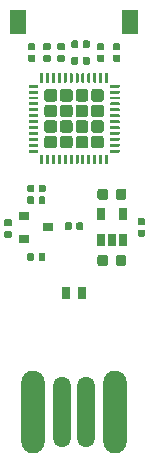
<source format=gbr>
G04 #@! TF.GenerationSoftware,KiCad,Pcbnew,5.1.5*
G04 #@! TF.CreationDate,2020-06-01T07:17:40+08:00*
G04 #@! TF.ProjectId,udisk,75646973-6b2e-46b6-9963-61645f706362,rev?*
G04 #@! TF.SameCoordinates,Original*
G04 #@! TF.FileFunction,Paste,Top*
G04 #@! TF.FilePolarity,Positive*
%FSLAX46Y46*%
G04 Gerber Fmt 4.6, Leading zero omitted, Abs format (unit mm)*
G04 Created by KiCad (PCBNEW 5.1.5) date 2020-06-01 07:17:40*
%MOMM*%
%LPD*%
G04 APERTURE LIST*
%ADD10C,0.100000*%
%ADD11R,0.900000X0.800000*%
%ADD12R,0.650000X1.060000*%
%ADD13R,0.800000X1.000000*%
%ADD14O,1.500000X6.000000*%
%ADD15O,2.000000X7.000000*%
%ADD16R,1.400000X2.000000*%
G04 APERTURE END LIST*
D10*
G36*
X138177691Y-53626053D02*
G01*
X138198926Y-53629203D01*
X138219750Y-53634419D01*
X138239962Y-53641651D01*
X138259368Y-53650830D01*
X138277781Y-53661866D01*
X138295024Y-53674654D01*
X138310930Y-53689070D01*
X138325346Y-53704976D01*
X138338134Y-53722219D01*
X138349170Y-53740632D01*
X138358349Y-53760038D01*
X138365581Y-53780250D01*
X138370797Y-53801074D01*
X138373947Y-53822309D01*
X138375000Y-53843750D01*
X138375000Y-54356250D01*
X138373947Y-54377691D01*
X138370797Y-54398926D01*
X138365581Y-54419750D01*
X138358349Y-54439962D01*
X138349170Y-54459368D01*
X138338134Y-54477781D01*
X138325346Y-54495024D01*
X138310930Y-54510930D01*
X138295024Y-54525346D01*
X138277781Y-54538134D01*
X138259368Y-54549170D01*
X138239962Y-54558349D01*
X138219750Y-54565581D01*
X138198926Y-54570797D01*
X138177691Y-54573947D01*
X138156250Y-54575000D01*
X137718750Y-54575000D01*
X137697309Y-54573947D01*
X137676074Y-54570797D01*
X137655250Y-54565581D01*
X137635038Y-54558349D01*
X137615632Y-54549170D01*
X137597219Y-54538134D01*
X137579976Y-54525346D01*
X137564070Y-54510930D01*
X137549654Y-54495024D01*
X137536866Y-54477781D01*
X137525830Y-54459368D01*
X137516651Y-54439962D01*
X137509419Y-54419750D01*
X137504203Y-54398926D01*
X137501053Y-54377691D01*
X137500000Y-54356250D01*
X137500000Y-53843750D01*
X137501053Y-53822309D01*
X137504203Y-53801074D01*
X137509419Y-53780250D01*
X137516651Y-53760038D01*
X137525830Y-53740632D01*
X137536866Y-53722219D01*
X137549654Y-53704976D01*
X137564070Y-53689070D01*
X137579976Y-53674654D01*
X137597219Y-53661866D01*
X137615632Y-53650830D01*
X137635038Y-53641651D01*
X137655250Y-53634419D01*
X137676074Y-53629203D01*
X137697309Y-53626053D01*
X137718750Y-53625000D01*
X138156250Y-53625000D01*
X138177691Y-53626053D01*
G37*
G36*
X136602691Y-53626053D02*
G01*
X136623926Y-53629203D01*
X136644750Y-53634419D01*
X136664962Y-53641651D01*
X136684368Y-53650830D01*
X136702781Y-53661866D01*
X136720024Y-53674654D01*
X136735930Y-53689070D01*
X136750346Y-53704976D01*
X136763134Y-53722219D01*
X136774170Y-53740632D01*
X136783349Y-53760038D01*
X136790581Y-53780250D01*
X136795797Y-53801074D01*
X136798947Y-53822309D01*
X136800000Y-53843750D01*
X136800000Y-54356250D01*
X136798947Y-54377691D01*
X136795797Y-54398926D01*
X136790581Y-54419750D01*
X136783349Y-54439962D01*
X136774170Y-54459368D01*
X136763134Y-54477781D01*
X136750346Y-54495024D01*
X136735930Y-54510930D01*
X136720024Y-54525346D01*
X136702781Y-54538134D01*
X136684368Y-54549170D01*
X136664962Y-54558349D01*
X136644750Y-54565581D01*
X136623926Y-54570797D01*
X136602691Y-54573947D01*
X136581250Y-54575000D01*
X136143750Y-54575000D01*
X136122309Y-54573947D01*
X136101074Y-54570797D01*
X136080250Y-54565581D01*
X136060038Y-54558349D01*
X136040632Y-54549170D01*
X136022219Y-54538134D01*
X136004976Y-54525346D01*
X135989070Y-54510930D01*
X135974654Y-54495024D01*
X135961866Y-54477781D01*
X135950830Y-54459368D01*
X135941651Y-54439962D01*
X135934419Y-54419750D01*
X135929203Y-54398926D01*
X135926053Y-54377691D01*
X135925000Y-54356250D01*
X135925000Y-53843750D01*
X135926053Y-53822309D01*
X135929203Y-53801074D01*
X135934419Y-53780250D01*
X135941651Y-53760038D01*
X135950830Y-53740632D01*
X135961866Y-53722219D01*
X135974654Y-53704976D01*
X135989070Y-53689070D01*
X136004976Y-53674654D01*
X136022219Y-53661866D01*
X136040632Y-53650830D01*
X136060038Y-53641651D01*
X136080250Y-53634419D01*
X136101074Y-53629203D01*
X136122309Y-53626053D01*
X136143750Y-53625000D01*
X136581250Y-53625000D01*
X136602691Y-53626053D01*
G37*
G36*
X138177691Y-48026053D02*
G01*
X138198926Y-48029203D01*
X138219750Y-48034419D01*
X138239962Y-48041651D01*
X138259368Y-48050830D01*
X138277781Y-48061866D01*
X138295024Y-48074654D01*
X138310930Y-48089070D01*
X138325346Y-48104976D01*
X138338134Y-48122219D01*
X138349170Y-48140632D01*
X138358349Y-48160038D01*
X138365581Y-48180250D01*
X138370797Y-48201074D01*
X138373947Y-48222309D01*
X138375000Y-48243750D01*
X138375000Y-48756250D01*
X138373947Y-48777691D01*
X138370797Y-48798926D01*
X138365581Y-48819750D01*
X138358349Y-48839962D01*
X138349170Y-48859368D01*
X138338134Y-48877781D01*
X138325346Y-48895024D01*
X138310930Y-48910930D01*
X138295024Y-48925346D01*
X138277781Y-48938134D01*
X138259368Y-48949170D01*
X138239962Y-48958349D01*
X138219750Y-48965581D01*
X138198926Y-48970797D01*
X138177691Y-48973947D01*
X138156250Y-48975000D01*
X137718750Y-48975000D01*
X137697309Y-48973947D01*
X137676074Y-48970797D01*
X137655250Y-48965581D01*
X137635038Y-48958349D01*
X137615632Y-48949170D01*
X137597219Y-48938134D01*
X137579976Y-48925346D01*
X137564070Y-48910930D01*
X137549654Y-48895024D01*
X137536866Y-48877781D01*
X137525830Y-48859368D01*
X137516651Y-48839962D01*
X137509419Y-48819750D01*
X137504203Y-48798926D01*
X137501053Y-48777691D01*
X137500000Y-48756250D01*
X137500000Y-48243750D01*
X137501053Y-48222309D01*
X137504203Y-48201074D01*
X137509419Y-48180250D01*
X137516651Y-48160038D01*
X137525830Y-48140632D01*
X137536866Y-48122219D01*
X137549654Y-48104976D01*
X137564070Y-48089070D01*
X137579976Y-48074654D01*
X137597219Y-48061866D01*
X137615632Y-48050830D01*
X137635038Y-48041651D01*
X137655250Y-48034419D01*
X137676074Y-48029203D01*
X137697309Y-48026053D01*
X137718750Y-48025000D01*
X138156250Y-48025000D01*
X138177691Y-48026053D01*
G37*
G36*
X136602691Y-48026053D02*
G01*
X136623926Y-48029203D01*
X136644750Y-48034419D01*
X136664962Y-48041651D01*
X136684368Y-48050830D01*
X136702781Y-48061866D01*
X136720024Y-48074654D01*
X136735930Y-48089070D01*
X136750346Y-48104976D01*
X136763134Y-48122219D01*
X136774170Y-48140632D01*
X136783349Y-48160038D01*
X136790581Y-48180250D01*
X136795797Y-48201074D01*
X136798947Y-48222309D01*
X136800000Y-48243750D01*
X136800000Y-48756250D01*
X136798947Y-48777691D01*
X136795797Y-48798926D01*
X136790581Y-48819750D01*
X136783349Y-48839962D01*
X136774170Y-48859368D01*
X136763134Y-48877781D01*
X136750346Y-48895024D01*
X136735930Y-48910930D01*
X136720024Y-48925346D01*
X136702781Y-48938134D01*
X136684368Y-48949170D01*
X136664962Y-48958349D01*
X136644750Y-48965581D01*
X136623926Y-48970797D01*
X136602691Y-48973947D01*
X136581250Y-48975000D01*
X136143750Y-48975000D01*
X136122309Y-48973947D01*
X136101074Y-48970797D01*
X136080250Y-48965581D01*
X136060038Y-48958349D01*
X136040632Y-48949170D01*
X136022219Y-48938134D01*
X136004976Y-48925346D01*
X135989070Y-48910930D01*
X135974654Y-48895024D01*
X135961866Y-48877781D01*
X135950830Y-48859368D01*
X135941651Y-48839962D01*
X135934419Y-48819750D01*
X135929203Y-48798926D01*
X135926053Y-48777691D01*
X135925000Y-48756250D01*
X135925000Y-48243750D01*
X135926053Y-48222309D01*
X135929203Y-48201074D01*
X135934419Y-48180250D01*
X135941651Y-48160038D01*
X135950830Y-48140632D01*
X135961866Y-48122219D01*
X135974654Y-48104976D01*
X135989070Y-48089070D01*
X136004976Y-48074654D01*
X136022219Y-48061866D01*
X136040632Y-48050830D01*
X136060038Y-48041651D01*
X136080250Y-48034419D01*
X136101074Y-48029203D01*
X136122309Y-48026053D01*
X136143750Y-48025000D01*
X136581250Y-48025000D01*
X136602691Y-48026053D01*
G37*
G36*
X133626958Y-50880710D02*
G01*
X133641276Y-50882834D01*
X133655317Y-50886351D01*
X133668946Y-50891228D01*
X133682031Y-50897417D01*
X133694447Y-50904858D01*
X133706073Y-50913481D01*
X133716798Y-50923202D01*
X133726519Y-50933927D01*
X133735142Y-50945553D01*
X133742583Y-50957969D01*
X133748772Y-50971054D01*
X133753649Y-50984683D01*
X133757166Y-50998724D01*
X133759290Y-51013042D01*
X133760000Y-51027500D01*
X133760000Y-51372500D01*
X133759290Y-51386958D01*
X133757166Y-51401276D01*
X133753649Y-51415317D01*
X133748772Y-51428946D01*
X133742583Y-51442031D01*
X133735142Y-51454447D01*
X133726519Y-51466073D01*
X133716798Y-51476798D01*
X133706073Y-51486519D01*
X133694447Y-51495142D01*
X133682031Y-51502583D01*
X133668946Y-51508772D01*
X133655317Y-51513649D01*
X133641276Y-51517166D01*
X133626958Y-51519290D01*
X133612500Y-51520000D01*
X133317500Y-51520000D01*
X133303042Y-51519290D01*
X133288724Y-51517166D01*
X133274683Y-51513649D01*
X133261054Y-51508772D01*
X133247969Y-51502583D01*
X133235553Y-51495142D01*
X133223927Y-51486519D01*
X133213202Y-51476798D01*
X133203481Y-51466073D01*
X133194858Y-51454447D01*
X133187417Y-51442031D01*
X133181228Y-51428946D01*
X133176351Y-51415317D01*
X133172834Y-51401276D01*
X133170710Y-51386958D01*
X133170000Y-51372500D01*
X133170000Y-51027500D01*
X133170710Y-51013042D01*
X133172834Y-50998724D01*
X133176351Y-50984683D01*
X133181228Y-50971054D01*
X133187417Y-50957969D01*
X133194858Y-50945553D01*
X133203481Y-50933927D01*
X133213202Y-50923202D01*
X133223927Y-50913481D01*
X133235553Y-50904858D01*
X133247969Y-50897417D01*
X133261054Y-50891228D01*
X133274683Y-50886351D01*
X133288724Y-50882834D01*
X133303042Y-50880710D01*
X133317500Y-50880000D01*
X133612500Y-50880000D01*
X133626958Y-50880710D01*
G37*
G36*
X134596958Y-50880710D02*
G01*
X134611276Y-50882834D01*
X134625317Y-50886351D01*
X134638946Y-50891228D01*
X134652031Y-50897417D01*
X134664447Y-50904858D01*
X134676073Y-50913481D01*
X134686798Y-50923202D01*
X134696519Y-50933927D01*
X134705142Y-50945553D01*
X134712583Y-50957969D01*
X134718772Y-50971054D01*
X134723649Y-50984683D01*
X134727166Y-50998724D01*
X134729290Y-51013042D01*
X134730000Y-51027500D01*
X134730000Y-51372500D01*
X134729290Y-51386958D01*
X134727166Y-51401276D01*
X134723649Y-51415317D01*
X134718772Y-51428946D01*
X134712583Y-51442031D01*
X134705142Y-51454447D01*
X134696519Y-51466073D01*
X134686798Y-51476798D01*
X134676073Y-51486519D01*
X134664447Y-51495142D01*
X134652031Y-51502583D01*
X134638946Y-51508772D01*
X134625317Y-51513649D01*
X134611276Y-51517166D01*
X134596958Y-51519290D01*
X134582500Y-51520000D01*
X134287500Y-51520000D01*
X134273042Y-51519290D01*
X134258724Y-51517166D01*
X134244683Y-51513649D01*
X134231054Y-51508772D01*
X134217969Y-51502583D01*
X134205553Y-51495142D01*
X134193927Y-51486519D01*
X134183202Y-51476798D01*
X134173481Y-51466073D01*
X134164858Y-51454447D01*
X134157417Y-51442031D01*
X134151228Y-51428946D01*
X134146351Y-51415317D01*
X134142834Y-51401276D01*
X134140710Y-51386958D01*
X134140000Y-51372500D01*
X134140000Y-51027500D01*
X134140710Y-51013042D01*
X134142834Y-50998724D01*
X134146351Y-50984683D01*
X134151228Y-50971054D01*
X134157417Y-50957969D01*
X134164858Y-50945553D01*
X134173481Y-50933927D01*
X134183202Y-50923202D01*
X134193927Y-50913481D01*
X134205553Y-50904858D01*
X134217969Y-50897417D01*
X134231054Y-50891228D01*
X134244683Y-50886351D01*
X134258724Y-50882834D01*
X134273042Y-50880710D01*
X134287500Y-50880000D01*
X134582500Y-50880000D01*
X134596958Y-50880710D01*
G37*
D11*
X131750000Y-51300000D03*
X129750000Y-52250000D03*
X129750000Y-50350000D03*
D10*
G36*
X139836958Y-50520710D02*
G01*
X139851276Y-50522834D01*
X139865317Y-50526351D01*
X139878946Y-50531228D01*
X139892031Y-50537417D01*
X139904447Y-50544858D01*
X139916073Y-50553481D01*
X139926798Y-50563202D01*
X139936519Y-50573927D01*
X139945142Y-50585553D01*
X139952583Y-50597969D01*
X139958772Y-50611054D01*
X139963649Y-50624683D01*
X139967166Y-50638724D01*
X139969290Y-50653042D01*
X139970000Y-50667500D01*
X139970000Y-50962500D01*
X139969290Y-50976958D01*
X139967166Y-50991276D01*
X139963649Y-51005317D01*
X139958772Y-51018946D01*
X139952583Y-51032031D01*
X139945142Y-51044447D01*
X139936519Y-51056073D01*
X139926798Y-51066798D01*
X139916073Y-51076519D01*
X139904447Y-51085142D01*
X139892031Y-51092583D01*
X139878946Y-51098772D01*
X139865317Y-51103649D01*
X139851276Y-51107166D01*
X139836958Y-51109290D01*
X139822500Y-51110000D01*
X139477500Y-51110000D01*
X139463042Y-51109290D01*
X139448724Y-51107166D01*
X139434683Y-51103649D01*
X139421054Y-51098772D01*
X139407969Y-51092583D01*
X139395553Y-51085142D01*
X139383927Y-51076519D01*
X139373202Y-51066798D01*
X139363481Y-51056073D01*
X139354858Y-51044447D01*
X139347417Y-51032031D01*
X139341228Y-51018946D01*
X139336351Y-51005317D01*
X139332834Y-50991276D01*
X139330710Y-50976958D01*
X139330000Y-50962500D01*
X139330000Y-50667500D01*
X139330710Y-50653042D01*
X139332834Y-50638724D01*
X139336351Y-50624683D01*
X139341228Y-50611054D01*
X139347417Y-50597969D01*
X139354858Y-50585553D01*
X139363481Y-50573927D01*
X139373202Y-50563202D01*
X139383927Y-50553481D01*
X139395553Y-50544858D01*
X139407969Y-50537417D01*
X139421054Y-50531228D01*
X139434683Y-50526351D01*
X139448724Y-50522834D01*
X139463042Y-50520710D01*
X139477500Y-50520000D01*
X139822500Y-50520000D01*
X139836958Y-50520710D01*
G37*
G36*
X139836958Y-51490710D02*
G01*
X139851276Y-51492834D01*
X139865317Y-51496351D01*
X139878946Y-51501228D01*
X139892031Y-51507417D01*
X139904447Y-51514858D01*
X139916073Y-51523481D01*
X139926798Y-51533202D01*
X139936519Y-51543927D01*
X139945142Y-51555553D01*
X139952583Y-51567969D01*
X139958772Y-51581054D01*
X139963649Y-51594683D01*
X139967166Y-51608724D01*
X139969290Y-51623042D01*
X139970000Y-51637500D01*
X139970000Y-51932500D01*
X139969290Y-51946958D01*
X139967166Y-51961276D01*
X139963649Y-51975317D01*
X139958772Y-51988946D01*
X139952583Y-52002031D01*
X139945142Y-52014447D01*
X139936519Y-52026073D01*
X139926798Y-52036798D01*
X139916073Y-52046519D01*
X139904447Y-52055142D01*
X139892031Y-52062583D01*
X139878946Y-52068772D01*
X139865317Y-52073649D01*
X139851276Y-52077166D01*
X139836958Y-52079290D01*
X139822500Y-52080000D01*
X139477500Y-52080000D01*
X139463042Y-52079290D01*
X139448724Y-52077166D01*
X139434683Y-52073649D01*
X139421054Y-52068772D01*
X139407969Y-52062583D01*
X139395553Y-52055142D01*
X139383927Y-52046519D01*
X139373202Y-52036798D01*
X139363481Y-52026073D01*
X139354858Y-52014447D01*
X139347417Y-52002031D01*
X139341228Y-51988946D01*
X139336351Y-51975317D01*
X139332834Y-51961276D01*
X139330710Y-51946958D01*
X139330000Y-51932500D01*
X139330000Y-51637500D01*
X139330710Y-51623042D01*
X139332834Y-51608724D01*
X139336351Y-51594683D01*
X139341228Y-51581054D01*
X139347417Y-51567969D01*
X139354858Y-51555553D01*
X139363481Y-51543927D01*
X139373202Y-51533202D01*
X139383927Y-51523481D01*
X139395553Y-51514858D01*
X139407969Y-51507417D01*
X139421054Y-51501228D01*
X139434683Y-51496351D01*
X139448724Y-51492834D01*
X139463042Y-51490710D01*
X139477500Y-51490000D01*
X139822500Y-51490000D01*
X139836958Y-51490710D01*
G37*
G36*
X128536958Y-50620710D02*
G01*
X128551276Y-50622834D01*
X128565317Y-50626351D01*
X128578946Y-50631228D01*
X128592031Y-50637417D01*
X128604447Y-50644858D01*
X128616073Y-50653481D01*
X128626798Y-50663202D01*
X128636519Y-50673927D01*
X128645142Y-50685553D01*
X128652583Y-50697969D01*
X128658772Y-50711054D01*
X128663649Y-50724683D01*
X128667166Y-50738724D01*
X128669290Y-50753042D01*
X128670000Y-50767500D01*
X128670000Y-51062500D01*
X128669290Y-51076958D01*
X128667166Y-51091276D01*
X128663649Y-51105317D01*
X128658772Y-51118946D01*
X128652583Y-51132031D01*
X128645142Y-51144447D01*
X128636519Y-51156073D01*
X128626798Y-51166798D01*
X128616073Y-51176519D01*
X128604447Y-51185142D01*
X128592031Y-51192583D01*
X128578946Y-51198772D01*
X128565317Y-51203649D01*
X128551276Y-51207166D01*
X128536958Y-51209290D01*
X128522500Y-51210000D01*
X128177500Y-51210000D01*
X128163042Y-51209290D01*
X128148724Y-51207166D01*
X128134683Y-51203649D01*
X128121054Y-51198772D01*
X128107969Y-51192583D01*
X128095553Y-51185142D01*
X128083927Y-51176519D01*
X128073202Y-51166798D01*
X128063481Y-51156073D01*
X128054858Y-51144447D01*
X128047417Y-51132031D01*
X128041228Y-51118946D01*
X128036351Y-51105317D01*
X128032834Y-51091276D01*
X128030710Y-51076958D01*
X128030000Y-51062500D01*
X128030000Y-50767500D01*
X128030710Y-50753042D01*
X128032834Y-50738724D01*
X128036351Y-50724683D01*
X128041228Y-50711054D01*
X128047417Y-50697969D01*
X128054858Y-50685553D01*
X128063481Y-50673927D01*
X128073202Y-50663202D01*
X128083927Y-50653481D01*
X128095553Y-50644858D01*
X128107969Y-50637417D01*
X128121054Y-50631228D01*
X128134683Y-50626351D01*
X128148724Y-50622834D01*
X128163042Y-50620710D01*
X128177500Y-50620000D01*
X128522500Y-50620000D01*
X128536958Y-50620710D01*
G37*
G36*
X128536958Y-51590710D02*
G01*
X128551276Y-51592834D01*
X128565317Y-51596351D01*
X128578946Y-51601228D01*
X128592031Y-51607417D01*
X128604447Y-51614858D01*
X128616073Y-51623481D01*
X128626798Y-51633202D01*
X128636519Y-51643927D01*
X128645142Y-51655553D01*
X128652583Y-51667969D01*
X128658772Y-51681054D01*
X128663649Y-51694683D01*
X128667166Y-51708724D01*
X128669290Y-51723042D01*
X128670000Y-51737500D01*
X128670000Y-52032500D01*
X128669290Y-52046958D01*
X128667166Y-52061276D01*
X128663649Y-52075317D01*
X128658772Y-52088946D01*
X128652583Y-52102031D01*
X128645142Y-52114447D01*
X128636519Y-52126073D01*
X128626798Y-52136798D01*
X128616073Y-52146519D01*
X128604447Y-52155142D01*
X128592031Y-52162583D01*
X128578946Y-52168772D01*
X128565317Y-52173649D01*
X128551276Y-52177166D01*
X128536958Y-52179290D01*
X128522500Y-52180000D01*
X128177500Y-52180000D01*
X128163042Y-52179290D01*
X128148724Y-52177166D01*
X128134683Y-52173649D01*
X128121054Y-52168772D01*
X128107969Y-52162583D01*
X128095553Y-52155142D01*
X128083927Y-52146519D01*
X128073202Y-52136798D01*
X128063481Y-52126073D01*
X128054858Y-52114447D01*
X128047417Y-52102031D01*
X128041228Y-52088946D01*
X128036351Y-52075317D01*
X128032834Y-52061276D01*
X128030710Y-52046958D01*
X128030000Y-52032500D01*
X128030000Y-51737500D01*
X128030710Y-51723042D01*
X128032834Y-51708724D01*
X128036351Y-51694683D01*
X128041228Y-51681054D01*
X128047417Y-51667969D01*
X128054858Y-51655553D01*
X128063481Y-51643927D01*
X128073202Y-51633202D01*
X128083927Y-51623481D01*
X128095553Y-51614858D01*
X128107969Y-51607417D01*
X128121054Y-51601228D01*
X128134683Y-51596351D01*
X128148724Y-51592834D01*
X128163042Y-51590710D01*
X128177500Y-51590000D01*
X128522500Y-51590000D01*
X128536958Y-51590710D01*
G37*
G36*
X130426958Y-48680710D02*
G01*
X130441276Y-48682834D01*
X130455317Y-48686351D01*
X130468946Y-48691228D01*
X130482031Y-48697417D01*
X130494447Y-48704858D01*
X130506073Y-48713481D01*
X130516798Y-48723202D01*
X130526519Y-48733927D01*
X130535142Y-48745553D01*
X130542583Y-48757969D01*
X130548772Y-48771054D01*
X130553649Y-48784683D01*
X130557166Y-48798724D01*
X130559290Y-48813042D01*
X130560000Y-48827500D01*
X130560000Y-49172500D01*
X130559290Y-49186958D01*
X130557166Y-49201276D01*
X130553649Y-49215317D01*
X130548772Y-49228946D01*
X130542583Y-49242031D01*
X130535142Y-49254447D01*
X130526519Y-49266073D01*
X130516798Y-49276798D01*
X130506073Y-49286519D01*
X130494447Y-49295142D01*
X130482031Y-49302583D01*
X130468946Y-49308772D01*
X130455317Y-49313649D01*
X130441276Y-49317166D01*
X130426958Y-49319290D01*
X130412500Y-49320000D01*
X130117500Y-49320000D01*
X130103042Y-49319290D01*
X130088724Y-49317166D01*
X130074683Y-49313649D01*
X130061054Y-49308772D01*
X130047969Y-49302583D01*
X130035553Y-49295142D01*
X130023927Y-49286519D01*
X130013202Y-49276798D01*
X130003481Y-49266073D01*
X129994858Y-49254447D01*
X129987417Y-49242031D01*
X129981228Y-49228946D01*
X129976351Y-49215317D01*
X129972834Y-49201276D01*
X129970710Y-49186958D01*
X129970000Y-49172500D01*
X129970000Y-48827500D01*
X129970710Y-48813042D01*
X129972834Y-48798724D01*
X129976351Y-48784683D01*
X129981228Y-48771054D01*
X129987417Y-48757969D01*
X129994858Y-48745553D01*
X130003481Y-48733927D01*
X130013202Y-48723202D01*
X130023927Y-48713481D01*
X130035553Y-48704858D01*
X130047969Y-48697417D01*
X130061054Y-48691228D01*
X130074683Y-48686351D01*
X130088724Y-48682834D01*
X130103042Y-48680710D01*
X130117500Y-48680000D01*
X130412500Y-48680000D01*
X130426958Y-48680710D01*
G37*
G36*
X131396958Y-48680710D02*
G01*
X131411276Y-48682834D01*
X131425317Y-48686351D01*
X131438946Y-48691228D01*
X131452031Y-48697417D01*
X131464447Y-48704858D01*
X131476073Y-48713481D01*
X131486798Y-48723202D01*
X131496519Y-48733927D01*
X131505142Y-48745553D01*
X131512583Y-48757969D01*
X131518772Y-48771054D01*
X131523649Y-48784683D01*
X131527166Y-48798724D01*
X131529290Y-48813042D01*
X131530000Y-48827500D01*
X131530000Y-49172500D01*
X131529290Y-49186958D01*
X131527166Y-49201276D01*
X131523649Y-49215317D01*
X131518772Y-49228946D01*
X131512583Y-49242031D01*
X131505142Y-49254447D01*
X131496519Y-49266073D01*
X131486798Y-49276798D01*
X131476073Y-49286519D01*
X131464447Y-49295142D01*
X131452031Y-49302583D01*
X131438946Y-49308772D01*
X131425317Y-49313649D01*
X131411276Y-49317166D01*
X131396958Y-49319290D01*
X131382500Y-49320000D01*
X131087500Y-49320000D01*
X131073042Y-49319290D01*
X131058724Y-49317166D01*
X131044683Y-49313649D01*
X131031054Y-49308772D01*
X131017969Y-49302583D01*
X131005553Y-49295142D01*
X130993927Y-49286519D01*
X130983202Y-49276798D01*
X130973481Y-49266073D01*
X130964858Y-49254447D01*
X130957417Y-49242031D01*
X130951228Y-49228946D01*
X130946351Y-49215317D01*
X130942834Y-49201276D01*
X130940710Y-49186958D01*
X130940000Y-49172500D01*
X130940000Y-48827500D01*
X130940710Y-48813042D01*
X130942834Y-48798724D01*
X130946351Y-48784683D01*
X130951228Y-48771054D01*
X130957417Y-48757969D01*
X130964858Y-48745553D01*
X130973481Y-48733927D01*
X130983202Y-48723202D01*
X130993927Y-48713481D01*
X131005553Y-48704858D01*
X131017969Y-48697417D01*
X131031054Y-48691228D01*
X131044683Y-48686351D01*
X131058724Y-48682834D01*
X131073042Y-48680710D01*
X131087500Y-48680000D01*
X131382500Y-48680000D01*
X131396958Y-48680710D01*
G37*
G36*
X131396958Y-53480710D02*
G01*
X131411276Y-53482834D01*
X131425317Y-53486351D01*
X131438946Y-53491228D01*
X131452031Y-53497417D01*
X131464447Y-53504858D01*
X131476073Y-53513481D01*
X131486798Y-53523202D01*
X131496519Y-53533927D01*
X131505142Y-53545553D01*
X131512583Y-53557969D01*
X131518772Y-53571054D01*
X131523649Y-53584683D01*
X131527166Y-53598724D01*
X131529290Y-53613042D01*
X131530000Y-53627500D01*
X131530000Y-53972500D01*
X131529290Y-53986958D01*
X131527166Y-54001276D01*
X131523649Y-54015317D01*
X131518772Y-54028946D01*
X131512583Y-54042031D01*
X131505142Y-54054447D01*
X131496519Y-54066073D01*
X131486798Y-54076798D01*
X131476073Y-54086519D01*
X131464447Y-54095142D01*
X131452031Y-54102583D01*
X131438946Y-54108772D01*
X131425317Y-54113649D01*
X131411276Y-54117166D01*
X131396958Y-54119290D01*
X131382500Y-54120000D01*
X131087500Y-54120000D01*
X131073042Y-54119290D01*
X131058724Y-54117166D01*
X131044683Y-54113649D01*
X131031054Y-54108772D01*
X131017969Y-54102583D01*
X131005553Y-54095142D01*
X130993927Y-54086519D01*
X130983202Y-54076798D01*
X130973481Y-54066073D01*
X130964858Y-54054447D01*
X130957417Y-54042031D01*
X130951228Y-54028946D01*
X130946351Y-54015317D01*
X130942834Y-54001276D01*
X130940710Y-53986958D01*
X130940000Y-53972500D01*
X130940000Y-53627500D01*
X130940710Y-53613042D01*
X130942834Y-53598724D01*
X130946351Y-53584683D01*
X130951228Y-53571054D01*
X130957417Y-53557969D01*
X130964858Y-53545553D01*
X130973481Y-53533927D01*
X130983202Y-53523202D01*
X130993927Y-53513481D01*
X131005553Y-53504858D01*
X131017969Y-53497417D01*
X131031054Y-53491228D01*
X131044683Y-53486351D01*
X131058724Y-53482834D01*
X131073042Y-53480710D01*
X131087500Y-53480000D01*
X131382500Y-53480000D01*
X131396958Y-53480710D01*
G37*
G36*
X130426958Y-53480710D02*
G01*
X130441276Y-53482834D01*
X130455317Y-53486351D01*
X130468946Y-53491228D01*
X130482031Y-53497417D01*
X130494447Y-53504858D01*
X130506073Y-53513481D01*
X130516798Y-53523202D01*
X130526519Y-53533927D01*
X130535142Y-53545553D01*
X130542583Y-53557969D01*
X130548772Y-53571054D01*
X130553649Y-53584683D01*
X130557166Y-53598724D01*
X130559290Y-53613042D01*
X130560000Y-53627500D01*
X130560000Y-53972500D01*
X130559290Y-53986958D01*
X130557166Y-54001276D01*
X130553649Y-54015317D01*
X130548772Y-54028946D01*
X130542583Y-54042031D01*
X130535142Y-54054447D01*
X130526519Y-54066073D01*
X130516798Y-54076798D01*
X130506073Y-54086519D01*
X130494447Y-54095142D01*
X130482031Y-54102583D01*
X130468946Y-54108772D01*
X130455317Y-54113649D01*
X130441276Y-54117166D01*
X130426958Y-54119290D01*
X130412500Y-54120000D01*
X130117500Y-54120000D01*
X130103042Y-54119290D01*
X130088724Y-54117166D01*
X130074683Y-54113649D01*
X130061054Y-54108772D01*
X130047969Y-54102583D01*
X130035553Y-54095142D01*
X130023927Y-54086519D01*
X130013202Y-54076798D01*
X130003481Y-54066073D01*
X129994858Y-54054447D01*
X129987417Y-54042031D01*
X129981228Y-54028946D01*
X129976351Y-54015317D01*
X129972834Y-54001276D01*
X129970710Y-53986958D01*
X129970000Y-53972500D01*
X129970000Y-53627500D01*
X129970710Y-53613042D01*
X129972834Y-53598724D01*
X129976351Y-53584683D01*
X129981228Y-53571054D01*
X129987417Y-53557969D01*
X129994858Y-53545553D01*
X130003481Y-53533927D01*
X130013202Y-53523202D01*
X130023927Y-53513481D01*
X130035553Y-53504858D01*
X130047969Y-53497417D01*
X130061054Y-53491228D01*
X130074683Y-53486351D01*
X130088724Y-53482834D01*
X130103042Y-53480710D01*
X130117500Y-53480000D01*
X130412500Y-53480000D01*
X130426958Y-53480710D01*
G37*
G36*
X130441958Y-47680710D02*
G01*
X130456276Y-47682834D01*
X130470317Y-47686351D01*
X130483946Y-47691228D01*
X130497031Y-47697417D01*
X130509447Y-47704858D01*
X130521073Y-47713481D01*
X130531798Y-47723202D01*
X130541519Y-47733927D01*
X130550142Y-47745553D01*
X130557583Y-47757969D01*
X130563772Y-47771054D01*
X130568649Y-47784683D01*
X130572166Y-47798724D01*
X130574290Y-47813042D01*
X130575000Y-47827500D01*
X130575000Y-48172500D01*
X130574290Y-48186958D01*
X130572166Y-48201276D01*
X130568649Y-48215317D01*
X130563772Y-48228946D01*
X130557583Y-48242031D01*
X130550142Y-48254447D01*
X130541519Y-48266073D01*
X130531798Y-48276798D01*
X130521073Y-48286519D01*
X130509447Y-48295142D01*
X130497031Y-48302583D01*
X130483946Y-48308772D01*
X130470317Y-48313649D01*
X130456276Y-48317166D01*
X130441958Y-48319290D01*
X130427500Y-48320000D01*
X130132500Y-48320000D01*
X130118042Y-48319290D01*
X130103724Y-48317166D01*
X130089683Y-48313649D01*
X130076054Y-48308772D01*
X130062969Y-48302583D01*
X130050553Y-48295142D01*
X130038927Y-48286519D01*
X130028202Y-48276798D01*
X130018481Y-48266073D01*
X130009858Y-48254447D01*
X130002417Y-48242031D01*
X129996228Y-48228946D01*
X129991351Y-48215317D01*
X129987834Y-48201276D01*
X129985710Y-48186958D01*
X129985000Y-48172500D01*
X129985000Y-47827500D01*
X129985710Y-47813042D01*
X129987834Y-47798724D01*
X129991351Y-47784683D01*
X129996228Y-47771054D01*
X130002417Y-47757969D01*
X130009858Y-47745553D01*
X130018481Y-47733927D01*
X130028202Y-47723202D01*
X130038927Y-47713481D01*
X130050553Y-47704858D01*
X130062969Y-47697417D01*
X130076054Y-47691228D01*
X130089683Y-47686351D01*
X130103724Y-47682834D01*
X130118042Y-47680710D01*
X130132500Y-47680000D01*
X130427500Y-47680000D01*
X130441958Y-47680710D01*
G37*
G36*
X131411958Y-47680710D02*
G01*
X131426276Y-47682834D01*
X131440317Y-47686351D01*
X131453946Y-47691228D01*
X131467031Y-47697417D01*
X131479447Y-47704858D01*
X131491073Y-47713481D01*
X131501798Y-47723202D01*
X131511519Y-47733927D01*
X131520142Y-47745553D01*
X131527583Y-47757969D01*
X131533772Y-47771054D01*
X131538649Y-47784683D01*
X131542166Y-47798724D01*
X131544290Y-47813042D01*
X131545000Y-47827500D01*
X131545000Y-48172500D01*
X131544290Y-48186958D01*
X131542166Y-48201276D01*
X131538649Y-48215317D01*
X131533772Y-48228946D01*
X131527583Y-48242031D01*
X131520142Y-48254447D01*
X131511519Y-48266073D01*
X131501798Y-48276798D01*
X131491073Y-48286519D01*
X131479447Y-48295142D01*
X131467031Y-48302583D01*
X131453946Y-48308772D01*
X131440317Y-48313649D01*
X131426276Y-48317166D01*
X131411958Y-48319290D01*
X131397500Y-48320000D01*
X131102500Y-48320000D01*
X131088042Y-48319290D01*
X131073724Y-48317166D01*
X131059683Y-48313649D01*
X131046054Y-48308772D01*
X131032969Y-48302583D01*
X131020553Y-48295142D01*
X131008927Y-48286519D01*
X130998202Y-48276798D01*
X130988481Y-48266073D01*
X130979858Y-48254447D01*
X130972417Y-48242031D01*
X130966228Y-48228946D01*
X130961351Y-48215317D01*
X130957834Y-48201276D01*
X130955710Y-48186958D01*
X130955000Y-48172500D01*
X130955000Y-47827500D01*
X130955710Y-47813042D01*
X130957834Y-47798724D01*
X130961351Y-47784683D01*
X130966228Y-47771054D01*
X130972417Y-47757969D01*
X130979858Y-47745553D01*
X130988481Y-47733927D01*
X130998202Y-47723202D01*
X131008927Y-47713481D01*
X131020553Y-47704858D01*
X131032969Y-47697417D01*
X131046054Y-47691228D01*
X131059683Y-47686351D01*
X131073724Y-47682834D01*
X131088042Y-47680710D01*
X131102500Y-47680000D01*
X131397500Y-47680000D01*
X131411958Y-47680710D01*
G37*
D12*
X136200000Y-50200000D03*
X138100000Y-50200000D03*
X138100000Y-52400000D03*
X137150000Y-52400000D03*
X136200000Y-52400000D03*
D10*
G36*
X137743626Y-39225301D02*
G01*
X137749693Y-39226201D01*
X137755643Y-39227691D01*
X137761418Y-39229758D01*
X137766962Y-39232380D01*
X137772223Y-39235533D01*
X137777150Y-39239187D01*
X137781694Y-39243306D01*
X137785813Y-39247850D01*
X137789467Y-39252777D01*
X137792620Y-39258038D01*
X137795242Y-39263582D01*
X137797309Y-39269357D01*
X137798799Y-39275307D01*
X137799699Y-39281374D01*
X137800000Y-39287500D01*
X137800000Y-39412500D01*
X137799699Y-39418626D01*
X137798799Y-39424693D01*
X137797309Y-39430643D01*
X137795242Y-39436418D01*
X137792620Y-39441962D01*
X137789467Y-39447223D01*
X137785813Y-39452150D01*
X137781694Y-39456694D01*
X137777150Y-39460813D01*
X137772223Y-39464467D01*
X137766962Y-39467620D01*
X137761418Y-39470242D01*
X137755643Y-39472309D01*
X137749693Y-39473799D01*
X137743626Y-39474699D01*
X137737500Y-39475000D01*
X137062500Y-39475000D01*
X137056374Y-39474699D01*
X137050307Y-39473799D01*
X137044357Y-39472309D01*
X137038582Y-39470242D01*
X137033038Y-39467620D01*
X137027777Y-39464467D01*
X137022850Y-39460813D01*
X137018306Y-39456694D01*
X137014187Y-39452150D01*
X137010533Y-39447223D01*
X137007380Y-39441962D01*
X137004758Y-39436418D01*
X137002691Y-39430643D01*
X137001201Y-39424693D01*
X137000301Y-39418626D01*
X137000000Y-39412500D01*
X137000000Y-39287500D01*
X137000301Y-39281374D01*
X137001201Y-39275307D01*
X137002691Y-39269357D01*
X137004758Y-39263582D01*
X137007380Y-39258038D01*
X137010533Y-39252777D01*
X137014187Y-39247850D01*
X137018306Y-39243306D01*
X137022850Y-39239187D01*
X137027777Y-39235533D01*
X137033038Y-39232380D01*
X137038582Y-39229758D01*
X137044357Y-39227691D01*
X137050307Y-39226201D01*
X137056374Y-39225301D01*
X137062500Y-39225000D01*
X137737500Y-39225000D01*
X137743626Y-39225301D01*
G37*
G36*
X137743626Y-39725301D02*
G01*
X137749693Y-39726201D01*
X137755643Y-39727691D01*
X137761418Y-39729758D01*
X137766962Y-39732380D01*
X137772223Y-39735533D01*
X137777150Y-39739187D01*
X137781694Y-39743306D01*
X137785813Y-39747850D01*
X137789467Y-39752777D01*
X137792620Y-39758038D01*
X137795242Y-39763582D01*
X137797309Y-39769357D01*
X137798799Y-39775307D01*
X137799699Y-39781374D01*
X137800000Y-39787500D01*
X137800000Y-39912500D01*
X137799699Y-39918626D01*
X137798799Y-39924693D01*
X137797309Y-39930643D01*
X137795242Y-39936418D01*
X137792620Y-39941962D01*
X137789467Y-39947223D01*
X137785813Y-39952150D01*
X137781694Y-39956694D01*
X137777150Y-39960813D01*
X137772223Y-39964467D01*
X137766962Y-39967620D01*
X137761418Y-39970242D01*
X137755643Y-39972309D01*
X137749693Y-39973799D01*
X137743626Y-39974699D01*
X137737500Y-39975000D01*
X137062500Y-39975000D01*
X137056374Y-39974699D01*
X137050307Y-39973799D01*
X137044357Y-39972309D01*
X137038582Y-39970242D01*
X137033038Y-39967620D01*
X137027777Y-39964467D01*
X137022850Y-39960813D01*
X137018306Y-39956694D01*
X137014187Y-39952150D01*
X137010533Y-39947223D01*
X137007380Y-39941962D01*
X137004758Y-39936418D01*
X137002691Y-39930643D01*
X137001201Y-39924693D01*
X137000301Y-39918626D01*
X137000000Y-39912500D01*
X137000000Y-39787500D01*
X137000301Y-39781374D01*
X137001201Y-39775307D01*
X137002691Y-39769357D01*
X137004758Y-39763582D01*
X137007380Y-39758038D01*
X137010533Y-39752777D01*
X137014187Y-39747850D01*
X137018306Y-39743306D01*
X137022850Y-39739187D01*
X137027777Y-39735533D01*
X137033038Y-39732380D01*
X137038582Y-39729758D01*
X137044357Y-39727691D01*
X137050307Y-39726201D01*
X137056374Y-39725301D01*
X137062500Y-39725000D01*
X137737500Y-39725000D01*
X137743626Y-39725301D01*
G37*
G36*
X137743626Y-40225301D02*
G01*
X137749693Y-40226201D01*
X137755643Y-40227691D01*
X137761418Y-40229758D01*
X137766962Y-40232380D01*
X137772223Y-40235533D01*
X137777150Y-40239187D01*
X137781694Y-40243306D01*
X137785813Y-40247850D01*
X137789467Y-40252777D01*
X137792620Y-40258038D01*
X137795242Y-40263582D01*
X137797309Y-40269357D01*
X137798799Y-40275307D01*
X137799699Y-40281374D01*
X137800000Y-40287500D01*
X137800000Y-40412500D01*
X137799699Y-40418626D01*
X137798799Y-40424693D01*
X137797309Y-40430643D01*
X137795242Y-40436418D01*
X137792620Y-40441962D01*
X137789467Y-40447223D01*
X137785813Y-40452150D01*
X137781694Y-40456694D01*
X137777150Y-40460813D01*
X137772223Y-40464467D01*
X137766962Y-40467620D01*
X137761418Y-40470242D01*
X137755643Y-40472309D01*
X137749693Y-40473799D01*
X137743626Y-40474699D01*
X137737500Y-40475000D01*
X137062500Y-40475000D01*
X137056374Y-40474699D01*
X137050307Y-40473799D01*
X137044357Y-40472309D01*
X137038582Y-40470242D01*
X137033038Y-40467620D01*
X137027777Y-40464467D01*
X137022850Y-40460813D01*
X137018306Y-40456694D01*
X137014187Y-40452150D01*
X137010533Y-40447223D01*
X137007380Y-40441962D01*
X137004758Y-40436418D01*
X137002691Y-40430643D01*
X137001201Y-40424693D01*
X137000301Y-40418626D01*
X137000000Y-40412500D01*
X137000000Y-40287500D01*
X137000301Y-40281374D01*
X137001201Y-40275307D01*
X137002691Y-40269357D01*
X137004758Y-40263582D01*
X137007380Y-40258038D01*
X137010533Y-40252777D01*
X137014187Y-40247850D01*
X137018306Y-40243306D01*
X137022850Y-40239187D01*
X137027777Y-40235533D01*
X137033038Y-40232380D01*
X137038582Y-40229758D01*
X137044357Y-40227691D01*
X137050307Y-40226201D01*
X137056374Y-40225301D01*
X137062500Y-40225000D01*
X137737500Y-40225000D01*
X137743626Y-40225301D01*
G37*
G36*
X137743626Y-40725301D02*
G01*
X137749693Y-40726201D01*
X137755643Y-40727691D01*
X137761418Y-40729758D01*
X137766962Y-40732380D01*
X137772223Y-40735533D01*
X137777150Y-40739187D01*
X137781694Y-40743306D01*
X137785813Y-40747850D01*
X137789467Y-40752777D01*
X137792620Y-40758038D01*
X137795242Y-40763582D01*
X137797309Y-40769357D01*
X137798799Y-40775307D01*
X137799699Y-40781374D01*
X137800000Y-40787500D01*
X137800000Y-40912500D01*
X137799699Y-40918626D01*
X137798799Y-40924693D01*
X137797309Y-40930643D01*
X137795242Y-40936418D01*
X137792620Y-40941962D01*
X137789467Y-40947223D01*
X137785813Y-40952150D01*
X137781694Y-40956694D01*
X137777150Y-40960813D01*
X137772223Y-40964467D01*
X137766962Y-40967620D01*
X137761418Y-40970242D01*
X137755643Y-40972309D01*
X137749693Y-40973799D01*
X137743626Y-40974699D01*
X137737500Y-40975000D01*
X137062500Y-40975000D01*
X137056374Y-40974699D01*
X137050307Y-40973799D01*
X137044357Y-40972309D01*
X137038582Y-40970242D01*
X137033038Y-40967620D01*
X137027777Y-40964467D01*
X137022850Y-40960813D01*
X137018306Y-40956694D01*
X137014187Y-40952150D01*
X137010533Y-40947223D01*
X137007380Y-40941962D01*
X137004758Y-40936418D01*
X137002691Y-40930643D01*
X137001201Y-40924693D01*
X137000301Y-40918626D01*
X137000000Y-40912500D01*
X137000000Y-40787500D01*
X137000301Y-40781374D01*
X137001201Y-40775307D01*
X137002691Y-40769357D01*
X137004758Y-40763582D01*
X137007380Y-40758038D01*
X137010533Y-40752777D01*
X137014187Y-40747850D01*
X137018306Y-40743306D01*
X137022850Y-40739187D01*
X137027777Y-40735533D01*
X137033038Y-40732380D01*
X137038582Y-40729758D01*
X137044357Y-40727691D01*
X137050307Y-40726201D01*
X137056374Y-40725301D01*
X137062500Y-40725000D01*
X137737500Y-40725000D01*
X137743626Y-40725301D01*
G37*
G36*
X137743626Y-41225301D02*
G01*
X137749693Y-41226201D01*
X137755643Y-41227691D01*
X137761418Y-41229758D01*
X137766962Y-41232380D01*
X137772223Y-41235533D01*
X137777150Y-41239187D01*
X137781694Y-41243306D01*
X137785813Y-41247850D01*
X137789467Y-41252777D01*
X137792620Y-41258038D01*
X137795242Y-41263582D01*
X137797309Y-41269357D01*
X137798799Y-41275307D01*
X137799699Y-41281374D01*
X137800000Y-41287500D01*
X137800000Y-41412500D01*
X137799699Y-41418626D01*
X137798799Y-41424693D01*
X137797309Y-41430643D01*
X137795242Y-41436418D01*
X137792620Y-41441962D01*
X137789467Y-41447223D01*
X137785813Y-41452150D01*
X137781694Y-41456694D01*
X137777150Y-41460813D01*
X137772223Y-41464467D01*
X137766962Y-41467620D01*
X137761418Y-41470242D01*
X137755643Y-41472309D01*
X137749693Y-41473799D01*
X137743626Y-41474699D01*
X137737500Y-41475000D01*
X137062500Y-41475000D01*
X137056374Y-41474699D01*
X137050307Y-41473799D01*
X137044357Y-41472309D01*
X137038582Y-41470242D01*
X137033038Y-41467620D01*
X137027777Y-41464467D01*
X137022850Y-41460813D01*
X137018306Y-41456694D01*
X137014187Y-41452150D01*
X137010533Y-41447223D01*
X137007380Y-41441962D01*
X137004758Y-41436418D01*
X137002691Y-41430643D01*
X137001201Y-41424693D01*
X137000301Y-41418626D01*
X137000000Y-41412500D01*
X137000000Y-41287500D01*
X137000301Y-41281374D01*
X137001201Y-41275307D01*
X137002691Y-41269357D01*
X137004758Y-41263582D01*
X137007380Y-41258038D01*
X137010533Y-41252777D01*
X137014187Y-41247850D01*
X137018306Y-41243306D01*
X137022850Y-41239187D01*
X137027777Y-41235533D01*
X137033038Y-41232380D01*
X137038582Y-41229758D01*
X137044357Y-41227691D01*
X137050307Y-41226201D01*
X137056374Y-41225301D01*
X137062500Y-41225000D01*
X137737500Y-41225000D01*
X137743626Y-41225301D01*
G37*
G36*
X137743626Y-41725301D02*
G01*
X137749693Y-41726201D01*
X137755643Y-41727691D01*
X137761418Y-41729758D01*
X137766962Y-41732380D01*
X137772223Y-41735533D01*
X137777150Y-41739187D01*
X137781694Y-41743306D01*
X137785813Y-41747850D01*
X137789467Y-41752777D01*
X137792620Y-41758038D01*
X137795242Y-41763582D01*
X137797309Y-41769357D01*
X137798799Y-41775307D01*
X137799699Y-41781374D01*
X137800000Y-41787500D01*
X137800000Y-41912500D01*
X137799699Y-41918626D01*
X137798799Y-41924693D01*
X137797309Y-41930643D01*
X137795242Y-41936418D01*
X137792620Y-41941962D01*
X137789467Y-41947223D01*
X137785813Y-41952150D01*
X137781694Y-41956694D01*
X137777150Y-41960813D01*
X137772223Y-41964467D01*
X137766962Y-41967620D01*
X137761418Y-41970242D01*
X137755643Y-41972309D01*
X137749693Y-41973799D01*
X137743626Y-41974699D01*
X137737500Y-41975000D01*
X137062500Y-41975000D01*
X137056374Y-41974699D01*
X137050307Y-41973799D01*
X137044357Y-41972309D01*
X137038582Y-41970242D01*
X137033038Y-41967620D01*
X137027777Y-41964467D01*
X137022850Y-41960813D01*
X137018306Y-41956694D01*
X137014187Y-41952150D01*
X137010533Y-41947223D01*
X137007380Y-41941962D01*
X137004758Y-41936418D01*
X137002691Y-41930643D01*
X137001201Y-41924693D01*
X137000301Y-41918626D01*
X137000000Y-41912500D01*
X137000000Y-41787500D01*
X137000301Y-41781374D01*
X137001201Y-41775307D01*
X137002691Y-41769357D01*
X137004758Y-41763582D01*
X137007380Y-41758038D01*
X137010533Y-41752777D01*
X137014187Y-41747850D01*
X137018306Y-41743306D01*
X137022850Y-41739187D01*
X137027777Y-41735533D01*
X137033038Y-41732380D01*
X137038582Y-41729758D01*
X137044357Y-41727691D01*
X137050307Y-41726201D01*
X137056374Y-41725301D01*
X137062500Y-41725000D01*
X137737500Y-41725000D01*
X137743626Y-41725301D01*
G37*
G36*
X137743626Y-42225301D02*
G01*
X137749693Y-42226201D01*
X137755643Y-42227691D01*
X137761418Y-42229758D01*
X137766962Y-42232380D01*
X137772223Y-42235533D01*
X137777150Y-42239187D01*
X137781694Y-42243306D01*
X137785813Y-42247850D01*
X137789467Y-42252777D01*
X137792620Y-42258038D01*
X137795242Y-42263582D01*
X137797309Y-42269357D01*
X137798799Y-42275307D01*
X137799699Y-42281374D01*
X137800000Y-42287500D01*
X137800000Y-42412500D01*
X137799699Y-42418626D01*
X137798799Y-42424693D01*
X137797309Y-42430643D01*
X137795242Y-42436418D01*
X137792620Y-42441962D01*
X137789467Y-42447223D01*
X137785813Y-42452150D01*
X137781694Y-42456694D01*
X137777150Y-42460813D01*
X137772223Y-42464467D01*
X137766962Y-42467620D01*
X137761418Y-42470242D01*
X137755643Y-42472309D01*
X137749693Y-42473799D01*
X137743626Y-42474699D01*
X137737500Y-42475000D01*
X137062500Y-42475000D01*
X137056374Y-42474699D01*
X137050307Y-42473799D01*
X137044357Y-42472309D01*
X137038582Y-42470242D01*
X137033038Y-42467620D01*
X137027777Y-42464467D01*
X137022850Y-42460813D01*
X137018306Y-42456694D01*
X137014187Y-42452150D01*
X137010533Y-42447223D01*
X137007380Y-42441962D01*
X137004758Y-42436418D01*
X137002691Y-42430643D01*
X137001201Y-42424693D01*
X137000301Y-42418626D01*
X137000000Y-42412500D01*
X137000000Y-42287500D01*
X137000301Y-42281374D01*
X137001201Y-42275307D01*
X137002691Y-42269357D01*
X137004758Y-42263582D01*
X137007380Y-42258038D01*
X137010533Y-42252777D01*
X137014187Y-42247850D01*
X137018306Y-42243306D01*
X137022850Y-42239187D01*
X137027777Y-42235533D01*
X137033038Y-42232380D01*
X137038582Y-42229758D01*
X137044357Y-42227691D01*
X137050307Y-42226201D01*
X137056374Y-42225301D01*
X137062500Y-42225000D01*
X137737500Y-42225000D01*
X137743626Y-42225301D01*
G37*
G36*
X137743626Y-42725301D02*
G01*
X137749693Y-42726201D01*
X137755643Y-42727691D01*
X137761418Y-42729758D01*
X137766962Y-42732380D01*
X137772223Y-42735533D01*
X137777150Y-42739187D01*
X137781694Y-42743306D01*
X137785813Y-42747850D01*
X137789467Y-42752777D01*
X137792620Y-42758038D01*
X137795242Y-42763582D01*
X137797309Y-42769357D01*
X137798799Y-42775307D01*
X137799699Y-42781374D01*
X137800000Y-42787500D01*
X137800000Y-42912500D01*
X137799699Y-42918626D01*
X137798799Y-42924693D01*
X137797309Y-42930643D01*
X137795242Y-42936418D01*
X137792620Y-42941962D01*
X137789467Y-42947223D01*
X137785813Y-42952150D01*
X137781694Y-42956694D01*
X137777150Y-42960813D01*
X137772223Y-42964467D01*
X137766962Y-42967620D01*
X137761418Y-42970242D01*
X137755643Y-42972309D01*
X137749693Y-42973799D01*
X137743626Y-42974699D01*
X137737500Y-42975000D01*
X137062500Y-42975000D01*
X137056374Y-42974699D01*
X137050307Y-42973799D01*
X137044357Y-42972309D01*
X137038582Y-42970242D01*
X137033038Y-42967620D01*
X137027777Y-42964467D01*
X137022850Y-42960813D01*
X137018306Y-42956694D01*
X137014187Y-42952150D01*
X137010533Y-42947223D01*
X137007380Y-42941962D01*
X137004758Y-42936418D01*
X137002691Y-42930643D01*
X137001201Y-42924693D01*
X137000301Y-42918626D01*
X137000000Y-42912500D01*
X137000000Y-42787500D01*
X137000301Y-42781374D01*
X137001201Y-42775307D01*
X137002691Y-42769357D01*
X137004758Y-42763582D01*
X137007380Y-42758038D01*
X137010533Y-42752777D01*
X137014187Y-42747850D01*
X137018306Y-42743306D01*
X137022850Y-42739187D01*
X137027777Y-42735533D01*
X137033038Y-42732380D01*
X137038582Y-42729758D01*
X137044357Y-42727691D01*
X137050307Y-42726201D01*
X137056374Y-42725301D01*
X137062500Y-42725000D01*
X137737500Y-42725000D01*
X137743626Y-42725301D01*
G37*
G36*
X137743626Y-43225301D02*
G01*
X137749693Y-43226201D01*
X137755643Y-43227691D01*
X137761418Y-43229758D01*
X137766962Y-43232380D01*
X137772223Y-43235533D01*
X137777150Y-43239187D01*
X137781694Y-43243306D01*
X137785813Y-43247850D01*
X137789467Y-43252777D01*
X137792620Y-43258038D01*
X137795242Y-43263582D01*
X137797309Y-43269357D01*
X137798799Y-43275307D01*
X137799699Y-43281374D01*
X137800000Y-43287500D01*
X137800000Y-43412500D01*
X137799699Y-43418626D01*
X137798799Y-43424693D01*
X137797309Y-43430643D01*
X137795242Y-43436418D01*
X137792620Y-43441962D01*
X137789467Y-43447223D01*
X137785813Y-43452150D01*
X137781694Y-43456694D01*
X137777150Y-43460813D01*
X137772223Y-43464467D01*
X137766962Y-43467620D01*
X137761418Y-43470242D01*
X137755643Y-43472309D01*
X137749693Y-43473799D01*
X137743626Y-43474699D01*
X137737500Y-43475000D01*
X137062500Y-43475000D01*
X137056374Y-43474699D01*
X137050307Y-43473799D01*
X137044357Y-43472309D01*
X137038582Y-43470242D01*
X137033038Y-43467620D01*
X137027777Y-43464467D01*
X137022850Y-43460813D01*
X137018306Y-43456694D01*
X137014187Y-43452150D01*
X137010533Y-43447223D01*
X137007380Y-43441962D01*
X137004758Y-43436418D01*
X137002691Y-43430643D01*
X137001201Y-43424693D01*
X137000301Y-43418626D01*
X137000000Y-43412500D01*
X137000000Y-43287500D01*
X137000301Y-43281374D01*
X137001201Y-43275307D01*
X137002691Y-43269357D01*
X137004758Y-43263582D01*
X137007380Y-43258038D01*
X137010533Y-43252777D01*
X137014187Y-43247850D01*
X137018306Y-43243306D01*
X137022850Y-43239187D01*
X137027777Y-43235533D01*
X137033038Y-43232380D01*
X137038582Y-43229758D01*
X137044357Y-43227691D01*
X137050307Y-43226201D01*
X137056374Y-43225301D01*
X137062500Y-43225000D01*
X137737500Y-43225000D01*
X137743626Y-43225301D01*
G37*
G36*
X137743626Y-43725301D02*
G01*
X137749693Y-43726201D01*
X137755643Y-43727691D01*
X137761418Y-43729758D01*
X137766962Y-43732380D01*
X137772223Y-43735533D01*
X137777150Y-43739187D01*
X137781694Y-43743306D01*
X137785813Y-43747850D01*
X137789467Y-43752777D01*
X137792620Y-43758038D01*
X137795242Y-43763582D01*
X137797309Y-43769357D01*
X137798799Y-43775307D01*
X137799699Y-43781374D01*
X137800000Y-43787500D01*
X137800000Y-43912500D01*
X137799699Y-43918626D01*
X137798799Y-43924693D01*
X137797309Y-43930643D01*
X137795242Y-43936418D01*
X137792620Y-43941962D01*
X137789467Y-43947223D01*
X137785813Y-43952150D01*
X137781694Y-43956694D01*
X137777150Y-43960813D01*
X137772223Y-43964467D01*
X137766962Y-43967620D01*
X137761418Y-43970242D01*
X137755643Y-43972309D01*
X137749693Y-43973799D01*
X137743626Y-43974699D01*
X137737500Y-43975000D01*
X137062500Y-43975000D01*
X137056374Y-43974699D01*
X137050307Y-43973799D01*
X137044357Y-43972309D01*
X137038582Y-43970242D01*
X137033038Y-43967620D01*
X137027777Y-43964467D01*
X137022850Y-43960813D01*
X137018306Y-43956694D01*
X137014187Y-43952150D01*
X137010533Y-43947223D01*
X137007380Y-43941962D01*
X137004758Y-43936418D01*
X137002691Y-43930643D01*
X137001201Y-43924693D01*
X137000301Y-43918626D01*
X137000000Y-43912500D01*
X137000000Y-43787500D01*
X137000301Y-43781374D01*
X137001201Y-43775307D01*
X137002691Y-43769357D01*
X137004758Y-43763582D01*
X137007380Y-43758038D01*
X137010533Y-43752777D01*
X137014187Y-43747850D01*
X137018306Y-43743306D01*
X137022850Y-43739187D01*
X137027777Y-43735533D01*
X137033038Y-43732380D01*
X137038582Y-43729758D01*
X137044357Y-43727691D01*
X137050307Y-43726201D01*
X137056374Y-43725301D01*
X137062500Y-43725000D01*
X137737500Y-43725000D01*
X137743626Y-43725301D01*
G37*
G36*
X137743626Y-44225301D02*
G01*
X137749693Y-44226201D01*
X137755643Y-44227691D01*
X137761418Y-44229758D01*
X137766962Y-44232380D01*
X137772223Y-44235533D01*
X137777150Y-44239187D01*
X137781694Y-44243306D01*
X137785813Y-44247850D01*
X137789467Y-44252777D01*
X137792620Y-44258038D01*
X137795242Y-44263582D01*
X137797309Y-44269357D01*
X137798799Y-44275307D01*
X137799699Y-44281374D01*
X137800000Y-44287500D01*
X137800000Y-44412500D01*
X137799699Y-44418626D01*
X137798799Y-44424693D01*
X137797309Y-44430643D01*
X137795242Y-44436418D01*
X137792620Y-44441962D01*
X137789467Y-44447223D01*
X137785813Y-44452150D01*
X137781694Y-44456694D01*
X137777150Y-44460813D01*
X137772223Y-44464467D01*
X137766962Y-44467620D01*
X137761418Y-44470242D01*
X137755643Y-44472309D01*
X137749693Y-44473799D01*
X137743626Y-44474699D01*
X137737500Y-44475000D01*
X137062500Y-44475000D01*
X137056374Y-44474699D01*
X137050307Y-44473799D01*
X137044357Y-44472309D01*
X137038582Y-44470242D01*
X137033038Y-44467620D01*
X137027777Y-44464467D01*
X137022850Y-44460813D01*
X137018306Y-44456694D01*
X137014187Y-44452150D01*
X137010533Y-44447223D01*
X137007380Y-44441962D01*
X137004758Y-44436418D01*
X137002691Y-44430643D01*
X137001201Y-44424693D01*
X137000301Y-44418626D01*
X137000000Y-44412500D01*
X137000000Y-44287500D01*
X137000301Y-44281374D01*
X137001201Y-44275307D01*
X137002691Y-44269357D01*
X137004758Y-44263582D01*
X137007380Y-44258038D01*
X137010533Y-44252777D01*
X137014187Y-44247850D01*
X137018306Y-44243306D01*
X137022850Y-44239187D01*
X137027777Y-44235533D01*
X137033038Y-44232380D01*
X137038582Y-44229758D01*
X137044357Y-44227691D01*
X137050307Y-44226201D01*
X137056374Y-44225301D01*
X137062500Y-44225000D01*
X137737500Y-44225000D01*
X137743626Y-44225301D01*
G37*
G36*
X137743626Y-44725301D02*
G01*
X137749693Y-44726201D01*
X137755643Y-44727691D01*
X137761418Y-44729758D01*
X137766962Y-44732380D01*
X137772223Y-44735533D01*
X137777150Y-44739187D01*
X137781694Y-44743306D01*
X137785813Y-44747850D01*
X137789467Y-44752777D01*
X137792620Y-44758038D01*
X137795242Y-44763582D01*
X137797309Y-44769357D01*
X137798799Y-44775307D01*
X137799699Y-44781374D01*
X137800000Y-44787500D01*
X137800000Y-44912500D01*
X137799699Y-44918626D01*
X137798799Y-44924693D01*
X137797309Y-44930643D01*
X137795242Y-44936418D01*
X137792620Y-44941962D01*
X137789467Y-44947223D01*
X137785813Y-44952150D01*
X137781694Y-44956694D01*
X137777150Y-44960813D01*
X137772223Y-44964467D01*
X137766962Y-44967620D01*
X137761418Y-44970242D01*
X137755643Y-44972309D01*
X137749693Y-44973799D01*
X137743626Y-44974699D01*
X137737500Y-44975000D01*
X137062500Y-44975000D01*
X137056374Y-44974699D01*
X137050307Y-44973799D01*
X137044357Y-44972309D01*
X137038582Y-44970242D01*
X137033038Y-44967620D01*
X137027777Y-44964467D01*
X137022850Y-44960813D01*
X137018306Y-44956694D01*
X137014187Y-44952150D01*
X137010533Y-44947223D01*
X137007380Y-44941962D01*
X137004758Y-44936418D01*
X137002691Y-44930643D01*
X137001201Y-44924693D01*
X137000301Y-44918626D01*
X137000000Y-44912500D01*
X137000000Y-44787500D01*
X137000301Y-44781374D01*
X137001201Y-44775307D01*
X137002691Y-44769357D01*
X137004758Y-44763582D01*
X137007380Y-44758038D01*
X137010533Y-44752777D01*
X137014187Y-44747850D01*
X137018306Y-44743306D01*
X137022850Y-44739187D01*
X137027777Y-44735533D01*
X137033038Y-44732380D01*
X137038582Y-44729758D01*
X137044357Y-44727691D01*
X137050307Y-44726201D01*
X137056374Y-44725301D01*
X137062500Y-44725000D01*
X137737500Y-44725000D01*
X137743626Y-44725301D01*
G37*
G36*
X136768626Y-45150301D02*
G01*
X136774693Y-45151201D01*
X136780643Y-45152691D01*
X136786418Y-45154758D01*
X136791962Y-45157380D01*
X136797223Y-45160533D01*
X136802150Y-45164187D01*
X136806694Y-45168306D01*
X136810813Y-45172850D01*
X136814467Y-45177777D01*
X136817620Y-45183038D01*
X136820242Y-45188582D01*
X136822309Y-45194357D01*
X136823799Y-45200307D01*
X136824699Y-45206374D01*
X136825000Y-45212500D01*
X136825000Y-45887500D01*
X136824699Y-45893626D01*
X136823799Y-45899693D01*
X136822309Y-45905643D01*
X136820242Y-45911418D01*
X136817620Y-45916962D01*
X136814467Y-45922223D01*
X136810813Y-45927150D01*
X136806694Y-45931694D01*
X136802150Y-45935813D01*
X136797223Y-45939467D01*
X136791962Y-45942620D01*
X136786418Y-45945242D01*
X136780643Y-45947309D01*
X136774693Y-45948799D01*
X136768626Y-45949699D01*
X136762500Y-45950000D01*
X136637500Y-45950000D01*
X136631374Y-45949699D01*
X136625307Y-45948799D01*
X136619357Y-45947309D01*
X136613582Y-45945242D01*
X136608038Y-45942620D01*
X136602777Y-45939467D01*
X136597850Y-45935813D01*
X136593306Y-45931694D01*
X136589187Y-45927150D01*
X136585533Y-45922223D01*
X136582380Y-45916962D01*
X136579758Y-45911418D01*
X136577691Y-45905643D01*
X136576201Y-45899693D01*
X136575301Y-45893626D01*
X136575000Y-45887500D01*
X136575000Y-45212500D01*
X136575301Y-45206374D01*
X136576201Y-45200307D01*
X136577691Y-45194357D01*
X136579758Y-45188582D01*
X136582380Y-45183038D01*
X136585533Y-45177777D01*
X136589187Y-45172850D01*
X136593306Y-45168306D01*
X136597850Y-45164187D01*
X136602777Y-45160533D01*
X136608038Y-45157380D01*
X136613582Y-45154758D01*
X136619357Y-45152691D01*
X136625307Y-45151201D01*
X136631374Y-45150301D01*
X136637500Y-45150000D01*
X136762500Y-45150000D01*
X136768626Y-45150301D01*
G37*
G36*
X136268626Y-45150301D02*
G01*
X136274693Y-45151201D01*
X136280643Y-45152691D01*
X136286418Y-45154758D01*
X136291962Y-45157380D01*
X136297223Y-45160533D01*
X136302150Y-45164187D01*
X136306694Y-45168306D01*
X136310813Y-45172850D01*
X136314467Y-45177777D01*
X136317620Y-45183038D01*
X136320242Y-45188582D01*
X136322309Y-45194357D01*
X136323799Y-45200307D01*
X136324699Y-45206374D01*
X136325000Y-45212500D01*
X136325000Y-45887500D01*
X136324699Y-45893626D01*
X136323799Y-45899693D01*
X136322309Y-45905643D01*
X136320242Y-45911418D01*
X136317620Y-45916962D01*
X136314467Y-45922223D01*
X136310813Y-45927150D01*
X136306694Y-45931694D01*
X136302150Y-45935813D01*
X136297223Y-45939467D01*
X136291962Y-45942620D01*
X136286418Y-45945242D01*
X136280643Y-45947309D01*
X136274693Y-45948799D01*
X136268626Y-45949699D01*
X136262500Y-45950000D01*
X136137500Y-45950000D01*
X136131374Y-45949699D01*
X136125307Y-45948799D01*
X136119357Y-45947309D01*
X136113582Y-45945242D01*
X136108038Y-45942620D01*
X136102777Y-45939467D01*
X136097850Y-45935813D01*
X136093306Y-45931694D01*
X136089187Y-45927150D01*
X136085533Y-45922223D01*
X136082380Y-45916962D01*
X136079758Y-45911418D01*
X136077691Y-45905643D01*
X136076201Y-45899693D01*
X136075301Y-45893626D01*
X136075000Y-45887500D01*
X136075000Y-45212500D01*
X136075301Y-45206374D01*
X136076201Y-45200307D01*
X136077691Y-45194357D01*
X136079758Y-45188582D01*
X136082380Y-45183038D01*
X136085533Y-45177777D01*
X136089187Y-45172850D01*
X136093306Y-45168306D01*
X136097850Y-45164187D01*
X136102777Y-45160533D01*
X136108038Y-45157380D01*
X136113582Y-45154758D01*
X136119357Y-45152691D01*
X136125307Y-45151201D01*
X136131374Y-45150301D01*
X136137500Y-45150000D01*
X136262500Y-45150000D01*
X136268626Y-45150301D01*
G37*
G36*
X135768626Y-45150301D02*
G01*
X135774693Y-45151201D01*
X135780643Y-45152691D01*
X135786418Y-45154758D01*
X135791962Y-45157380D01*
X135797223Y-45160533D01*
X135802150Y-45164187D01*
X135806694Y-45168306D01*
X135810813Y-45172850D01*
X135814467Y-45177777D01*
X135817620Y-45183038D01*
X135820242Y-45188582D01*
X135822309Y-45194357D01*
X135823799Y-45200307D01*
X135824699Y-45206374D01*
X135825000Y-45212500D01*
X135825000Y-45887500D01*
X135824699Y-45893626D01*
X135823799Y-45899693D01*
X135822309Y-45905643D01*
X135820242Y-45911418D01*
X135817620Y-45916962D01*
X135814467Y-45922223D01*
X135810813Y-45927150D01*
X135806694Y-45931694D01*
X135802150Y-45935813D01*
X135797223Y-45939467D01*
X135791962Y-45942620D01*
X135786418Y-45945242D01*
X135780643Y-45947309D01*
X135774693Y-45948799D01*
X135768626Y-45949699D01*
X135762500Y-45950000D01*
X135637500Y-45950000D01*
X135631374Y-45949699D01*
X135625307Y-45948799D01*
X135619357Y-45947309D01*
X135613582Y-45945242D01*
X135608038Y-45942620D01*
X135602777Y-45939467D01*
X135597850Y-45935813D01*
X135593306Y-45931694D01*
X135589187Y-45927150D01*
X135585533Y-45922223D01*
X135582380Y-45916962D01*
X135579758Y-45911418D01*
X135577691Y-45905643D01*
X135576201Y-45899693D01*
X135575301Y-45893626D01*
X135575000Y-45887500D01*
X135575000Y-45212500D01*
X135575301Y-45206374D01*
X135576201Y-45200307D01*
X135577691Y-45194357D01*
X135579758Y-45188582D01*
X135582380Y-45183038D01*
X135585533Y-45177777D01*
X135589187Y-45172850D01*
X135593306Y-45168306D01*
X135597850Y-45164187D01*
X135602777Y-45160533D01*
X135608038Y-45157380D01*
X135613582Y-45154758D01*
X135619357Y-45152691D01*
X135625307Y-45151201D01*
X135631374Y-45150301D01*
X135637500Y-45150000D01*
X135762500Y-45150000D01*
X135768626Y-45150301D01*
G37*
G36*
X135268626Y-45150301D02*
G01*
X135274693Y-45151201D01*
X135280643Y-45152691D01*
X135286418Y-45154758D01*
X135291962Y-45157380D01*
X135297223Y-45160533D01*
X135302150Y-45164187D01*
X135306694Y-45168306D01*
X135310813Y-45172850D01*
X135314467Y-45177777D01*
X135317620Y-45183038D01*
X135320242Y-45188582D01*
X135322309Y-45194357D01*
X135323799Y-45200307D01*
X135324699Y-45206374D01*
X135325000Y-45212500D01*
X135325000Y-45887500D01*
X135324699Y-45893626D01*
X135323799Y-45899693D01*
X135322309Y-45905643D01*
X135320242Y-45911418D01*
X135317620Y-45916962D01*
X135314467Y-45922223D01*
X135310813Y-45927150D01*
X135306694Y-45931694D01*
X135302150Y-45935813D01*
X135297223Y-45939467D01*
X135291962Y-45942620D01*
X135286418Y-45945242D01*
X135280643Y-45947309D01*
X135274693Y-45948799D01*
X135268626Y-45949699D01*
X135262500Y-45950000D01*
X135137500Y-45950000D01*
X135131374Y-45949699D01*
X135125307Y-45948799D01*
X135119357Y-45947309D01*
X135113582Y-45945242D01*
X135108038Y-45942620D01*
X135102777Y-45939467D01*
X135097850Y-45935813D01*
X135093306Y-45931694D01*
X135089187Y-45927150D01*
X135085533Y-45922223D01*
X135082380Y-45916962D01*
X135079758Y-45911418D01*
X135077691Y-45905643D01*
X135076201Y-45899693D01*
X135075301Y-45893626D01*
X135075000Y-45887500D01*
X135075000Y-45212500D01*
X135075301Y-45206374D01*
X135076201Y-45200307D01*
X135077691Y-45194357D01*
X135079758Y-45188582D01*
X135082380Y-45183038D01*
X135085533Y-45177777D01*
X135089187Y-45172850D01*
X135093306Y-45168306D01*
X135097850Y-45164187D01*
X135102777Y-45160533D01*
X135108038Y-45157380D01*
X135113582Y-45154758D01*
X135119357Y-45152691D01*
X135125307Y-45151201D01*
X135131374Y-45150301D01*
X135137500Y-45150000D01*
X135262500Y-45150000D01*
X135268626Y-45150301D01*
G37*
G36*
X134768626Y-45150301D02*
G01*
X134774693Y-45151201D01*
X134780643Y-45152691D01*
X134786418Y-45154758D01*
X134791962Y-45157380D01*
X134797223Y-45160533D01*
X134802150Y-45164187D01*
X134806694Y-45168306D01*
X134810813Y-45172850D01*
X134814467Y-45177777D01*
X134817620Y-45183038D01*
X134820242Y-45188582D01*
X134822309Y-45194357D01*
X134823799Y-45200307D01*
X134824699Y-45206374D01*
X134825000Y-45212500D01*
X134825000Y-45887500D01*
X134824699Y-45893626D01*
X134823799Y-45899693D01*
X134822309Y-45905643D01*
X134820242Y-45911418D01*
X134817620Y-45916962D01*
X134814467Y-45922223D01*
X134810813Y-45927150D01*
X134806694Y-45931694D01*
X134802150Y-45935813D01*
X134797223Y-45939467D01*
X134791962Y-45942620D01*
X134786418Y-45945242D01*
X134780643Y-45947309D01*
X134774693Y-45948799D01*
X134768626Y-45949699D01*
X134762500Y-45950000D01*
X134637500Y-45950000D01*
X134631374Y-45949699D01*
X134625307Y-45948799D01*
X134619357Y-45947309D01*
X134613582Y-45945242D01*
X134608038Y-45942620D01*
X134602777Y-45939467D01*
X134597850Y-45935813D01*
X134593306Y-45931694D01*
X134589187Y-45927150D01*
X134585533Y-45922223D01*
X134582380Y-45916962D01*
X134579758Y-45911418D01*
X134577691Y-45905643D01*
X134576201Y-45899693D01*
X134575301Y-45893626D01*
X134575000Y-45887500D01*
X134575000Y-45212500D01*
X134575301Y-45206374D01*
X134576201Y-45200307D01*
X134577691Y-45194357D01*
X134579758Y-45188582D01*
X134582380Y-45183038D01*
X134585533Y-45177777D01*
X134589187Y-45172850D01*
X134593306Y-45168306D01*
X134597850Y-45164187D01*
X134602777Y-45160533D01*
X134608038Y-45157380D01*
X134613582Y-45154758D01*
X134619357Y-45152691D01*
X134625307Y-45151201D01*
X134631374Y-45150301D01*
X134637500Y-45150000D01*
X134762500Y-45150000D01*
X134768626Y-45150301D01*
G37*
G36*
X134268626Y-45150301D02*
G01*
X134274693Y-45151201D01*
X134280643Y-45152691D01*
X134286418Y-45154758D01*
X134291962Y-45157380D01*
X134297223Y-45160533D01*
X134302150Y-45164187D01*
X134306694Y-45168306D01*
X134310813Y-45172850D01*
X134314467Y-45177777D01*
X134317620Y-45183038D01*
X134320242Y-45188582D01*
X134322309Y-45194357D01*
X134323799Y-45200307D01*
X134324699Y-45206374D01*
X134325000Y-45212500D01*
X134325000Y-45887500D01*
X134324699Y-45893626D01*
X134323799Y-45899693D01*
X134322309Y-45905643D01*
X134320242Y-45911418D01*
X134317620Y-45916962D01*
X134314467Y-45922223D01*
X134310813Y-45927150D01*
X134306694Y-45931694D01*
X134302150Y-45935813D01*
X134297223Y-45939467D01*
X134291962Y-45942620D01*
X134286418Y-45945242D01*
X134280643Y-45947309D01*
X134274693Y-45948799D01*
X134268626Y-45949699D01*
X134262500Y-45950000D01*
X134137500Y-45950000D01*
X134131374Y-45949699D01*
X134125307Y-45948799D01*
X134119357Y-45947309D01*
X134113582Y-45945242D01*
X134108038Y-45942620D01*
X134102777Y-45939467D01*
X134097850Y-45935813D01*
X134093306Y-45931694D01*
X134089187Y-45927150D01*
X134085533Y-45922223D01*
X134082380Y-45916962D01*
X134079758Y-45911418D01*
X134077691Y-45905643D01*
X134076201Y-45899693D01*
X134075301Y-45893626D01*
X134075000Y-45887500D01*
X134075000Y-45212500D01*
X134075301Y-45206374D01*
X134076201Y-45200307D01*
X134077691Y-45194357D01*
X134079758Y-45188582D01*
X134082380Y-45183038D01*
X134085533Y-45177777D01*
X134089187Y-45172850D01*
X134093306Y-45168306D01*
X134097850Y-45164187D01*
X134102777Y-45160533D01*
X134108038Y-45157380D01*
X134113582Y-45154758D01*
X134119357Y-45152691D01*
X134125307Y-45151201D01*
X134131374Y-45150301D01*
X134137500Y-45150000D01*
X134262500Y-45150000D01*
X134268626Y-45150301D01*
G37*
G36*
X133768626Y-45150301D02*
G01*
X133774693Y-45151201D01*
X133780643Y-45152691D01*
X133786418Y-45154758D01*
X133791962Y-45157380D01*
X133797223Y-45160533D01*
X133802150Y-45164187D01*
X133806694Y-45168306D01*
X133810813Y-45172850D01*
X133814467Y-45177777D01*
X133817620Y-45183038D01*
X133820242Y-45188582D01*
X133822309Y-45194357D01*
X133823799Y-45200307D01*
X133824699Y-45206374D01*
X133825000Y-45212500D01*
X133825000Y-45887500D01*
X133824699Y-45893626D01*
X133823799Y-45899693D01*
X133822309Y-45905643D01*
X133820242Y-45911418D01*
X133817620Y-45916962D01*
X133814467Y-45922223D01*
X133810813Y-45927150D01*
X133806694Y-45931694D01*
X133802150Y-45935813D01*
X133797223Y-45939467D01*
X133791962Y-45942620D01*
X133786418Y-45945242D01*
X133780643Y-45947309D01*
X133774693Y-45948799D01*
X133768626Y-45949699D01*
X133762500Y-45950000D01*
X133637500Y-45950000D01*
X133631374Y-45949699D01*
X133625307Y-45948799D01*
X133619357Y-45947309D01*
X133613582Y-45945242D01*
X133608038Y-45942620D01*
X133602777Y-45939467D01*
X133597850Y-45935813D01*
X133593306Y-45931694D01*
X133589187Y-45927150D01*
X133585533Y-45922223D01*
X133582380Y-45916962D01*
X133579758Y-45911418D01*
X133577691Y-45905643D01*
X133576201Y-45899693D01*
X133575301Y-45893626D01*
X133575000Y-45887500D01*
X133575000Y-45212500D01*
X133575301Y-45206374D01*
X133576201Y-45200307D01*
X133577691Y-45194357D01*
X133579758Y-45188582D01*
X133582380Y-45183038D01*
X133585533Y-45177777D01*
X133589187Y-45172850D01*
X133593306Y-45168306D01*
X133597850Y-45164187D01*
X133602777Y-45160533D01*
X133608038Y-45157380D01*
X133613582Y-45154758D01*
X133619357Y-45152691D01*
X133625307Y-45151201D01*
X133631374Y-45150301D01*
X133637500Y-45150000D01*
X133762500Y-45150000D01*
X133768626Y-45150301D01*
G37*
G36*
X133268626Y-45150301D02*
G01*
X133274693Y-45151201D01*
X133280643Y-45152691D01*
X133286418Y-45154758D01*
X133291962Y-45157380D01*
X133297223Y-45160533D01*
X133302150Y-45164187D01*
X133306694Y-45168306D01*
X133310813Y-45172850D01*
X133314467Y-45177777D01*
X133317620Y-45183038D01*
X133320242Y-45188582D01*
X133322309Y-45194357D01*
X133323799Y-45200307D01*
X133324699Y-45206374D01*
X133325000Y-45212500D01*
X133325000Y-45887500D01*
X133324699Y-45893626D01*
X133323799Y-45899693D01*
X133322309Y-45905643D01*
X133320242Y-45911418D01*
X133317620Y-45916962D01*
X133314467Y-45922223D01*
X133310813Y-45927150D01*
X133306694Y-45931694D01*
X133302150Y-45935813D01*
X133297223Y-45939467D01*
X133291962Y-45942620D01*
X133286418Y-45945242D01*
X133280643Y-45947309D01*
X133274693Y-45948799D01*
X133268626Y-45949699D01*
X133262500Y-45950000D01*
X133137500Y-45950000D01*
X133131374Y-45949699D01*
X133125307Y-45948799D01*
X133119357Y-45947309D01*
X133113582Y-45945242D01*
X133108038Y-45942620D01*
X133102777Y-45939467D01*
X133097850Y-45935813D01*
X133093306Y-45931694D01*
X133089187Y-45927150D01*
X133085533Y-45922223D01*
X133082380Y-45916962D01*
X133079758Y-45911418D01*
X133077691Y-45905643D01*
X133076201Y-45899693D01*
X133075301Y-45893626D01*
X133075000Y-45887500D01*
X133075000Y-45212500D01*
X133075301Y-45206374D01*
X133076201Y-45200307D01*
X133077691Y-45194357D01*
X133079758Y-45188582D01*
X133082380Y-45183038D01*
X133085533Y-45177777D01*
X133089187Y-45172850D01*
X133093306Y-45168306D01*
X133097850Y-45164187D01*
X133102777Y-45160533D01*
X133108038Y-45157380D01*
X133113582Y-45154758D01*
X133119357Y-45152691D01*
X133125307Y-45151201D01*
X133131374Y-45150301D01*
X133137500Y-45150000D01*
X133262500Y-45150000D01*
X133268626Y-45150301D01*
G37*
G36*
X132768626Y-45150301D02*
G01*
X132774693Y-45151201D01*
X132780643Y-45152691D01*
X132786418Y-45154758D01*
X132791962Y-45157380D01*
X132797223Y-45160533D01*
X132802150Y-45164187D01*
X132806694Y-45168306D01*
X132810813Y-45172850D01*
X132814467Y-45177777D01*
X132817620Y-45183038D01*
X132820242Y-45188582D01*
X132822309Y-45194357D01*
X132823799Y-45200307D01*
X132824699Y-45206374D01*
X132825000Y-45212500D01*
X132825000Y-45887500D01*
X132824699Y-45893626D01*
X132823799Y-45899693D01*
X132822309Y-45905643D01*
X132820242Y-45911418D01*
X132817620Y-45916962D01*
X132814467Y-45922223D01*
X132810813Y-45927150D01*
X132806694Y-45931694D01*
X132802150Y-45935813D01*
X132797223Y-45939467D01*
X132791962Y-45942620D01*
X132786418Y-45945242D01*
X132780643Y-45947309D01*
X132774693Y-45948799D01*
X132768626Y-45949699D01*
X132762500Y-45950000D01*
X132637500Y-45950000D01*
X132631374Y-45949699D01*
X132625307Y-45948799D01*
X132619357Y-45947309D01*
X132613582Y-45945242D01*
X132608038Y-45942620D01*
X132602777Y-45939467D01*
X132597850Y-45935813D01*
X132593306Y-45931694D01*
X132589187Y-45927150D01*
X132585533Y-45922223D01*
X132582380Y-45916962D01*
X132579758Y-45911418D01*
X132577691Y-45905643D01*
X132576201Y-45899693D01*
X132575301Y-45893626D01*
X132575000Y-45887500D01*
X132575000Y-45212500D01*
X132575301Y-45206374D01*
X132576201Y-45200307D01*
X132577691Y-45194357D01*
X132579758Y-45188582D01*
X132582380Y-45183038D01*
X132585533Y-45177777D01*
X132589187Y-45172850D01*
X132593306Y-45168306D01*
X132597850Y-45164187D01*
X132602777Y-45160533D01*
X132608038Y-45157380D01*
X132613582Y-45154758D01*
X132619357Y-45152691D01*
X132625307Y-45151201D01*
X132631374Y-45150301D01*
X132637500Y-45150000D01*
X132762500Y-45150000D01*
X132768626Y-45150301D01*
G37*
G36*
X132268626Y-45150301D02*
G01*
X132274693Y-45151201D01*
X132280643Y-45152691D01*
X132286418Y-45154758D01*
X132291962Y-45157380D01*
X132297223Y-45160533D01*
X132302150Y-45164187D01*
X132306694Y-45168306D01*
X132310813Y-45172850D01*
X132314467Y-45177777D01*
X132317620Y-45183038D01*
X132320242Y-45188582D01*
X132322309Y-45194357D01*
X132323799Y-45200307D01*
X132324699Y-45206374D01*
X132325000Y-45212500D01*
X132325000Y-45887500D01*
X132324699Y-45893626D01*
X132323799Y-45899693D01*
X132322309Y-45905643D01*
X132320242Y-45911418D01*
X132317620Y-45916962D01*
X132314467Y-45922223D01*
X132310813Y-45927150D01*
X132306694Y-45931694D01*
X132302150Y-45935813D01*
X132297223Y-45939467D01*
X132291962Y-45942620D01*
X132286418Y-45945242D01*
X132280643Y-45947309D01*
X132274693Y-45948799D01*
X132268626Y-45949699D01*
X132262500Y-45950000D01*
X132137500Y-45950000D01*
X132131374Y-45949699D01*
X132125307Y-45948799D01*
X132119357Y-45947309D01*
X132113582Y-45945242D01*
X132108038Y-45942620D01*
X132102777Y-45939467D01*
X132097850Y-45935813D01*
X132093306Y-45931694D01*
X132089187Y-45927150D01*
X132085533Y-45922223D01*
X132082380Y-45916962D01*
X132079758Y-45911418D01*
X132077691Y-45905643D01*
X132076201Y-45899693D01*
X132075301Y-45893626D01*
X132075000Y-45887500D01*
X132075000Y-45212500D01*
X132075301Y-45206374D01*
X132076201Y-45200307D01*
X132077691Y-45194357D01*
X132079758Y-45188582D01*
X132082380Y-45183038D01*
X132085533Y-45177777D01*
X132089187Y-45172850D01*
X132093306Y-45168306D01*
X132097850Y-45164187D01*
X132102777Y-45160533D01*
X132108038Y-45157380D01*
X132113582Y-45154758D01*
X132119357Y-45152691D01*
X132125307Y-45151201D01*
X132131374Y-45150301D01*
X132137500Y-45150000D01*
X132262500Y-45150000D01*
X132268626Y-45150301D01*
G37*
G36*
X131768626Y-45150301D02*
G01*
X131774693Y-45151201D01*
X131780643Y-45152691D01*
X131786418Y-45154758D01*
X131791962Y-45157380D01*
X131797223Y-45160533D01*
X131802150Y-45164187D01*
X131806694Y-45168306D01*
X131810813Y-45172850D01*
X131814467Y-45177777D01*
X131817620Y-45183038D01*
X131820242Y-45188582D01*
X131822309Y-45194357D01*
X131823799Y-45200307D01*
X131824699Y-45206374D01*
X131825000Y-45212500D01*
X131825000Y-45887500D01*
X131824699Y-45893626D01*
X131823799Y-45899693D01*
X131822309Y-45905643D01*
X131820242Y-45911418D01*
X131817620Y-45916962D01*
X131814467Y-45922223D01*
X131810813Y-45927150D01*
X131806694Y-45931694D01*
X131802150Y-45935813D01*
X131797223Y-45939467D01*
X131791962Y-45942620D01*
X131786418Y-45945242D01*
X131780643Y-45947309D01*
X131774693Y-45948799D01*
X131768626Y-45949699D01*
X131762500Y-45950000D01*
X131637500Y-45950000D01*
X131631374Y-45949699D01*
X131625307Y-45948799D01*
X131619357Y-45947309D01*
X131613582Y-45945242D01*
X131608038Y-45942620D01*
X131602777Y-45939467D01*
X131597850Y-45935813D01*
X131593306Y-45931694D01*
X131589187Y-45927150D01*
X131585533Y-45922223D01*
X131582380Y-45916962D01*
X131579758Y-45911418D01*
X131577691Y-45905643D01*
X131576201Y-45899693D01*
X131575301Y-45893626D01*
X131575000Y-45887500D01*
X131575000Y-45212500D01*
X131575301Y-45206374D01*
X131576201Y-45200307D01*
X131577691Y-45194357D01*
X131579758Y-45188582D01*
X131582380Y-45183038D01*
X131585533Y-45177777D01*
X131589187Y-45172850D01*
X131593306Y-45168306D01*
X131597850Y-45164187D01*
X131602777Y-45160533D01*
X131608038Y-45157380D01*
X131613582Y-45154758D01*
X131619357Y-45152691D01*
X131625307Y-45151201D01*
X131631374Y-45150301D01*
X131637500Y-45150000D01*
X131762500Y-45150000D01*
X131768626Y-45150301D01*
G37*
G36*
X131268626Y-45150301D02*
G01*
X131274693Y-45151201D01*
X131280643Y-45152691D01*
X131286418Y-45154758D01*
X131291962Y-45157380D01*
X131297223Y-45160533D01*
X131302150Y-45164187D01*
X131306694Y-45168306D01*
X131310813Y-45172850D01*
X131314467Y-45177777D01*
X131317620Y-45183038D01*
X131320242Y-45188582D01*
X131322309Y-45194357D01*
X131323799Y-45200307D01*
X131324699Y-45206374D01*
X131325000Y-45212500D01*
X131325000Y-45887500D01*
X131324699Y-45893626D01*
X131323799Y-45899693D01*
X131322309Y-45905643D01*
X131320242Y-45911418D01*
X131317620Y-45916962D01*
X131314467Y-45922223D01*
X131310813Y-45927150D01*
X131306694Y-45931694D01*
X131302150Y-45935813D01*
X131297223Y-45939467D01*
X131291962Y-45942620D01*
X131286418Y-45945242D01*
X131280643Y-45947309D01*
X131274693Y-45948799D01*
X131268626Y-45949699D01*
X131262500Y-45950000D01*
X131137500Y-45950000D01*
X131131374Y-45949699D01*
X131125307Y-45948799D01*
X131119357Y-45947309D01*
X131113582Y-45945242D01*
X131108038Y-45942620D01*
X131102777Y-45939467D01*
X131097850Y-45935813D01*
X131093306Y-45931694D01*
X131089187Y-45927150D01*
X131085533Y-45922223D01*
X131082380Y-45916962D01*
X131079758Y-45911418D01*
X131077691Y-45905643D01*
X131076201Y-45899693D01*
X131075301Y-45893626D01*
X131075000Y-45887500D01*
X131075000Y-45212500D01*
X131075301Y-45206374D01*
X131076201Y-45200307D01*
X131077691Y-45194357D01*
X131079758Y-45188582D01*
X131082380Y-45183038D01*
X131085533Y-45177777D01*
X131089187Y-45172850D01*
X131093306Y-45168306D01*
X131097850Y-45164187D01*
X131102777Y-45160533D01*
X131108038Y-45157380D01*
X131113582Y-45154758D01*
X131119357Y-45152691D01*
X131125307Y-45151201D01*
X131131374Y-45150301D01*
X131137500Y-45150000D01*
X131262500Y-45150000D01*
X131268626Y-45150301D01*
G37*
G36*
X130843626Y-44725301D02*
G01*
X130849693Y-44726201D01*
X130855643Y-44727691D01*
X130861418Y-44729758D01*
X130866962Y-44732380D01*
X130872223Y-44735533D01*
X130877150Y-44739187D01*
X130881694Y-44743306D01*
X130885813Y-44747850D01*
X130889467Y-44752777D01*
X130892620Y-44758038D01*
X130895242Y-44763582D01*
X130897309Y-44769357D01*
X130898799Y-44775307D01*
X130899699Y-44781374D01*
X130900000Y-44787500D01*
X130900000Y-44912500D01*
X130899699Y-44918626D01*
X130898799Y-44924693D01*
X130897309Y-44930643D01*
X130895242Y-44936418D01*
X130892620Y-44941962D01*
X130889467Y-44947223D01*
X130885813Y-44952150D01*
X130881694Y-44956694D01*
X130877150Y-44960813D01*
X130872223Y-44964467D01*
X130866962Y-44967620D01*
X130861418Y-44970242D01*
X130855643Y-44972309D01*
X130849693Y-44973799D01*
X130843626Y-44974699D01*
X130837500Y-44975000D01*
X130162500Y-44975000D01*
X130156374Y-44974699D01*
X130150307Y-44973799D01*
X130144357Y-44972309D01*
X130138582Y-44970242D01*
X130133038Y-44967620D01*
X130127777Y-44964467D01*
X130122850Y-44960813D01*
X130118306Y-44956694D01*
X130114187Y-44952150D01*
X130110533Y-44947223D01*
X130107380Y-44941962D01*
X130104758Y-44936418D01*
X130102691Y-44930643D01*
X130101201Y-44924693D01*
X130100301Y-44918626D01*
X130100000Y-44912500D01*
X130100000Y-44787500D01*
X130100301Y-44781374D01*
X130101201Y-44775307D01*
X130102691Y-44769357D01*
X130104758Y-44763582D01*
X130107380Y-44758038D01*
X130110533Y-44752777D01*
X130114187Y-44747850D01*
X130118306Y-44743306D01*
X130122850Y-44739187D01*
X130127777Y-44735533D01*
X130133038Y-44732380D01*
X130138582Y-44729758D01*
X130144357Y-44727691D01*
X130150307Y-44726201D01*
X130156374Y-44725301D01*
X130162500Y-44725000D01*
X130837500Y-44725000D01*
X130843626Y-44725301D01*
G37*
G36*
X130843626Y-44225301D02*
G01*
X130849693Y-44226201D01*
X130855643Y-44227691D01*
X130861418Y-44229758D01*
X130866962Y-44232380D01*
X130872223Y-44235533D01*
X130877150Y-44239187D01*
X130881694Y-44243306D01*
X130885813Y-44247850D01*
X130889467Y-44252777D01*
X130892620Y-44258038D01*
X130895242Y-44263582D01*
X130897309Y-44269357D01*
X130898799Y-44275307D01*
X130899699Y-44281374D01*
X130900000Y-44287500D01*
X130900000Y-44412500D01*
X130899699Y-44418626D01*
X130898799Y-44424693D01*
X130897309Y-44430643D01*
X130895242Y-44436418D01*
X130892620Y-44441962D01*
X130889467Y-44447223D01*
X130885813Y-44452150D01*
X130881694Y-44456694D01*
X130877150Y-44460813D01*
X130872223Y-44464467D01*
X130866962Y-44467620D01*
X130861418Y-44470242D01*
X130855643Y-44472309D01*
X130849693Y-44473799D01*
X130843626Y-44474699D01*
X130837500Y-44475000D01*
X130162500Y-44475000D01*
X130156374Y-44474699D01*
X130150307Y-44473799D01*
X130144357Y-44472309D01*
X130138582Y-44470242D01*
X130133038Y-44467620D01*
X130127777Y-44464467D01*
X130122850Y-44460813D01*
X130118306Y-44456694D01*
X130114187Y-44452150D01*
X130110533Y-44447223D01*
X130107380Y-44441962D01*
X130104758Y-44436418D01*
X130102691Y-44430643D01*
X130101201Y-44424693D01*
X130100301Y-44418626D01*
X130100000Y-44412500D01*
X130100000Y-44287500D01*
X130100301Y-44281374D01*
X130101201Y-44275307D01*
X130102691Y-44269357D01*
X130104758Y-44263582D01*
X130107380Y-44258038D01*
X130110533Y-44252777D01*
X130114187Y-44247850D01*
X130118306Y-44243306D01*
X130122850Y-44239187D01*
X130127777Y-44235533D01*
X130133038Y-44232380D01*
X130138582Y-44229758D01*
X130144357Y-44227691D01*
X130150307Y-44226201D01*
X130156374Y-44225301D01*
X130162500Y-44225000D01*
X130837500Y-44225000D01*
X130843626Y-44225301D01*
G37*
G36*
X130843626Y-43725301D02*
G01*
X130849693Y-43726201D01*
X130855643Y-43727691D01*
X130861418Y-43729758D01*
X130866962Y-43732380D01*
X130872223Y-43735533D01*
X130877150Y-43739187D01*
X130881694Y-43743306D01*
X130885813Y-43747850D01*
X130889467Y-43752777D01*
X130892620Y-43758038D01*
X130895242Y-43763582D01*
X130897309Y-43769357D01*
X130898799Y-43775307D01*
X130899699Y-43781374D01*
X130900000Y-43787500D01*
X130900000Y-43912500D01*
X130899699Y-43918626D01*
X130898799Y-43924693D01*
X130897309Y-43930643D01*
X130895242Y-43936418D01*
X130892620Y-43941962D01*
X130889467Y-43947223D01*
X130885813Y-43952150D01*
X130881694Y-43956694D01*
X130877150Y-43960813D01*
X130872223Y-43964467D01*
X130866962Y-43967620D01*
X130861418Y-43970242D01*
X130855643Y-43972309D01*
X130849693Y-43973799D01*
X130843626Y-43974699D01*
X130837500Y-43975000D01*
X130162500Y-43975000D01*
X130156374Y-43974699D01*
X130150307Y-43973799D01*
X130144357Y-43972309D01*
X130138582Y-43970242D01*
X130133038Y-43967620D01*
X130127777Y-43964467D01*
X130122850Y-43960813D01*
X130118306Y-43956694D01*
X130114187Y-43952150D01*
X130110533Y-43947223D01*
X130107380Y-43941962D01*
X130104758Y-43936418D01*
X130102691Y-43930643D01*
X130101201Y-43924693D01*
X130100301Y-43918626D01*
X130100000Y-43912500D01*
X130100000Y-43787500D01*
X130100301Y-43781374D01*
X130101201Y-43775307D01*
X130102691Y-43769357D01*
X130104758Y-43763582D01*
X130107380Y-43758038D01*
X130110533Y-43752777D01*
X130114187Y-43747850D01*
X130118306Y-43743306D01*
X130122850Y-43739187D01*
X130127777Y-43735533D01*
X130133038Y-43732380D01*
X130138582Y-43729758D01*
X130144357Y-43727691D01*
X130150307Y-43726201D01*
X130156374Y-43725301D01*
X130162500Y-43725000D01*
X130837500Y-43725000D01*
X130843626Y-43725301D01*
G37*
G36*
X130843626Y-43225301D02*
G01*
X130849693Y-43226201D01*
X130855643Y-43227691D01*
X130861418Y-43229758D01*
X130866962Y-43232380D01*
X130872223Y-43235533D01*
X130877150Y-43239187D01*
X130881694Y-43243306D01*
X130885813Y-43247850D01*
X130889467Y-43252777D01*
X130892620Y-43258038D01*
X130895242Y-43263582D01*
X130897309Y-43269357D01*
X130898799Y-43275307D01*
X130899699Y-43281374D01*
X130900000Y-43287500D01*
X130900000Y-43412500D01*
X130899699Y-43418626D01*
X130898799Y-43424693D01*
X130897309Y-43430643D01*
X130895242Y-43436418D01*
X130892620Y-43441962D01*
X130889467Y-43447223D01*
X130885813Y-43452150D01*
X130881694Y-43456694D01*
X130877150Y-43460813D01*
X130872223Y-43464467D01*
X130866962Y-43467620D01*
X130861418Y-43470242D01*
X130855643Y-43472309D01*
X130849693Y-43473799D01*
X130843626Y-43474699D01*
X130837500Y-43475000D01*
X130162500Y-43475000D01*
X130156374Y-43474699D01*
X130150307Y-43473799D01*
X130144357Y-43472309D01*
X130138582Y-43470242D01*
X130133038Y-43467620D01*
X130127777Y-43464467D01*
X130122850Y-43460813D01*
X130118306Y-43456694D01*
X130114187Y-43452150D01*
X130110533Y-43447223D01*
X130107380Y-43441962D01*
X130104758Y-43436418D01*
X130102691Y-43430643D01*
X130101201Y-43424693D01*
X130100301Y-43418626D01*
X130100000Y-43412500D01*
X130100000Y-43287500D01*
X130100301Y-43281374D01*
X130101201Y-43275307D01*
X130102691Y-43269357D01*
X130104758Y-43263582D01*
X130107380Y-43258038D01*
X130110533Y-43252777D01*
X130114187Y-43247850D01*
X130118306Y-43243306D01*
X130122850Y-43239187D01*
X130127777Y-43235533D01*
X130133038Y-43232380D01*
X130138582Y-43229758D01*
X130144357Y-43227691D01*
X130150307Y-43226201D01*
X130156374Y-43225301D01*
X130162500Y-43225000D01*
X130837500Y-43225000D01*
X130843626Y-43225301D01*
G37*
G36*
X130843626Y-42725301D02*
G01*
X130849693Y-42726201D01*
X130855643Y-42727691D01*
X130861418Y-42729758D01*
X130866962Y-42732380D01*
X130872223Y-42735533D01*
X130877150Y-42739187D01*
X130881694Y-42743306D01*
X130885813Y-42747850D01*
X130889467Y-42752777D01*
X130892620Y-42758038D01*
X130895242Y-42763582D01*
X130897309Y-42769357D01*
X130898799Y-42775307D01*
X130899699Y-42781374D01*
X130900000Y-42787500D01*
X130900000Y-42912500D01*
X130899699Y-42918626D01*
X130898799Y-42924693D01*
X130897309Y-42930643D01*
X130895242Y-42936418D01*
X130892620Y-42941962D01*
X130889467Y-42947223D01*
X130885813Y-42952150D01*
X130881694Y-42956694D01*
X130877150Y-42960813D01*
X130872223Y-42964467D01*
X130866962Y-42967620D01*
X130861418Y-42970242D01*
X130855643Y-42972309D01*
X130849693Y-42973799D01*
X130843626Y-42974699D01*
X130837500Y-42975000D01*
X130162500Y-42975000D01*
X130156374Y-42974699D01*
X130150307Y-42973799D01*
X130144357Y-42972309D01*
X130138582Y-42970242D01*
X130133038Y-42967620D01*
X130127777Y-42964467D01*
X130122850Y-42960813D01*
X130118306Y-42956694D01*
X130114187Y-42952150D01*
X130110533Y-42947223D01*
X130107380Y-42941962D01*
X130104758Y-42936418D01*
X130102691Y-42930643D01*
X130101201Y-42924693D01*
X130100301Y-42918626D01*
X130100000Y-42912500D01*
X130100000Y-42787500D01*
X130100301Y-42781374D01*
X130101201Y-42775307D01*
X130102691Y-42769357D01*
X130104758Y-42763582D01*
X130107380Y-42758038D01*
X130110533Y-42752777D01*
X130114187Y-42747850D01*
X130118306Y-42743306D01*
X130122850Y-42739187D01*
X130127777Y-42735533D01*
X130133038Y-42732380D01*
X130138582Y-42729758D01*
X130144357Y-42727691D01*
X130150307Y-42726201D01*
X130156374Y-42725301D01*
X130162500Y-42725000D01*
X130837500Y-42725000D01*
X130843626Y-42725301D01*
G37*
G36*
X130843626Y-42225301D02*
G01*
X130849693Y-42226201D01*
X130855643Y-42227691D01*
X130861418Y-42229758D01*
X130866962Y-42232380D01*
X130872223Y-42235533D01*
X130877150Y-42239187D01*
X130881694Y-42243306D01*
X130885813Y-42247850D01*
X130889467Y-42252777D01*
X130892620Y-42258038D01*
X130895242Y-42263582D01*
X130897309Y-42269357D01*
X130898799Y-42275307D01*
X130899699Y-42281374D01*
X130900000Y-42287500D01*
X130900000Y-42412500D01*
X130899699Y-42418626D01*
X130898799Y-42424693D01*
X130897309Y-42430643D01*
X130895242Y-42436418D01*
X130892620Y-42441962D01*
X130889467Y-42447223D01*
X130885813Y-42452150D01*
X130881694Y-42456694D01*
X130877150Y-42460813D01*
X130872223Y-42464467D01*
X130866962Y-42467620D01*
X130861418Y-42470242D01*
X130855643Y-42472309D01*
X130849693Y-42473799D01*
X130843626Y-42474699D01*
X130837500Y-42475000D01*
X130162500Y-42475000D01*
X130156374Y-42474699D01*
X130150307Y-42473799D01*
X130144357Y-42472309D01*
X130138582Y-42470242D01*
X130133038Y-42467620D01*
X130127777Y-42464467D01*
X130122850Y-42460813D01*
X130118306Y-42456694D01*
X130114187Y-42452150D01*
X130110533Y-42447223D01*
X130107380Y-42441962D01*
X130104758Y-42436418D01*
X130102691Y-42430643D01*
X130101201Y-42424693D01*
X130100301Y-42418626D01*
X130100000Y-42412500D01*
X130100000Y-42287500D01*
X130100301Y-42281374D01*
X130101201Y-42275307D01*
X130102691Y-42269357D01*
X130104758Y-42263582D01*
X130107380Y-42258038D01*
X130110533Y-42252777D01*
X130114187Y-42247850D01*
X130118306Y-42243306D01*
X130122850Y-42239187D01*
X130127777Y-42235533D01*
X130133038Y-42232380D01*
X130138582Y-42229758D01*
X130144357Y-42227691D01*
X130150307Y-42226201D01*
X130156374Y-42225301D01*
X130162500Y-42225000D01*
X130837500Y-42225000D01*
X130843626Y-42225301D01*
G37*
G36*
X130843626Y-41725301D02*
G01*
X130849693Y-41726201D01*
X130855643Y-41727691D01*
X130861418Y-41729758D01*
X130866962Y-41732380D01*
X130872223Y-41735533D01*
X130877150Y-41739187D01*
X130881694Y-41743306D01*
X130885813Y-41747850D01*
X130889467Y-41752777D01*
X130892620Y-41758038D01*
X130895242Y-41763582D01*
X130897309Y-41769357D01*
X130898799Y-41775307D01*
X130899699Y-41781374D01*
X130900000Y-41787500D01*
X130900000Y-41912500D01*
X130899699Y-41918626D01*
X130898799Y-41924693D01*
X130897309Y-41930643D01*
X130895242Y-41936418D01*
X130892620Y-41941962D01*
X130889467Y-41947223D01*
X130885813Y-41952150D01*
X130881694Y-41956694D01*
X130877150Y-41960813D01*
X130872223Y-41964467D01*
X130866962Y-41967620D01*
X130861418Y-41970242D01*
X130855643Y-41972309D01*
X130849693Y-41973799D01*
X130843626Y-41974699D01*
X130837500Y-41975000D01*
X130162500Y-41975000D01*
X130156374Y-41974699D01*
X130150307Y-41973799D01*
X130144357Y-41972309D01*
X130138582Y-41970242D01*
X130133038Y-41967620D01*
X130127777Y-41964467D01*
X130122850Y-41960813D01*
X130118306Y-41956694D01*
X130114187Y-41952150D01*
X130110533Y-41947223D01*
X130107380Y-41941962D01*
X130104758Y-41936418D01*
X130102691Y-41930643D01*
X130101201Y-41924693D01*
X130100301Y-41918626D01*
X130100000Y-41912500D01*
X130100000Y-41787500D01*
X130100301Y-41781374D01*
X130101201Y-41775307D01*
X130102691Y-41769357D01*
X130104758Y-41763582D01*
X130107380Y-41758038D01*
X130110533Y-41752777D01*
X130114187Y-41747850D01*
X130118306Y-41743306D01*
X130122850Y-41739187D01*
X130127777Y-41735533D01*
X130133038Y-41732380D01*
X130138582Y-41729758D01*
X130144357Y-41727691D01*
X130150307Y-41726201D01*
X130156374Y-41725301D01*
X130162500Y-41725000D01*
X130837500Y-41725000D01*
X130843626Y-41725301D01*
G37*
G36*
X130843626Y-41225301D02*
G01*
X130849693Y-41226201D01*
X130855643Y-41227691D01*
X130861418Y-41229758D01*
X130866962Y-41232380D01*
X130872223Y-41235533D01*
X130877150Y-41239187D01*
X130881694Y-41243306D01*
X130885813Y-41247850D01*
X130889467Y-41252777D01*
X130892620Y-41258038D01*
X130895242Y-41263582D01*
X130897309Y-41269357D01*
X130898799Y-41275307D01*
X130899699Y-41281374D01*
X130900000Y-41287500D01*
X130900000Y-41412500D01*
X130899699Y-41418626D01*
X130898799Y-41424693D01*
X130897309Y-41430643D01*
X130895242Y-41436418D01*
X130892620Y-41441962D01*
X130889467Y-41447223D01*
X130885813Y-41452150D01*
X130881694Y-41456694D01*
X130877150Y-41460813D01*
X130872223Y-41464467D01*
X130866962Y-41467620D01*
X130861418Y-41470242D01*
X130855643Y-41472309D01*
X130849693Y-41473799D01*
X130843626Y-41474699D01*
X130837500Y-41475000D01*
X130162500Y-41475000D01*
X130156374Y-41474699D01*
X130150307Y-41473799D01*
X130144357Y-41472309D01*
X130138582Y-41470242D01*
X130133038Y-41467620D01*
X130127777Y-41464467D01*
X130122850Y-41460813D01*
X130118306Y-41456694D01*
X130114187Y-41452150D01*
X130110533Y-41447223D01*
X130107380Y-41441962D01*
X130104758Y-41436418D01*
X130102691Y-41430643D01*
X130101201Y-41424693D01*
X130100301Y-41418626D01*
X130100000Y-41412500D01*
X130100000Y-41287500D01*
X130100301Y-41281374D01*
X130101201Y-41275307D01*
X130102691Y-41269357D01*
X130104758Y-41263582D01*
X130107380Y-41258038D01*
X130110533Y-41252777D01*
X130114187Y-41247850D01*
X130118306Y-41243306D01*
X130122850Y-41239187D01*
X130127777Y-41235533D01*
X130133038Y-41232380D01*
X130138582Y-41229758D01*
X130144357Y-41227691D01*
X130150307Y-41226201D01*
X130156374Y-41225301D01*
X130162500Y-41225000D01*
X130837500Y-41225000D01*
X130843626Y-41225301D01*
G37*
G36*
X130843626Y-40725301D02*
G01*
X130849693Y-40726201D01*
X130855643Y-40727691D01*
X130861418Y-40729758D01*
X130866962Y-40732380D01*
X130872223Y-40735533D01*
X130877150Y-40739187D01*
X130881694Y-40743306D01*
X130885813Y-40747850D01*
X130889467Y-40752777D01*
X130892620Y-40758038D01*
X130895242Y-40763582D01*
X130897309Y-40769357D01*
X130898799Y-40775307D01*
X130899699Y-40781374D01*
X130900000Y-40787500D01*
X130900000Y-40912500D01*
X130899699Y-40918626D01*
X130898799Y-40924693D01*
X130897309Y-40930643D01*
X130895242Y-40936418D01*
X130892620Y-40941962D01*
X130889467Y-40947223D01*
X130885813Y-40952150D01*
X130881694Y-40956694D01*
X130877150Y-40960813D01*
X130872223Y-40964467D01*
X130866962Y-40967620D01*
X130861418Y-40970242D01*
X130855643Y-40972309D01*
X130849693Y-40973799D01*
X130843626Y-40974699D01*
X130837500Y-40975000D01*
X130162500Y-40975000D01*
X130156374Y-40974699D01*
X130150307Y-40973799D01*
X130144357Y-40972309D01*
X130138582Y-40970242D01*
X130133038Y-40967620D01*
X130127777Y-40964467D01*
X130122850Y-40960813D01*
X130118306Y-40956694D01*
X130114187Y-40952150D01*
X130110533Y-40947223D01*
X130107380Y-40941962D01*
X130104758Y-40936418D01*
X130102691Y-40930643D01*
X130101201Y-40924693D01*
X130100301Y-40918626D01*
X130100000Y-40912500D01*
X130100000Y-40787500D01*
X130100301Y-40781374D01*
X130101201Y-40775307D01*
X130102691Y-40769357D01*
X130104758Y-40763582D01*
X130107380Y-40758038D01*
X130110533Y-40752777D01*
X130114187Y-40747850D01*
X130118306Y-40743306D01*
X130122850Y-40739187D01*
X130127777Y-40735533D01*
X130133038Y-40732380D01*
X130138582Y-40729758D01*
X130144357Y-40727691D01*
X130150307Y-40726201D01*
X130156374Y-40725301D01*
X130162500Y-40725000D01*
X130837500Y-40725000D01*
X130843626Y-40725301D01*
G37*
G36*
X130843626Y-40225301D02*
G01*
X130849693Y-40226201D01*
X130855643Y-40227691D01*
X130861418Y-40229758D01*
X130866962Y-40232380D01*
X130872223Y-40235533D01*
X130877150Y-40239187D01*
X130881694Y-40243306D01*
X130885813Y-40247850D01*
X130889467Y-40252777D01*
X130892620Y-40258038D01*
X130895242Y-40263582D01*
X130897309Y-40269357D01*
X130898799Y-40275307D01*
X130899699Y-40281374D01*
X130900000Y-40287500D01*
X130900000Y-40412500D01*
X130899699Y-40418626D01*
X130898799Y-40424693D01*
X130897309Y-40430643D01*
X130895242Y-40436418D01*
X130892620Y-40441962D01*
X130889467Y-40447223D01*
X130885813Y-40452150D01*
X130881694Y-40456694D01*
X130877150Y-40460813D01*
X130872223Y-40464467D01*
X130866962Y-40467620D01*
X130861418Y-40470242D01*
X130855643Y-40472309D01*
X130849693Y-40473799D01*
X130843626Y-40474699D01*
X130837500Y-40475000D01*
X130162500Y-40475000D01*
X130156374Y-40474699D01*
X130150307Y-40473799D01*
X130144357Y-40472309D01*
X130138582Y-40470242D01*
X130133038Y-40467620D01*
X130127777Y-40464467D01*
X130122850Y-40460813D01*
X130118306Y-40456694D01*
X130114187Y-40452150D01*
X130110533Y-40447223D01*
X130107380Y-40441962D01*
X130104758Y-40436418D01*
X130102691Y-40430643D01*
X130101201Y-40424693D01*
X130100301Y-40418626D01*
X130100000Y-40412500D01*
X130100000Y-40287500D01*
X130100301Y-40281374D01*
X130101201Y-40275307D01*
X130102691Y-40269357D01*
X130104758Y-40263582D01*
X130107380Y-40258038D01*
X130110533Y-40252777D01*
X130114187Y-40247850D01*
X130118306Y-40243306D01*
X130122850Y-40239187D01*
X130127777Y-40235533D01*
X130133038Y-40232380D01*
X130138582Y-40229758D01*
X130144357Y-40227691D01*
X130150307Y-40226201D01*
X130156374Y-40225301D01*
X130162500Y-40225000D01*
X130837500Y-40225000D01*
X130843626Y-40225301D01*
G37*
G36*
X130843626Y-39725301D02*
G01*
X130849693Y-39726201D01*
X130855643Y-39727691D01*
X130861418Y-39729758D01*
X130866962Y-39732380D01*
X130872223Y-39735533D01*
X130877150Y-39739187D01*
X130881694Y-39743306D01*
X130885813Y-39747850D01*
X130889467Y-39752777D01*
X130892620Y-39758038D01*
X130895242Y-39763582D01*
X130897309Y-39769357D01*
X130898799Y-39775307D01*
X130899699Y-39781374D01*
X130900000Y-39787500D01*
X130900000Y-39912500D01*
X130899699Y-39918626D01*
X130898799Y-39924693D01*
X130897309Y-39930643D01*
X130895242Y-39936418D01*
X130892620Y-39941962D01*
X130889467Y-39947223D01*
X130885813Y-39952150D01*
X130881694Y-39956694D01*
X130877150Y-39960813D01*
X130872223Y-39964467D01*
X130866962Y-39967620D01*
X130861418Y-39970242D01*
X130855643Y-39972309D01*
X130849693Y-39973799D01*
X130843626Y-39974699D01*
X130837500Y-39975000D01*
X130162500Y-39975000D01*
X130156374Y-39974699D01*
X130150307Y-39973799D01*
X130144357Y-39972309D01*
X130138582Y-39970242D01*
X130133038Y-39967620D01*
X130127777Y-39964467D01*
X130122850Y-39960813D01*
X130118306Y-39956694D01*
X130114187Y-39952150D01*
X130110533Y-39947223D01*
X130107380Y-39941962D01*
X130104758Y-39936418D01*
X130102691Y-39930643D01*
X130101201Y-39924693D01*
X130100301Y-39918626D01*
X130100000Y-39912500D01*
X130100000Y-39787500D01*
X130100301Y-39781374D01*
X130101201Y-39775307D01*
X130102691Y-39769357D01*
X130104758Y-39763582D01*
X130107380Y-39758038D01*
X130110533Y-39752777D01*
X130114187Y-39747850D01*
X130118306Y-39743306D01*
X130122850Y-39739187D01*
X130127777Y-39735533D01*
X130133038Y-39732380D01*
X130138582Y-39729758D01*
X130144357Y-39727691D01*
X130150307Y-39726201D01*
X130156374Y-39725301D01*
X130162500Y-39725000D01*
X130837500Y-39725000D01*
X130843626Y-39725301D01*
G37*
G36*
X130843626Y-39225301D02*
G01*
X130849693Y-39226201D01*
X130855643Y-39227691D01*
X130861418Y-39229758D01*
X130866962Y-39232380D01*
X130872223Y-39235533D01*
X130877150Y-39239187D01*
X130881694Y-39243306D01*
X130885813Y-39247850D01*
X130889467Y-39252777D01*
X130892620Y-39258038D01*
X130895242Y-39263582D01*
X130897309Y-39269357D01*
X130898799Y-39275307D01*
X130899699Y-39281374D01*
X130900000Y-39287500D01*
X130900000Y-39412500D01*
X130899699Y-39418626D01*
X130898799Y-39424693D01*
X130897309Y-39430643D01*
X130895242Y-39436418D01*
X130892620Y-39441962D01*
X130889467Y-39447223D01*
X130885813Y-39452150D01*
X130881694Y-39456694D01*
X130877150Y-39460813D01*
X130872223Y-39464467D01*
X130866962Y-39467620D01*
X130861418Y-39470242D01*
X130855643Y-39472309D01*
X130849693Y-39473799D01*
X130843626Y-39474699D01*
X130837500Y-39475000D01*
X130162500Y-39475000D01*
X130156374Y-39474699D01*
X130150307Y-39473799D01*
X130144357Y-39472309D01*
X130138582Y-39470242D01*
X130133038Y-39467620D01*
X130127777Y-39464467D01*
X130122850Y-39460813D01*
X130118306Y-39456694D01*
X130114187Y-39452150D01*
X130110533Y-39447223D01*
X130107380Y-39441962D01*
X130104758Y-39436418D01*
X130102691Y-39430643D01*
X130101201Y-39424693D01*
X130100301Y-39418626D01*
X130100000Y-39412500D01*
X130100000Y-39287500D01*
X130100301Y-39281374D01*
X130101201Y-39275307D01*
X130102691Y-39269357D01*
X130104758Y-39263582D01*
X130107380Y-39258038D01*
X130110533Y-39252777D01*
X130114187Y-39247850D01*
X130118306Y-39243306D01*
X130122850Y-39239187D01*
X130127777Y-39235533D01*
X130133038Y-39232380D01*
X130138582Y-39229758D01*
X130144357Y-39227691D01*
X130150307Y-39226201D01*
X130156374Y-39225301D01*
X130162500Y-39225000D01*
X130837500Y-39225000D01*
X130843626Y-39225301D01*
G37*
G36*
X131268626Y-38250301D02*
G01*
X131274693Y-38251201D01*
X131280643Y-38252691D01*
X131286418Y-38254758D01*
X131291962Y-38257380D01*
X131297223Y-38260533D01*
X131302150Y-38264187D01*
X131306694Y-38268306D01*
X131310813Y-38272850D01*
X131314467Y-38277777D01*
X131317620Y-38283038D01*
X131320242Y-38288582D01*
X131322309Y-38294357D01*
X131323799Y-38300307D01*
X131324699Y-38306374D01*
X131325000Y-38312500D01*
X131325000Y-38987500D01*
X131324699Y-38993626D01*
X131323799Y-38999693D01*
X131322309Y-39005643D01*
X131320242Y-39011418D01*
X131317620Y-39016962D01*
X131314467Y-39022223D01*
X131310813Y-39027150D01*
X131306694Y-39031694D01*
X131302150Y-39035813D01*
X131297223Y-39039467D01*
X131291962Y-39042620D01*
X131286418Y-39045242D01*
X131280643Y-39047309D01*
X131274693Y-39048799D01*
X131268626Y-39049699D01*
X131262500Y-39050000D01*
X131137500Y-39050000D01*
X131131374Y-39049699D01*
X131125307Y-39048799D01*
X131119357Y-39047309D01*
X131113582Y-39045242D01*
X131108038Y-39042620D01*
X131102777Y-39039467D01*
X131097850Y-39035813D01*
X131093306Y-39031694D01*
X131089187Y-39027150D01*
X131085533Y-39022223D01*
X131082380Y-39016962D01*
X131079758Y-39011418D01*
X131077691Y-39005643D01*
X131076201Y-38999693D01*
X131075301Y-38993626D01*
X131075000Y-38987500D01*
X131075000Y-38312500D01*
X131075301Y-38306374D01*
X131076201Y-38300307D01*
X131077691Y-38294357D01*
X131079758Y-38288582D01*
X131082380Y-38283038D01*
X131085533Y-38277777D01*
X131089187Y-38272850D01*
X131093306Y-38268306D01*
X131097850Y-38264187D01*
X131102777Y-38260533D01*
X131108038Y-38257380D01*
X131113582Y-38254758D01*
X131119357Y-38252691D01*
X131125307Y-38251201D01*
X131131374Y-38250301D01*
X131137500Y-38250000D01*
X131262500Y-38250000D01*
X131268626Y-38250301D01*
G37*
G36*
X131768626Y-38250301D02*
G01*
X131774693Y-38251201D01*
X131780643Y-38252691D01*
X131786418Y-38254758D01*
X131791962Y-38257380D01*
X131797223Y-38260533D01*
X131802150Y-38264187D01*
X131806694Y-38268306D01*
X131810813Y-38272850D01*
X131814467Y-38277777D01*
X131817620Y-38283038D01*
X131820242Y-38288582D01*
X131822309Y-38294357D01*
X131823799Y-38300307D01*
X131824699Y-38306374D01*
X131825000Y-38312500D01*
X131825000Y-38987500D01*
X131824699Y-38993626D01*
X131823799Y-38999693D01*
X131822309Y-39005643D01*
X131820242Y-39011418D01*
X131817620Y-39016962D01*
X131814467Y-39022223D01*
X131810813Y-39027150D01*
X131806694Y-39031694D01*
X131802150Y-39035813D01*
X131797223Y-39039467D01*
X131791962Y-39042620D01*
X131786418Y-39045242D01*
X131780643Y-39047309D01*
X131774693Y-39048799D01*
X131768626Y-39049699D01*
X131762500Y-39050000D01*
X131637500Y-39050000D01*
X131631374Y-39049699D01*
X131625307Y-39048799D01*
X131619357Y-39047309D01*
X131613582Y-39045242D01*
X131608038Y-39042620D01*
X131602777Y-39039467D01*
X131597850Y-39035813D01*
X131593306Y-39031694D01*
X131589187Y-39027150D01*
X131585533Y-39022223D01*
X131582380Y-39016962D01*
X131579758Y-39011418D01*
X131577691Y-39005643D01*
X131576201Y-38999693D01*
X131575301Y-38993626D01*
X131575000Y-38987500D01*
X131575000Y-38312500D01*
X131575301Y-38306374D01*
X131576201Y-38300307D01*
X131577691Y-38294357D01*
X131579758Y-38288582D01*
X131582380Y-38283038D01*
X131585533Y-38277777D01*
X131589187Y-38272850D01*
X131593306Y-38268306D01*
X131597850Y-38264187D01*
X131602777Y-38260533D01*
X131608038Y-38257380D01*
X131613582Y-38254758D01*
X131619357Y-38252691D01*
X131625307Y-38251201D01*
X131631374Y-38250301D01*
X131637500Y-38250000D01*
X131762500Y-38250000D01*
X131768626Y-38250301D01*
G37*
G36*
X132268626Y-38250301D02*
G01*
X132274693Y-38251201D01*
X132280643Y-38252691D01*
X132286418Y-38254758D01*
X132291962Y-38257380D01*
X132297223Y-38260533D01*
X132302150Y-38264187D01*
X132306694Y-38268306D01*
X132310813Y-38272850D01*
X132314467Y-38277777D01*
X132317620Y-38283038D01*
X132320242Y-38288582D01*
X132322309Y-38294357D01*
X132323799Y-38300307D01*
X132324699Y-38306374D01*
X132325000Y-38312500D01*
X132325000Y-38987500D01*
X132324699Y-38993626D01*
X132323799Y-38999693D01*
X132322309Y-39005643D01*
X132320242Y-39011418D01*
X132317620Y-39016962D01*
X132314467Y-39022223D01*
X132310813Y-39027150D01*
X132306694Y-39031694D01*
X132302150Y-39035813D01*
X132297223Y-39039467D01*
X132291962Y-39042620D01*
X132286418Y-39045242D01*
X132280643Y-39047309D01*
X132274693Y-39048799D01*
X132268626Y-39049699D01*
X132262500Y-39050000D01*
X132137500Y-39050000D01*
X132131374Y-39049699D01*
X132125307Y-39048799D01*
X132119357Y-39047309D01*
X132113582Y-39045242D01*
X132108038Y-39042620D01*
X132102777Y-39039467D01*
X132097850Y-39035813D01*
X132093306Y-39031694D01*
X132089187Y-39027150D01*
X132085533Y-39022223D01*
X132082380Y-39016962D01*
X132079758Y-39011418D01*
X132077691Y-39005643D01*
X132076201Y-38999693D01*
X132075301Y-38993626D01*
X132075000Y-38987500D01*
X132075000Y-38312500D01*
X132075301Y-38306374D01*
X132076201Y-38300307D01*
X132077691Y-38294357D01*
X132079758Y-38288582D01*
X132082380Y-38283038D01*
X132085533Y-38277777D01*
X132089187Y-38272850D01*
X132093306Y-38268306D01*
X132097850Y-38264187D01*
X132102777Y-38260533D01*
X132108038Y-38257380D01*
X132113582Y-38254758D01*
X132119357Y-38252691D01*
X132125307Y-38251201D01*
X132131374Y-38250301D01*
X132137500Y-38250000D01*
X132262500Y-38250000D01*
X132268626Y-38250301D01*
G37*
G36*
X132768626Y-38250301D02*
G01*
X132774693Y-38251201D01*
X132780643Y-38252691D01*
X132786418Y-38254758D01*
X132791962Y-38257380D01*
X132797223Y-38260533D01*
X132802150Y-38264187D01*
X132806694Y-38268306D01*
X132810813Y-38272850D01*
X132814467Y-38277777D01*
X132817620Y-38283038D01*
X132820242Y-38288582D01*
X132822309Y-38294357D01*
X132823799Y-38300307D01*
X132824699Y-38306374D01*
X132825000Y-38312500D01*
X132825000Y-38987500D01*
X132824699Y-38993626D01*
X132823799Y-38999693D01*
X132822309Y-39005643D01*
X132820242Y-39011418D01*
X132817620Y-39016962D01*
X132814467Y-39022223D01*
X132810813Y-39027150D01*
X132806694Y-39031694D01*
X132802150Y-39035813D01*
X132797223Y-39039467D01*
X132791962Y-39042620D01*
X132786418Y-39045242D01*
X132780643Y-39047309D01*
X132774693Y-39048799D01*
X132768626Y-39049699D01*
X132762500Y-39050000D01*
X132637500Y-39050000D01*
X132631374Y-39049699D01*
X132625307Y-39048799D01*
X132619357Y-39047309D01*
X132613582Y-39045242D01*
X132608038Y-39042620D01*
X132602777Y-39039467D01*
X132597850Y-39035813D01*
X132593306Y-39031694D01*
X132589187Y-39027150D01*
X132585533Y-39022223D01*
X132582380Y-39016962D01*
X132579758Y-39011418D01*
X132577691Y-39005643D01*
X132576201Y-38999693D01*
X132575301Y-38993626D01*
X132575000Y-38987500D01*
X132575000Y-38312500D01*
X132575301Y-38306374D01*
X132576201Y-38300307D01*
X132577691Y-38294357D01*
X132579758Y-38288582D01*
X132582380Y-38283038D01*
X132585533Y-38277777D01*
X132589187Y-38272850D01*
X132593306Y-38268306D01*
X132597850Y-38264187D01*
X132602777Y-38260533D01*
X132608038Y-38257380D01*
X132613582Y-38254758D01*
X132619357Y-38252691D01*
X132625307Y-38251201D01*
X132631374Y-38250301D01*
X132637500Y-38250000D01*
X132762500Y-38250000D01*
X132768626Y-38250301D01*
G37*
G36*
X133268626Y-38250301D02*
G01*
X133274693Y-38251201D01*
X133280643Y-38252691D01*
X133286418Y-38254758D01*
X133291962Y-38257380D01*
X133297223Y-38260533D01*
X133302150Y-38264187D01*
X133306694Y-38268306D01*
X133310813Y-38272850D01*
X133314467Y-38277777D01*
X133317620Y-38283038D01*
X133320242Y-38288582D01*
X133322309Y-38294357D01*
X133323799Y-38300307D01*
X133324699Y-38306374D01*
X133325000Y-38312500D01*
X133325000Y-38987500D01*
X133324699Y-38993626D01*
X133323799Y-38999693D01*
X133322309Y-39005643D01*
X133320242Y-39011418D01*
X133317620Y-39016962D01*
X133314467Y-39022223D01*
X133310813Y-39027150D01*
X133306694Y-39031694D01*
X133302150Y-39035813D01*
X133297223Y-39039467D01*
X133291962Y-39042620D01*
X133286418Y-39045242D01*
X133280643Y-39047309D01*
X133274693Y-39048799D01*
X133268626Y-39049699D01*
X133262500Y-39050000D01*
X133137500Y-39050000D01*
X133131374Y-39049699D01*
X133125307Y-39048799D01*
X133119357Y-39047309D01*
X133113582Y-39045242D01*
X133108038Y-39042620D01*
X133102777Y-39039467D01*
X133097850Y-39035813D01*
X133093306Y-39031694D01*
X133089187Y-39027150D01*
X133085533Y-39022223D01*
X133082380Y-39016962D01*
X133079758Y-39011418D01*
X133077691Y-39005643D01*
X133076201Y-38999693D01*
X133075301Y-38993626D01*
X133075000Y-38987500D01*
X133075000Y-38312500D01*
X133075301Y-38306374D01*
X133076201Y-38300307D01*
X133077691Y-38294357D01*
X133079758Y-38288582D01*
X133082380Y-38283038D01*
X133085533Y-38277777D01*
X133089187Y-38272850D01*
X133093306Y-38268306D01*
X133097850Y-38264187D01*
X133102777Y-38260533D01*
X133108038Y-38257380D01*
X133113582Y-38254758D01*
X133119357Y-38252691D01*
X133125307Y-38251201D01*
X133131374Y-38250301D01*
X133137500Y-38250000D01*
X133262500Y-38250000D01*
X133268626Y-38250301D01*
G37*
G36*
X133768626Y-38250301D02*
G01*
X133774693Y-38251201D01*
X133780643Y-38252691D01*
X133786418Y-38254758D01*
X133791962Y-38257380D01*
X133797223Y-38260533D01*
X133802150Y-38264187D01*
X133806694Y-38268306D01*
X133810813Y-38272850D01*
X133814467Y-38277777D01*
X133817620Y-38283038D01*
X133820242Y-38288582D01*
X133822309Y-38294357D01*
X133823799Y-38300307D01*
X133824699Y-38306374D01*
X133825000Y-38312500D01*
X133825000Y-38987500D01*
X133824699Y-38993626D01*
X133823799Y-38999693D01*
X133822309Y-39005643D01*
X133820242Y-39011418D01*
X133817620Y-39016962D01*
X133814467Y-39022223D01*
X133810813Y-39027150D01*
X133806694Y-39031694D01*
X133802150Y-39035813D01*
X133797223Y-39039467D01*
X133791962Y-39042620D01*
X133786418Y-39045242D01*
X133780643Y-39047309D01*
X133774693Y-39048799D01*
X133768626Y-39049699D01*
X133762500Y-39050000D01*
X133637500Y-39050000D01*
X133631374Y-39049699D01*
X133625307Y-39048799D01*
X133619357Y-39047309D01*
X133613582Y-39045242D01*
X133608038Y-39042620D01*
X133602777Y-39039467D01*
X133597850Y-39035813D01*
X133593306Y-39031694D01*
X133589187Y-39027150D01*
X133585533Y-39022223D01*
X133582380Y-39016962D01*
X133579758Y-39011418D01*
X133577691Y-39005643D01*
X133576201Y-38999693D01*
X133575301Y-38993626D01*
X133575000Y-38987500D01*
X133575000Y-38312500D01*
X133575301Y-38306374D01*
X133576201Y-38300307D01*
X133577691Y-38294357D01*
X133579758Y-38288582D01*
X133582380Y-38283038D01*
X133585533Y-38277777D01*
X133589187Y-38272850D01*
X133593306Y-38268306D01*
X133597850Y-38264187D01*
X133602777Y-38260533D01*
X133608038Y-38257380D01*
X133613582Y-38254758D01*
X133619357Y-38252691D01*
X133625307Y-38251201D01*
X133631374Y-38250301D01*
X133637500Y-38250000D01*
X133762500Y-38250000D01*
X133768626Y-38250301D01*
G37*
G36*
X134268626Y-38250301D02*
G01*
X134274693Y-38251201D01*
X134280643Y-38252691D01*
X134286418Y-38254758D01*
X134291962Y-38257380D01*
X134297223Y-38260533D01*
X134302150Y-38264187D01*
X134306694Y-38268306D01*
X134310813Y-38272850D01*
X134314467Y-38277777D01*
X134317620Y-38283038D01*
X134320242Y-38288582D01*
X134322309Y-38294357D01*
X134323799Y-38300307D01*
X134324699Y-38306374D01*
X134325000Y-38312500D01*
X134325000Y-38987500D01*
X134324699Y-38993626D01*
X134323799Y-38999693D01*
X134322309Y-39005643D01*
X134320242Y-39011418D01*
X134317620Y-39016962D01*
X134314467Y-39022223D01*
X134310813Y-39027150D01*
X134306694Y-39031694D01*
X134302150Y-39035813D01*
X134297223Y-39039467D01*
X134291962Y-39042620D01*
X134286418Y-39045242D01*
X134280643Y-39047309D01*
X134274693Y-39048799D01*
X134268626Y-39049699D01*
X134262500Y-39050000D01*
X134137500Y-39050000D01*
X134131374Y-39049699D01*
X134125307Y-39048799D01*
X134119357Y-39047309D01*
X134113582Y-39045242D01*
X134108038Y-39042620D01*
X134102777Y-39039467D01*
X134097850Y-39035813D01*
X134093306Y-39031694D01*
X134089187Y-39027150D01*
X134085533Y-39022223D01*
X134082380Y-39016962D01*
X134079758Y-39011418D01*
X134077691Y-39005643D01*
X134076201Y-38999693D01*
X134075301Y-38993626D01*
X134075000Y-38987500D01*
X134075000Y-38312500D01*
X134075301Y-38306374D01*
X134076201Y-38300307D01*
X134077691Y-38294357D01*
X134079758Y-38288582D01*
X134082380Y-38283038D01*
X134085533Y-38277777D01*
X134089187Y-38272850D01*
X134093306Y-38268306D01*
X134097850Y-38264187D01*
X134102777Y-38260533D01*
X134108038Y-38257380D01*
X134113582Y-38254758D01*
X134119357Y-38252691D01*
X134125307Y-38251201D01*
X134131374Y-38250301D01*
X134137500Y-38250000D01*
X134262500Y-38250000D01*
X134268626Y-38250301D01*
G37*
G36*
X134768626Y-38250301D02*
G01*
X134774693Y-38251201D01*
X134780643Y-38252691D01*
X134786418Y-38254758D01*
X134791962Y-38257380D01*
X134797223Y-38260533D01*
X134802150Y-38264187D01*
X134806694Y-38268306D01*
X134810813Y-38272850D01*
X134814467Y-38277777D01*
X134817620Y-38283038D01*
X134820242Y-38288582D01*
X134822309Y-38294357D01*
X134823799Y-38300307D01*
X134824699Y-38306374D01*
X134825000Y-38312500D01*
X134825000Y-38987500D01*
X134824699Y-38993626D01*
X134823799Y-38999693D01*
X134822309Y-39005643D01*
X134820242Y-39011418D01*
X134817620Y-39016962D01*
X134814467Y-39022223D01*
X134810813Y-39027150D01*
X134806694Y-39031694D01*
X134802150Y-39035813D01*
X134797223Y-39039467D01*
X134791962Y-39042620D01*
X134786418Y-39045242D01*
X134780643Y-39047309D01*
X134774693Y-39048799D01*
X134768626Y-39049699D01*
X134762500Y-39050000D01*
X134637500Y-39050000D01*
X134631374Y-39049699D01*
X134625307Y-39048799D01*
X134619357Y-39047309D01*
X134613582Y-39045242D01*
X134608038Y-39042620D01*
X134602777Y-39039467D01*
X134597850Y-39035813D01*
X134593306Y-39031694D01*
X134589187Y-39027150D01*
X134585533Y-39022223D01*
X134582380Y-39016962D01*
X134579758Y-39011418D01*
X134577691Y-39005643D01*
X134576201Y-38999693D01*
X134575301Y-38993626D01*
X134575000Y-38987500D01*
X134575000Y-38312500D01*
X134575301Y-38306374D01*
X134576201Y-38300307D01*
X134577691Y-38294357D01*
X134579758Y-38288582D01*
X134582380Y-38283038D01*
X134585533Y-38277777D01*
X134589187Y-38272850D01*
X134593306Y-38268306D01*
X134597850Y-38264187D01*
X134602777Y-38260533D01*
X134608038Y-38257380D01*
X134613582Y-38254758D01*
X134619357Y-38252691D01*
X134625307Y-38251201D01*
X134631374Y-38250301D01*
X134637500Y-38250000D01*
X134762500Y-38250000D01*
X134768626Y-38250301D01*
G37*
G36*
X135268626Y-38250301D02*
G01*
X135274693Y-38251201D01*
X135280643Y-38252691D01*
X135286418Y-38254758D01*
X135291962Y-38257380D01*
X135297223Y-38260533D01*
X135302150Y-38264187D01*
X135306694Y-38268306D01*
X135310813Y-38272850D01*
X135314467Y-38277777D01*
X135317620Y-38283038D01*
X135320242Y-38288582D01*
X135322309Y-38294357D01*
X135323799Y-38300307D01*
X135324699Y-38306374D01*
X135325000Y-38312500D01*
X135325000Y-38987500D01*
X135324699Y-38993626D01*
X135323799Y-38999693D01*
X135322309Y-39005643D01*
X135320242Y-39011418D01*
X135317620Y-39016962D01*
X135314467Y-39022223D01*
X135310813Y-39027150D01*
X135306694Y-39031694D01*
X135302150Y-39035813D01*
X135297223Y-39039467D01*
X135291962Y-39042620D01*
X135286418Y-39045242D01*
X135280643Y-39047309D01*
X135274693Y-39048799D01*
X135268626Y-39049699D01*
X135262500Y-39050000D01*
X135137500Y-39050000D01*
X135131374Y-39049699D01*
X135125307Y-39048799D01*
X135119357Y-39047309D01*
X135113582Y-39045242D01*
X135108038Y-39042620D01*
X135102777Y-39039467D01*
X135097850Y-39035813D01*
X135093306Y-39031694D01*
X135089187Y-39027150D01*
X135085533Y-39022223D01*
X135082380Y-39016962D01*
X135079758Y-39011418D01*
X135077691Y-39005643D01*
X135076201Y-38999693D01*
X135075301Y-38993626D01*
X135075000Y-38987500D01*
X135075000Y-38312500D01*
X135075301Y-38306374D01*
X135076201Y-38300307D01*
X135077691Y-38294357D01*
X135079758Y-38288582D01*
X135082380Y-38283038D01*
X135085533Y-38277777D01*
X135089187Y-38272850D01*
X135093306Y-38268306D01*
X135097850Y-38264187D01*
X135102777Y-38260533D01*
X135108038Y-38257380D01*
X135113582Y-38254758D01*
X135119357Y-38252691D01*
X135125307Y-38251201D01*
X135131374Y-38250301D01*
X135137500Y-38250000D01*
X135262500Y-38250000D01*
X135268626Y-38250301D01*
G37*
G36*
X135768626Y-38250301D02*
G01*
X135774693Y-38251201D01*
X135780643Y-38252691D01*
X135786418Y-38254758D01*
X135791962Y-38257380D01*
X135797223Y-38260533D01*
X135802150Y-38264187D01*
X135806694Y-38268306D01*
X135810813Y-38272850D01*
X135814467Y-38277777D01*
X135817620Y-38283038D01*
X135820242Y-38288582D01*
X135822309Y-38294357D01*
X135823799Y-38300307D01*
X135824699Y-38306374D01*
X135825000Y-38312500D01*
X135825000Y-38987500D01*
X135824699Y-38993626D01*
X135823799Y-38999693D01*
X135822309Y-39005643D01*
X135820242Y-39011418D01*
X135817620Y-39016962D01*
X135814467Y-39022223D01*
X135810813Y-39027150D01*
X135806694Y-39031694D01*
X135802150Y-39035813D01*
X135797223Y-39039467D01*
X135791962Y-39042620D01*
X135786418Y-39045242D01*
X135780643Y-39047309D01*
X135774693Y-39048799D01*
X135768626Y-39049699D01*
X135762500Y-39050000D01*
X135637500Y-39050000D01*
X135631374Y-39049699D01*
X135625307Y-39048799D01*
X135619357Y-39047309D01*
X135613582Y-39045242D01*
X135608038Y-39042620D01*
X135602777Y-39039467D01*
X135597850Y-39035813D01*
X135593306Y-39031694D01*
X135589187Y-39027150D01*
X135585533Y-39022223D01*
X135582380Y-39016962D01*
X135579758Y-39011418D01*
X135577691Y-39005643D01*
X135576201Y-38999693D01*
X135575301Y-38993626D01*
X135575000Y-38987500D01*
X135575000Y-38312500D01*
X135575301Y-38306374D01*
X135576201Y-38300307D01*
X135577691Y-38294357D01*
X135579758Y-38288582D01*
X135582380Y-38283038D01*
X135585533Y-38277777D01*
X135589187Y-38272850D01*
X135593306Y-38268306D01*
X135597850Y-38264187D01*
X135602777Y-38260533D01*
X135608038Y-38257380D01*
X135613582Y-38254758D01*
X135619357Y-38252691D01*
X135625307Y-38251201D01*
X135631374Y-38250301D01*
X135637500Y-38250000D01*
X135762500Y-38250000D01*
X135768626Y-38250301D01*
G37*
G36*
X136268626Y-38250301D02*
G01*
X136274693Y-38251201D01*
X136280643Y-38252691D01*
X136286418Y-38254758D01*
X136291962Y-38257380D01*
X136297223Y-38260533D01*
X136302150Y-38264187D01*
X136306694Y-38268306D01*
X136310813Y-38272850D01*
X136314467Y-38277777D01*
X136317620Y-38283038D01*
X136320242Y-38288582D01*
X136322309Y-38294357D01*
X136323799Y-38300307D01*
X136324699Y-38306374D01*
X136325000Y-38312500D01*
X136325000Y-38987500D01*
X136324699Y-38993626D01*
X136323799Y-38999693D01*
X136322309Y-39005643D01*
X136320242Y-39011418D01*
X136317620Y-39016962D01*
X136314467Y-39022223D01*
X136310813Y-39027150D01*
X136306694Y-39031694D01*
X136302150Y-39035813D01*
X136297223Y-39039467D01*
X136291962Y-39042620D01*
X136286418Y-39045242D01*
X136280643Y-39047309D01*
X136274693Y-39048799D01*
X136268626Y-39049699D01*
X136262500Y-39050000D01*
X136137500Y-39050000D01*
X136131374Y-39049699D01*
X136125307Y-39048799D01*
X136119357Y-39047309D01*
X136113582Y-39045242D01*
X136108038Y-39042620D01*
X136102777Y-39039467D01*
X136097850Y-39035813D01*
X136093306Y-39031694D01*
X136089187Y-39027150D01*
X136085533Y-39022223D01*
X136082380Y-39016962D01*
X136079758Y-39011418D01*
X136077691Y-39005643D01*
X136076201Y-38999693D01*
X136075301Y-38993626D01*
X136075000Y-38987500D01*
X136075000Y-38312500D01*
X136075301Y-38306374D01*
X136076201Y-38300307D01*
X136077691Y-38294357D01*
X136079758Y-38288582D01*
X136082380Y-38283038D01*
X136085533Y-38277777D01*
X136089187Y-38272850D01*
X136093306Y-38268306D01*
X136097850Y-38264187D01*
X136102777Y-38260533D01*
X136108038Y-38257380D01*
X136113582Y-38254758D01*
X136119357Y-38252691D01*
X136125307Y-38251201D01*
X136131374Y-38250301D01*
X136137500Y-38250000D01*
X136262500Y-38250000D01*
X136268626Y-38250301D01*
G37*
G36*
X136768626Y-38250301D02*
G01*
X136774693Y-38251201D01*
X136780643Y-38252691D01*
X136786418Y-38254758D01*
X136791962Y-38257380D01*
X136797223Y-38260533D01*
X136802150Y-38264187D01*
X136806694Y-38268306D01*
X136810813Y-38272850D01*
X136814467Y-38277777D01*
X136817620Y-38283038D01*
X136820242Y-38288582D01*
X136822309Y-38294357D01*
X136823799Y-38300307D01*
X136824699Y-38306374D01*
X136825000Y-38312500D01*
X136825000Y-38987500D01*
X136824699Y-38993626D01*
X136823799Y-38999693D01*
X136822309Y-39005643D01*
X136820242Y-39011418D01*
X136817620Y-39016962D01*
X136814467Y-39022223D01*
X136810813Y-39027150D01*
X136806694Y-39031694D01*
X136802150Y-39035813D01*
X136797223Y-39039467D01*
X136791962Y-39042620D01*
X136786418Y-39045242D01*
X136780643Y-39047309D01*
X136774693Y-39048799D01*
X136768626Y-39049699D01*
X136762500Y-39050000D01*
X136637500Y-39050000D01*
X136631374Y-39049699D01*
X136625307Y-39048799D01*
X136619357Y-39047309D01*
X136613582Y-39045242D01*
X136608038Y-39042620D01*
X136602777Y-39039467D01*
X136597850Y-39035813D01*
X136593306Y-39031694D01*
X136589187Y-39027150D01*
X136585533Y-39022223D01*
X136582380Y-39016962D01*
X136579758Y-39011418D01*
X136577691Y-39005643D01*
X136576201Y-38999693D01*
X136575301Y-38993626D01*
X136575000Y-38987500D01*
X136575000Y-38312500D01*
X136575301Y-38306374D01*
X136576201Y-38300307D01*
X136577691Y-38294357D01*
X136579758Y-38288582D01*
X136582380Y-38283038D01*
X136585533Y-38277777D01*
X136589187Y-38272850D01*
X136593306Y-38268306D01*
X136597850Y-38264187D01*
X136602777Y-38260533D01*
X136608038Y-38257380D01*
X136613582Y-38254758D01*
X136619357Y-38252691D01*
X136625307Y-38251201D01*
X136631374Y-38250301D01*
X136637500Y-38250000D01*
X136762500Y-38250000D01*
X136768626Y-38250301D01*
G37*
G36*
X132279504Y-43546204D02*
G01*
X132303773Y-43549804D01*
X132327571Y-43555765D01*
X132350671Y-43564030D01*
X132372849Y-43574520D01*
X132393893Y-43587133D01*
X132413598Y-43601747D01*
X132431777Y-43618223D01*
X132448253Y-43636402D01*
X132462867Y-43656107D01*
X132475480Y-43677151D01*
X132485970Y-43699329D01*
X132494235Y-43722429D01*
X132500196Y-43746227D01*
X132503796Y-43770496D01*
X132505000Y-43795000D01*
X132505000Y-44365000D01*
X132503796Y-44389504D01*
X132500196Y-44413773D01*
X132494235Y-44437571D01*
X132485970Y-44460671D01*
X132475480Y-44482849D01*
X132462867Y-44503893D01*
X132448253Y-44523598D01*
X132431777Y-44541777D01*
X132413598Y-44558253D01*
X132393893Y-44572867D01*
X132372849Y-44585480D01*
X132350671Y-44595970D01*
X132327571Y-44604235D01*
X132303773Y-44610196D01*
X132279504Y-44613796D01*
X132255000Y-44615000D01*
X131685000Y-44615000D01*
X131660496Y-44613796D01*
X131636227Y-44610196D01*
X131612429Y-44604235D01*
X131589329Y-44595970D01*
X131567151Y-44585480D01*
X131546107Y-44572867D01*
X131526402Y-44558253D01*
X131508223Y-44541777D01*
X131491747Y-44523598D01*
X131477133Y-44503893D01*
X131464520Y-44482849D01*
X131454030Y-44460671D01*
X131445765Y-44437571D01*
X131439804Y-44413773D01*
X131436204Y-44389504D01*
X131435000Y-44365000D01*
X131435000Y-43795000D01*
X131436204Y-43770496D01*
X131439804Y-43746227D01*
X131445765Y-43722429D01*
X131454030Y-43699329D01*
X131464520Y-43677151D01*
X131477133Y-43656107D01*
X131491747Y-43636402D01*
X131508223Y-43618223D01*
X131526402Y-43601747D01*
X131546107Y-43587133D01*
X131567151Y-43574520D01*
X131589329Y-43564030D01*
X131612429Y-43555765D01*
X131636227Y-43549804D01*
X131660496Y-43546204D01*
X131685000Y-43545000D01*
X132255000Y-43545000D01*
X132279504Y-43546204D01*
G37*
G36*
X133599504Y-43546204D02*
G01*
X133623773Y-43549804D01*
X133647571Y-43555765D01*
X133670671Y-43564030D01*
X133692849Y-43574520D01*
X133713893Y-43587133D01*
X133733598Y-43601747D01*
X133751777Y-43618223D01*
X133768253Y-43636402D01*
X133782867Y-43656107D01*
X133795480Y-43677151D01*
X133805970Y-43699329D01*
X133814235Y-43722429D01*
X133820196Y-43746227D01*
X133823796Y-43770496D01*
X133825000Y-43795000D01*
X133825000Y-44365000D01*
X133823796Y-44389504D01*
X133820196Y-44413773D01*
X133814235Y-44437571D01*
X133805970Y-44460671D01*
X133795480Y-44482849D01*
X133782867Y-44503893D01*
X133768253Y-44523598D01*
X133751777Y-44541777D01*
X133733598Y-44558253D01*
X133713893Y-44572867D01*
X133692849Y-44585480D01*
X133670671Y-44595970D01*
X133647571Y-44604235D01*
X133623773Y-44610196D01*
X133599504Y-44613796D01*
X133575000Y-44615000D01*
X133005000Y-44615000D01*
X132980496Y-44613796D01*
X132956227Y-44610196D01*
X132932429Y-44604235D01*
X132909329Y-44595970D01*
X132887151Y-44585480D01*
X132866107Y-44572867D01*
X132846402Y-44558253D01*
X132828223Y-44541777D01*
X132811747Y-44523598D01*
X132797133Y-44503893D01*
X132784520Y-44482849D01*
X132774030Y-44460671D01*
X132765765Y-44437571D01*
X132759804Y-44413773D01*
X132756204Y-44389504D01*
X132755000Y-44365000D01*
X132755000Y-43795000D01*
X132756204Y-43770496D01*
X132759804Y-43746227D01*
X132765765Y-43722429D01*
X132774030Y-43699329D01*
X132784520Y-43677151D01*
X132797133Y-43656107D01*
X132811747Y-43636402D01*
X132828223Y-43618223D01*
X132846402Y-43601747D01*
X132866107Y-43587133D01*
X132887151Y-43574520D01*
X132909329Y-43564030D01*
X132932429Y-43555765D01*
X132956227Y-43549804D01*
X132980496Y-43546204D01*
X133005000Y-43545000D01*
X133575000Y-43545000D01*
X133599504Y-43546204D01*
G37*
G36*
X134919504Y-43546204D02*
G01*
X134943773Y-43549804D01*
X134967571Y-43555765D01*
X134990671Y-43564030D01*
X135012849Y-43574520D01*
X135033893Y-43587133D01*
X135053598Y-43601747D01*
X135071777Y-43618223D01*
X135088253Y-43636402D01*
X135102867Y-43656107D01*
X135115480Y-43677151D01*
X135125970Y-43699329D01*
X135134235Y-43722429D01*
X135140196Y-43746227D01*
X135143796Y-43770496D01*
X135145000Y-43795000D01*
X135145000Y-44365000D01*
X135143796Y-44389504D01*
X135140196Y-44413773D01*
X135134235Y-44437571D01*
X135125970Y-44460671D01*
X135115480Y-44482849D01*
X135102867Y-44503893D01*
X135088253Y-44523598D01*
X135071777Y-44541777D01*
X135053598Y-44558253D01*
X135033893Y-44572867D01*
X135012849Y-44585480D01*
X134990671Y-44595970D01*
X134967571Y-44604235D01*
X134943773Y-44610196D01*
X134919504Y-44613796D01*
X134895000Y-44615000D01*
X134325000Y-44615000D01*
X134300496Y-44613796D01*
X134276227Y-44610196D01*
X134252429Y-44604235D01*
X134229329Y-44595970D01*
X134207151Y-44585480D01*
X134186107Y-44572867D01*
X134166402Y-44558253D01*
X134148223Y-44541777D01*
X134131747Y-44523598D01*
X134117133Y-44503893D01*
X134104520Y-44482849D01*
X134094030Y-44460671D01*
X134085765Y-44437571D01*
X134079804Y-44413773D01*
X134076204Y-44389504D01*
X134075000Y-44365000D01*
X134075000Y-43795000D01*
X134076204Y-43770496D01*
X134079804Y-43746227D01*
X134085765Y-43722429D01*
X134094030Y-43699329D01*
X134104520Y-43677151D01*
X134117133Y-43656107D01*
X134131747Y-43636402D01*
X134148223Y-43618223D01*
X134166402Y-43601747D01*
X134186107Y-43587133D01*
X134207151Y-43574520D01*
X134229329Y-43564030D01*
X134252429Y-43555765D01*
X134276227Y-43549804D01*
X134300496Y-43546204D01*
X134325000Y-43545000D01*
X134895000Y-43545000D01*
X134919504Y-43546204D01*
G37*
G36*
X136239504Y-43546204D02*
G01*
X136263773Y-43549804D01*
X136287571Y-43555765D01*
X136310671Y-43564030D01*
X136332849Y-43574520D01*
X136353893Y-43587133D01*
X136373598Y-43601747D01*
X136391777Y-43618223D01*
X136408253Y-43636402D01*
X136422867Y-43656107D01*
X136435480Y-43677151D01*
X136445970Y-43699329D01*
X136454235Y-43722429D01*
X136460196Y-43746227D01*
X136463796Y-43770496D01*
X136465000Y-43795000D01*
X136465000Y-44365000D01*
X136463796Y-44389504D01*
X136460196Y-44413773D01*
X136454235Y-44437571D01*
X136445970Y-44460671D01*
X136435480Y-44482849D01*
X136422867Y-44503893D01*
X136408253Y-44523598D01*
X136391777Y-44541777D01*
X136373598Y-44558253D01*
X136353893Y-44572867D01*
X136332849Y-44585480D01*
X136310671Y-44595970D01*
X136287571Y-44604235D01*
X136263773Y-44610196D01*
X136239504Y-44613796D01*
X136215000Y-44615000D01*
X135645000Y-44615000D01*
X135620496Y-44613796D01*
X135596227Y-44610196D01*
X135572429Y-44604235D01*
X135549329Y-44595970D01*
X135527151Y-44585480D01*
X135506107Y-44572867D01*
X135486402Y-44558253D01*
X135468223Y-44541777D01*
X135451747Y-44523598D01*
X135437133Y-44503893D01*
X135424520Y-44482849D01*
X135414030Y-44460671D01*
X135405765Y-44437571D01*
X135399804Y-44413773D01*
X135396204Y-44389504D01*
X135395000Y-44365000D01*
X135395000Y-43795000D01*
X135396204Y-43770496D01*
X135399804Y-43746227D01*
X135405765Y-43722429D01*
X135414030Y-43699329D01*
X135424520Y-43677151D01*
X135437133Y-43656107D01*
X135451747Y-43636402D01*
X135468223Y-43618223D01*
X135486402Y-43601747D01*
X135506107Y-43587133D01*
X135527151Y-43574520D01*
X135549329Y-43564030D01*
X135572429Y-43555765D01*
X135596227Y-43549804D01*
X135620496Y-43546204D01*
X135645000Y-43545000D01*
X136215000Y-43545000D01*
X136239504Y-43546204D01*
G37*
G36*
X132279504Y-42226204D02*
G01*
X132303773Y-42229804D01*
X132327571Y-42235765D01*
X132350671Y-42244030D01*
X132372849Y-42254520D01*
X132393893Y-42267133D01*
X132413598Y-42281747D01*
X132431777Y-42298223D01*
X132448253Y-42316402D01*
X132462867Y-42336107D01*
X132475480Y-42357151D01*
X132485970Y-42379329D01*
X132494235Y-42402429D01*
X132500196Y-42426227D01*
X132503796Y-42450496D01*
X132505000Y-42475000D01*
X132505000Y-43045000D01*
X132503796Y-43069504D01*
X132500196Y-43093773D01*
X132494235Y-43117571D01*
X132485970Y-43140671D01*
X132475480Y-43162849D01*
X132462867Y-43183893D01*
X132448253Y-43203598D01*
X132431777Y-43221777D01*
X132413598Y-43238253D01*
X132393893Y-43252867D01*
X132372849Y-43265480D01*
X132350671Y-43275970D01*
X132327571Y-43284235D01*
X132303773Y-43290196D01*
X132279504Y-43293796D01*
X132255000Y-43295000D01*
X131685000Y-43295000D01*
X131660496Y-43293796D01*
X131636227Y-43290196D01*
X131612429Y-43284235D01*
X131589329Y-43275970D01*
X131567151Y-43265480D01*
X131546107Y-43252867D01*
X131526402Y-43238253D01*
X131508223Y-43221777D01*
X131491747Y-43203598D01*
X131477133Y-43183893D01*
X131464520Y-43162849D01*
X131454030Y-43140671D01*
X131445765Y-43117571D01*
X131439804Y-43093773D01*
X131436204Y-43069504D01*
X131435000Y-43045000D01*
X131435000Y-42475000D01*
X131436204Y-42450496D01*
X131439804Y-42426227D01*
X131445765Y-42402429D01*
X131454030Y-42379329D01*
X131464520Y-42357151D01*
X131477133Y-42336107D01*
X131491747Y-42316402D01*
X131508223Y-42298223D01*
X131526402Y-42281747D01*
X131546107Y-42267133D01*
X131567151Y-42254520D01*
X131589329Y-42244030D01*
X131612429Y-42235765D01*
X131636227Y-42229804D01*
X131660496Y-42226204D01*
X131685000Y-42225000D01*
X132255000Y-42225000D01*
X132279504Y-42226204D01*
G37*
G36*
X133599504Y-42226204D02*
G01*
X133623773Y-42229804D01*
X133647571Y-42235765D01*
X133670671Y-42244030D01*
X133692849Y-42254520D01*
X133713893Y-42267133D01*
X133733598Y-42281747D01*
X133751777Y-42298223D01*
X133768253Y-42316402D01*
X133782867Y-42336107D01*
X133795480Y-42357151D01*
X133805970Y-42379329D01*
X133814235Y-42402429D01*
X133820196Y-42426227D01*
X133823796Y-42450496D01*
X133825000Y-42475000D01*
X133825000Y-43045000D01*
X133823796Y-43069504D01*
X133820196Y-43093773D01*
X133814235Y-43117571D01*
X133805970Y-43140671D01*
X133795480Y-43162849D01*
X133782867Y-43183893D01*
X133768253Y-43203598D01*
X133751777Y-43221777D01*
X133733598Y-43238253D01*
X133713893Y-43252867D01*
X133692849Y-43265480D01*
X133670671Y-43275970D01*
X133647571Y-43284235D01*
X133623773Y-43290196D01*
X133599504Y-43293796D01*
X133575000Y-43295000D01*
X133005000Y-43295000D01*
X132980496Y-43293796D01*
X132956227Y-43290196D01*
X132932429Y-43284235D01*
X132909329Y-43275970D01*
X132887151Y-43265480D01*
X132866107Y-43252867D01*
X132846402Y-43238253D01*
X132828223Y-43221777D01*
X132811747Y-43203598D01*
X132797133Y-43183893D01*
X132784520Y-43162849D01*
X132774030Y-43140671D01*
X132765765Y-43117571D01*
X132759804Y-43093773D01*
X132756204Y-43069504D01*
X132755000Y-43045000D01*
X132755000Y-42475000D01*
X132756204Y-42450496D01*
X132759804Y-42426227D01*
X132765765Y-42402429D01*
X132774030Y-42379329D01*
X132784520Y-42357151D01*
X132797133Y-42336107D01*
X132811747Y-42316402D01*
X132828223Y-42298223D01*
X132846402Y-42281747D01*
X132866107Y-42267133D01*
X132887151Y-42254520D01*
X132909329Y-42244030D01*
X132932429Y-42235765D01*
X132956227Y-42229804D01*
X132980496Y-42226204D01*
X133005000Y-42225000D01*
X133575000Y-42225000D01*
X133599504Y-42226204D01*
G37*
G36*
X134919504Y-42226204D02*
G01*
X134943773Y-42229804D01*
X134967571Y-42235765D01*
X134990671Y-42244030D01*
X135012849Y-42254520D01*
X135033893Y-42267133D01*
X135053598Y-42281747D01*
X135071777Y-42298223D01*
X135088253Y-42316402D01*
X135102867Y-42336107D01*
X135115480Y-42357151D01*
X135125970Y-42379329D01*
X135134235Y-42402429D01*
X135140196Y-42426227D01*
X135143796Y-42450496D01*
X135145000Y-42475000D01*
X135145000Y-43045000D01*
X135143796Y-43069504D01*
X135140196Y-43093773D01*
X135134235Y-43117571D01*
X135125970Y-43140671D01*
X135115480Y-43162849D01*
X135102867Y-43183893D01*
X135088253Y-43203598D01*
X135071777Y-43221777D01*
X135053598Y-43238253D01*
X135033893Y-43252867D01*
X135012849Y-43265480D01*
X134990671Y-43275970D01*
X134967571Y-43284235D01*
X134943773Y-43290196D01*
X134919504Y-43293796D01*
X134895000Y-43295000D01*
X134325000Y-43295000D01*
X134300496Y-43293796D01*
X134276227Y-43290196D01*
X134252429Y-43284235D01*
X134229329Y-43275970D01*
X134207151Y-43265480D01*
X134186107Y-43252867D01*
X134166402Y-43238253D01*
X134148223Y-43221777D01*
X134131747Y-43203598D01*
X134117133Y-43183893D01*
X134104520Y-43162849D01*
X134094030Y-43140671D01*
X134085765Y-43117571D01*
X134079804Y-43093773D01*
X134076204Y-43069504D01*
X134075000Y-43045000D01*
X134075000Y-42475000D01*
X134076204Y-42450496D01*
X134079804Y-42426227D01*
X134085765Y-42402429D01*
X134094030Y-42379329D01*
X134104520Y-42357151D01*
X134117133Y-42336107D01*
X134131747Y-42316402D01*
X134148223Y-42298223D01*
X134166402Y-42281747D01*
X134186107Y-42267133D01*
X134207151Y-42254520D01*
X134229329Y-42244030D01*
X134252429Y-42235765D01*
X134276227Y-42229804D01*
X134300496Y-42226204D01*
X134325000Y-42225000D01*
X134895000Y-42225000D01*
X134919504Y-42226204D01*
G37*
G36*
X136239504Y-42226204D02*
G01*
X136263773Y-42229804D01*
X136287571Y-42235765D01*
X136310671Y-42244030D01*
X136332849Y-42254520D01*
X136353893Y-42267133D01*
X136373598Y-42281747D01*
X136391777Y-42298223D01*
X136408253Y-42316402D01*
X136422867Y-42336107D01*
X136435480Y-42357151D01*
X136445970Y-42379329D01*
X136454235Y-42402429D01*
X136460196Y-42426227D01*
X136463796Y-42450496D01*
X136465000Y-42475000D01*
X136465000Y-43045000D01*
X136463796Y-43069504D01*
X136460196Y-43093773D01*
X136454235Y-43117571D01*
X136445970Y-43140671D01*
X136435480Y-43162849D01*
X136422867Y-43183893D01*
X136408253Y-43203598D01*
X136391777Y-43221777D01*
X136373598Y-43238253D01*
X136353893Y-43252867D01*
X136332849Y-43265480D01*
X136310671Y-43275970D01*
X136287571Y-43284235D01*
X136263773Y-43290196D01*
X136239504Y-43293796D01*
X136215000Y-43295000D01*
X135645000Y-43295000D01*
X135620496Y-43293796D01*
X135596227Y-43290196D01*
X135572429Y-43284235D01*
X135549329Y-43275970D01*
X135527151Y-43265480D01*
X135506107Y-43252867D01*
X135486402Y-43238253D01*
X135468223Y-43221777D01*
X135451747Y-43203598D01*
X135437133Y-43183893D01*
X135424520Y-43162849D01*
X135414030Y-43140671D01*
X135405765Y-43117571D01*
X135399804Y-43093773D01*
X135396204Y-43069504D01*
X135395000Y-43045000D01*
X135395000Y-42475000D01*
X135396204Y-42450496D01*
X135399804Y-42426227D01*
X135405765Y-42402429D01*
X135414030Y-42379329D01*
X135424520Y-42357151D01*
X135437133Y-42336107D01*
X135451747Y-42316402D01*
X135468223Y-42298223D01*
X135486402Y-42281747D01*
X135506107Y-42267133D01*
X135527151Y-42254520D01*
X135549329Y-42244030D01*
X135572429Y-42235765D01*
X135596227Y-42229804D01*
X135620496Y-42226204D01*
X135645000Y-42225000D01*
X136215000Y-42225000D01*
X136239504Y-42226204D01*
G37*
G36*
X132279504Y-40906204D02*
G01*
X132303773Y-40909804D01*
X132327571Y-40915765D01*
X132350671Y-40924030D01*
X132372849Y-40934520D01*
X132393893Y-40947133D01*
X132413598Y-40961747D01*
X132431777Y-40978223D01*
X132448253Y-40996402D01*
X132462867Y-41016107D01*
X132475480Y-41037151D01*
X132485970Y-41059329D01*
X132494235Y-41082429D01*
X132500196Y-41106227D01*
X132503796Y-41130496D01*
X132505000Y-41155000D01*
X132505000Y-41725000D01*
X132503796Y-41749504D01*
X132500196Y-41773773D01*
X132494235Y-41797571D01*
X132485970Y-41820671D01*
X132475480Y-41842849D01*
X132462867Y-41863893D01*
X132448253Y-41883598D01*
X132431777Y-41901777D01*
X132413598Y-41918253D01*
X132393893Y-41932867D01*
X132372849Y-41945480D01*
X132350671Y-41955970D01*
X132327571Y-41964235D01*
X132303773Y-41970196D01*
X132279504Y-41973796D01*
X132255000Y-41975000D01*
X131685000Y-41975000D01*
X131660496Y-41973796D01*
X131636227Y-41970196D01*
X131612429Y-41964235D01*
X131589329Y-41955970D01*
X131567151Y-41945480D01*
X131546107Y-41932867D01*
X131526402Y-41918253D01*
X131508223Y-41901777D01*
X131491747Y-41883598D01*
X131477133Y-41863893D01*
X131464520Y-41842849D01*
X131454030Y-41820671D01*
X131445765Y-41797571D01*
X131439804Y-41773773D01*
X131436204Y-41749504D01*
X131435000Y-41725000D01*
X131435000Y-41155000D01*
X131436204Y-41130496D01*
X131439804Y-41106227D01*
X131445765Y-41082429D01*
X131454030Y-41059329D01*
X131464520Y-41037151D01*
X131477133Y-41016107D01*
X131491747Y-40996402D01*
X131508223Y-40978223D01*
X131526402Y-40961747D01*
X131546107Y-40947133D01*
X131567151Y-40934520D01*
X131589329Y-40924030D01*
X131612429Y-40915765D01*
X131636227Y-40909804D01*
X131660496Y-40906204D01*
X131685000Y-40905000D01*
X132255000Y-40905000D01*
X132279504Y-40906204D01*
G37*
G36*
X133599504Y-40906204D02*
G01*
X133623773Y-40909804D01*
X133647571Y-40915765D01*
X133670671Y-40924030D01*
X133692849Y-40934520D01*
X133713893Y-40947133D01*
X133733598Y-40961747D01*
X133751777Y-40978223D01*
X133768253Y-40996402D01*
X133782867Y-41016107D01*
X133795480Y-41037151D01*
X133805970Y-41059329D01*
X133814235Y-41082429D01*
X133820196Y-41106227D01*
X133823796Y-41130496D01*
X133825000Y-41155000D01*
X133825000Y-41725000D01*
X133823796Y-41749504D01*
X133820196Y-41773773D01*
X133814235Y-41797571D01*
X133805970Y-41820671D01*
X133795480Y-41842849D01*
X133782867Y-41863893D01*
X133768253Y-41883598D01*
X133751777Y-41901777D01*
X133733598Y-41918253D01*
X133713893Y-41932867D01*
X133692849Y-41945480D01*
X133670671Y-41955970D01*
X133647571Y-41964235D01*
X133623773Y-41970196D01*
X133599504Y-41973796D01*
X133575000Y-41975000D01*
X133005000Y-41975000D01*
X132980496Y-41973796D01*
X132956227Y-41970196D01*
X132932429Y-41964235D01*
X132909329Y-41955970D01*
X132887151Y-41945480D01*
X132866107Y-41932867D01*
X132846402Y-41918253D01*
X132828223Y-41901777D01*
X132811747Y-41883598D01*
X132797133Y-41863893D01*
X132784520Y-41842849D01*
X132774030Y-41820671D01*
X132765765Y-41797571D01*
X132759804Y-41773773D01*
X132756204Y-41749504D01*
X132755000Y-41725000D01*
X132755000Y-41155000D01*
X132756204Y-41130496D01*
X132759804Y-41106227D01*
X132765765Y-41082429D01*
X132774030Y-41059329D01*
X132784520Y-41037151D01*
X132797133Y-41016107D01*
X132811747Y-40996402D01*
X132828223Y-40978223D01*
X132846402Y-40961747D01*
X132866107Y-40947133D01*
X132887151Y-40934520D01*
X132909329Y-40924030D01*
X132932429Y-40915765D01*
X132956227Y-40909804D01*
X132980496Y-40906204D01*
X133005000Y-40905000D01*
X133575000Y-40905000D01*
X133599504Y-40906204D01*
G37*
G36*
X134919504Y-40906204D02*
G01*
X134943773Y-40909804D01*
X134967571Y-40915765D01*
X134990671Y-40924030D01*
X135012849Y-40934520D01*
X135033893Y-40947133D01*
X135053598Y-40961747D01*
X135071777Y-40978223D01*
X135088253Y-40996402D01*
X135102867Y-41016107D01*
X135115480Y-41037151D01*
X135125970Y-41059329D01*
X135134235Y-41082429D01*
X135140196Y-41106227D01*
X135143796Y-41130496D01*
X135145000Y-41155000D01*
X135145000Y-41725000D01*
X135143796Y-41749504D01*
X135140196Y-41773773D01*
X135134235Y-41797571D01*
X135125970Y-41820671D01*
X135115480Y-41842849D01*
X135102867Y-41863893D01*
X135088253Y-41883598D01*
X135071777Y-41901777D01*
X135053598Y-41918253D01*
X135033893Y-41932867D01*
X135012849Y-41945480D01*
X134990671Y-41955970D01*
X134967571Y-41964235D01*
X134943773Y-41970196D01*
X134919504Y-41973796D01*
X134895000Y-41975000D01*
X134325000Y-41975000D01*
X134300496Y-41973796D01*
X134276227Y-41970196D01*
X134252429Y-41964235D01*
X134229329Y-41955970D01*
X134207151Y-41945480D01*
X134186107Y-41932867D01*
X134166402Y-41918253D01*
X134148223Y-41901777D01*
X134131747Y-41883598D01*
X134117133Y-41863893D01*
X134104520Y-41842849D01*
X134094030Y-41820671D01*
X134085765Y-41797571D01*
X134079804Y-41773773D01*
X134076204Y-41749504D01*
X134075000Y-41725000D01*
X134075000Y-41155000D01*
X134076204Y-41130496D01*
X134079804Y-41106227D01*
X134085765Y-41082429D01*
X134094030Y-41059329D01*
X134104520Y-41037151D01*
X134117133Y-41016107D01*
X134131747Y-40996402D01*
X134148223Y-40978223D01*
X134166402Y-40961747D01*
X134186107Y-40947133D01*
X134207151Y-40934520D01*
X134229329Y-40924030D01*
X134252429Y-40915765D01*
X134276227Y-40909804D01*
X134300496Y-40906204D01*
X134325000Y-40905000D01*
X134895000Y-40905000D01*
X134919504Y-40906204D01*
G37*
G36*
X136239504Y-40906204D02*
G01*
X136263773Y-40909804D01*
X136287571Y-40915765D01*
X136310671Y-40924030D01*
X136332849Y-40934520D01*
X136353893Y-40947133D01*
X136373598Y-40961747D01*
X136391777Y-40978223D01*
X136408253Y-40996402D01*
X136422867Y-41016107D01*
X136435480Y-41037151D01*
X136445970Y-41059329D01*
X136454235Y-41082429D01*
X136460196Y-41106227D01*
X136463796Y-41130496D01*
X136465000Y-41155000D01*
X136465000Y-41725000D01*
X136463796Y-41749504D01*
X136460196Y-41773773D01*
X136454235Y-41797571D01*
X136445970Y-41820671D01*
X136435480Y-41842849D01*
X136422867Y-41863893D01*
X136408253Y-41883598D01*
X136391777Y-41901777D01*
X136373598Y-41918253D01*
X136353893Y-41932867D01*
X136332849Y-41945480D01*
X136310671Y-41955970D01*
X136287571Y-41964235D01*
X136263773Y-41970196D01*
X136239504Y-41973796D01*
X136215000Y-41975000D01*
X135645000Y-41975000D01*
X135620496Y-41973796D01*
X135596227Y-41970196D01*
X135572429Y-41964235D01*
X135549329Y-41955970D01*
X135527151Y-41945480D01*
X135506107Y-41932867D01*
X135486402Y-41918253D01*
X135468223Y-41901777D01*
X135451747Y-41883598D01*
X135437133Y-41863893D01*
X135424520Y-41842849D01*
X135414030Y-41820671D01*
X135405765Y-41797571D01*
X135399804Y-41773773D01*
X135396204Y-41749504D01*
X135395000Y-41725000D01*
X135395000Y-41155000D01*
X135396204Y-41130496D01*
X135399804Y-41106227D01*
X135405765Y-41082429D01*
X135414030Y-41059329D01*
X135424520Y-41037151D01*
X135437133Y-41016107D01*
X135451747Y-40996402D01*
X135468223Y-40978223D01*
X135486402Y-40961747D01*
X135506107Y-40947133D01*
X135527151Y-40934520D01*
X135549329Y-40924030D01*
X135572429Y-40915765D01*
X135596227Y-40909804D01*
X135620496Y-40906204D01*
X135645000Y-40905000D01*
X136215000Y-40905000D01*
X136239504Y-40906204D01*
G37*
G36*
X132279504Y-39586204D02*
G01*
X132303773Y-39589804D01*
X132327571Y-39595765D01*
X132350671Y-39604030D01*
X132372849Y-39614520D01*
X132393893Y-39627133D01*
X132413598Y-39641747D01*
X132431777Y-39658223D01*
X132448253Y-39676402D01*
X132462867Y-39696107D01*
X132475480Y-39717151D01*
X132485970Y-39739329D01*
X132494235Y-39762429D01*
X132500196Y-39786227D01*
X132503796Y-39810496D01*
X132505000Y-39835000D01*
X132505000Y-40405000D01*
X132503796Y-40429504D01*
X132500196Y-40453773D01*
X132494235Y-40477571D01*
X132485970Y-40500671D01*
X132475480Y-40522849D01*
X132462867Y-40543893D01*
X132448253Y-40563598D01*
X132431777Y-40581777D01*
X132413598Y-40598253D01*
X132393893Y-40612867D01*
X132372849Y-40625480D01*
X132350671Y-40635970D01*
X132327571Y-40644235D01*
X132303773Y-40650196D01*
X132279504Y-40653796D01*
X132255000Y-40655000D01*
X131685000Y-40655000D01*
X131660496Y-40653796D01*
X131636227Y-40650196D01*
X131612429Y-40644235D01*
X131589329Y-40635970D01*
X131567151Y-40625480D01*
X131546107Y-40612867D01*
X131526402Y-40598253D01*
X131508223Y-40581777D01*
X131491747Y-40563598D01*
X131477133Y-40543893D01*
X131464520Y-40522849D01*
X131454030Y-40500671D01*
X131445765Y-40477571D01*
X131439804Y-40453773D01*
X131436204Y-40429504D01*
X131435000Y-40405000D01*
X131435000Y-39835000D01*
X131436204Y-39810496D01*
X131439804Y-39786227D01*
X131445765Y-39762429D01*
X131454030Y-39739329D01*
X131464520Y-39717151D01*
X131477133Y-39696107D01*
X131491747Y-39676402D01*
X131508223Y-39658223D01*
X131526402Y-39641747D01*
X131546107Y-39627133D01*
X131567151Y-39614520D01*
X131589329Y-39604030D01*
X131612429Y-39595765D01*
X131636227Y-39589804D01*
X131660496Y-39586204D01*
X131685000Y-39585000D01*
X132255000Y-39585000D01*
X132279504Y-39586204D01*
G37*
G36*
X133599504Y-39586204D02*
G01*
X133623773Y-39589804D01*
X133647571Y-39595765D01*
X133670671Y-39604030D01*
X133692849Y-39614520D01*
X133713893Y-39627133D01*
X133733598Y-39641747D01*
X133751777Y-39658223D01*
X133768253Y-39676402D01*
X133782867Y-39696107D01*
X133795480Y-39717151D01*
X133805970Y-39739329D01*
X133814235Y-39762429D01*
X133820196Y-39786227D01*
X133823796Y-39810496D01*
X133825000Y-39835000D01*
X133825000Y-40405000D01*
X133823796Y-40429504D01*
X133820196Y-40453773D01*
X133814235Y-40477571D01*
X133805970Y-40500671D01*
X133795480Y-40522849D01*
X133782867Y-40543893D01*
X133768253Y-40563598D01*
X133751777Y-40581777D01*
X133733598Y-40598253D01*
X133713893Y-40612867D01*
X133692849Y-40625480D01*
X133670671Y-40635970D01*
X133647571Y-40644235D01*
X133623773Y-40650196D01*
X133599504Y-40653796D01*
X133575000Y-40655000D01*
X133005000Y-40655000D01*
X132980496Y-40653796D01*
X132956227Y-40650196D01*
X132932429Y-40644235D01*
X132909329Y-40635970D01*
X132887151Y-40625480D01*
X132866107Y-40612867D01*
X132846402Y-40598253D01*
X132828223Y-40581777D01*
X132811747Y-40563598D01*
X132797133Y-40543893D01*
X132784520Y-40522849D01*
X132774030Y-40500671D01*
X132765765Y-40477571D01*
X132759804Y-40453773D01*
X132756204Y-40429504D01*
X132755000Y-40405000D01*
X132755000Y-39835000D01*
X132756204Y-39810496D01*
X132759804Y-39786227D01*
X132765765Y-39762429D01*
X132774030Y-39739329D01*
X132784520Y-39717151D01*
X132797133Y-39696107D01*
X132811747Y-39676402D01*
X132828223Y-39658223D01*
X132846402Y-39641747D01*
X132866107Y-39627133D01*
X132887151Y-39614520D01*
X132909329Y-39604030D01*
X132932429Y-39595765D01*
X132956227Y-39589804D01*
X132980496Y-39586204D01*
X133005000Y-39585000D01*
X133575000Y-39585000D01*
X133599504Y-39586204D01*
G37*
G36*
X134919504Y-39586204D02*
G01*
X134943773Y-39589804D01*
X134967571Y-39595765D01*
X134990671Y-39604030D01*
X135012849Y-39614520D01*
X135033893Y-39627133D01*
X135053598Y-39641747D01*
X135071777Y-39658223D01*
X135088253Y-39676402D01*
X135102867Y-39696107D01*
X135115480Y-39717151D01*
X135125970Y-39739329D01*
X135134235Y-39762429D01*
X135140196Y-39786227D01*
X135143796Y-39810496D01*
X135145000Y-39835000D01*
X135145000Y-40405000D01*
X135143796Y-40429504D01*
X135140196Y-40453773D01*
X135134235Y-40477571D01*
X135125970Y-40500671D01*
X135115480Y-40522849D01*
X135102867Y-40543893D01*
X135088253Y-40563598D01*
X135071777Y-40581777D01*
X135053598Y-40598253D01*
X135033893Y-40612867D01*
X135012849Y-40625480D01*
X134990671Y-40635970D01*
X134967571Y-40644235D01*
X134943773Y-40650196D01*
X134919504Y-40653796D01*
X134895000Y-40655000D01*
X134325000Y-40655000D01*
X134300496Y-40653796D01*
X134276227Y-40650196D01*
X134252429Y-40644235D01*
X134229329Y-40635970D01*
X134207151Y-40625480D01*
X134186107Y-40612867D01*
X134166402Y-40598253D01*
X134148223Y-40581777D01*
X134131747Y-40563598D01*
X134117133Y-40543893D01*
X134104520Y-40522849D01*
X134094030Y-40500671D01*
X134085765Y-40477571D01*
X134079804Y-40453773D01*
X134076204Y-40429504D01*
X134075000Y-40405000D01*
X134075000Y-39835000D01*
X134076204Y-39810496D01*
X134079804Y-39786227D01*
X134085765Y-39762429D01*
X134094030Y-39739329D01*
X134104520Y-39717151D01*
X134117133Y-39696107D01*
X134131747Y-39676402D01*
X134148223Y-39658223D01*
X134166402Y-39641747D01*
X134186107Y-39627133D01*
X134207151Y-39614520D01*
X134229329Y-39604030D01*
X134252429Y-39595765D01*
X134276227Y-39589804D01*
X134300496Y-39586204D01*
X134325000Y-39585000D01*
X134895000Y-39585000D01*
X134919504Y-39586204D01*
G37*
G36*
X136239504Y-39586204D02*
G01*
X136263773Y-39589804D01*
X136287571Y-39595765D01*
X136310671Y-39604030D01*
X136332849Y-39614520D01*
X136353893Y-39627133D01*
X136373598Y-39641747D01*
X136391777Y-39658223D01*
X136408253Y-39676402D01*
X136422867Y-39696107D01*
X136435480Y-39717151D01*
X136445970Y-39739329D01*
X136454235Y-39762429D01*
X136460196Y-39786227D01*
X136463796Y-39810496D01*
X136465000Y-39835000D01*
X136465000Y-40405000D01*
X136463796Y-40429504D01*
X136460196Y-40453773D01*
X136454235Y-40477571D01*
X136445970Y-40500671D01*
X136435480Y-40522849D01*
X136422867Y-40543893D01*
X136408253Y-40563598D01*
X136391777Y-40581777D01*
X136373598Y-40598253D01*
X136353893Y-40612867D01*
X136332849Y-40625480D01*
X136310671Y-40635970D01*
X136287571Y-40644235D01*
X136263773Y-40650196D01*
X136239504Y-40653796D01*
X136215000Y-40655000D01*
X135645000Y-40655000D01*
X135620496Y-40653796D01*
X135596227Y-40650196D01*
X135572429Y-40644235D01*
X135549329Y-40635970D01*
X135527151Y-40625480D01*
X135506107Y-40612867D01*
X135486402Y-40598253D01*
X135468223Y-40581777D01*
X135451747Y-40563598D01*
X135437133Y-40543893D01*
X135424520Y-40522849D01*
X135414030Y-40500671D01*
X135405765Y-40477571D01*
X135399804Y-40453773D01*
X135396204Y-40429504D01*
X135395000Y-40405000D01*
X135395000Y-39835000D01*
X135396204Y-39810496D01*
X135399804Y-39786227D01*
X135405765Y-39762429D01*
X135414030Y-39739329D01*
X135424520Y-39717151D01*
X135437133Y-39696107D01*
X135451747Y-39676402D01*
X135468223Y-39658223D01*
X135486402Y-39641747D01*
X135506107Y-39627133D01*
X135527151Y-39614520D01*
X135549329Y-39604030D01*
X135572429Y-39595765D01*
X135596227Y-39589804D01*
X135620496Y-39586204D01*
X135645000Y-39585000D01*
X136215000Y-39585000D01*
X136239504Y-39586204D01*
G37*
G36*
X137736958Y-35720710D02*
G01*
X137751276Y-35722834D01*
X137765317Y-35726351D01*
X137778946Y-35731228D01*
X137792031Y-35737417D01*
X137804447Y-35744858D01*
X137816073Y-35753481D01*
X137826798Y-35763202D01*
X137836519Y-35773927D01*
X137845142Y-35785553D01*
X137852583Y-35797969D01*
X137858772Y-35811054D01*
X137863649Y-35824683D01*
X137867166Y-35838724D01*
X137869290Y-35853042D01*
X137870000Y-35867500D01*
X137870000Y-36162500D01*
X137869290Y-36176958D01*
X137867166Y-36191276D01*
X137863649Y-36205317D01*
X137858772Y-36218946D01*
X137852583Y-36232031D01*
X137845142Y-36244447D01*
X137836519Y-36256073D01*
X137826798Y-36266798D01*
X137816073Y-36276519D01*
X137804447Y-36285142D01*
X137792031Y-36292583D01*
X137778946Y-36298772D01*
X137765317Y-36303649D01*
X137751276Y-36307166D01*
X137736958Y-36309290D01*
X137722500Y-36310000D01*
X137377500Y-36310000D01*
X137363042Y-36309290D01*
X137348724Y-36307166D01*
X137334683Y-36303649D01*
X137321054Y-36298772D01*
X137307969Y-36292583D01*
X137295553Y-36285142D01*
X137283927Y-36276519D01*
X137273202Y-36266798D01*
X137263481Y-36256073D01*
X137254858Y-36244447D01*
X137247417Y-36232031D01*
X137241228Y-36218946D01*
X137236351Y-36205317D01*
X137232834Y-36191276D01*
X137230710Y-36176958D01*
X137230000Y-36162500D01*
X137230000Y-35867500D01*
X137230710Y-35853042D01*
X137232834Y-35838724D01*
X137236351Y-35824683D01*
X137241228Y-35811054D01*
X137247417Y-35797969D01*
X137254858Y-35785553D01*
X137263481Y-35773927D01*
X137273202Y-35763202D01*
X137283927Y-35753481D01*
X137295553Y-35744858D01*
X137307969Y-35737417D01*
X137321054Y-35731228D01*
X137334683Y-35726351D01*
X137348724Y-35722834D01*
X137363042Y-35720710D01*
X137377500Y-35720000D01*
X137722500Y-35720000D01*
X137736958Y-35720710D01*
G37*
G36*
X137736958Y-36690710D02*
G01*
X137751276Y-36692834D01*
X137765317Y-36696351D01*
X137778946Y-36701228D01*
X137792031Y-36707417D01*
X137804447Y-36714858D01*
X137816073Y-36723481D01*
X137826798Y-36733202D01*
X137836519Y-36743927D01*
X137845142Y-36755553D01*
X137852583Y-36767969D01*
X137858772Y-36781054D01*
X137863649Y-36794683D01*
X137867166Y-36808724D01*
X137869290Y-36823042D01*
X137870000Y-36837500D01*
X137870000Y-37132500D01*
X137869290Y-37146958D01*
X137867166Y-37161276D01*
X137863649Y-37175317D01*
X137858772Y-37188946D01*
X137852583Y-37202031D01*
X137845142Y-37214447D01*
X137836519Y-37226073D01*
X137826798Y-37236798D01*
X137816073Y-37246519D01*
X137804447Y-37255142D01*
X137792031Y-37262583D01*
X137778946Y-37268772D01*
X137765317Y-37273649D01*
X137751276Y-37277166D01*
X137736958Y-37279290D01*
X137722500Y-37280000D01*
X137377500Y-37280000D01*
X137363042Y-37279290D01*
X137348724Y-37277166D01*
X137334683Y-37273649D01*
X137321054Y-37268772D01*
X137307969Y-37262583D01*
X137295553Y-37255142D01*
X137283927Y-37246519D01*
X137273202Y-37236798D01*
X137263481Y-37226073D01*
X137254858Y-37214447D01*
X137247417Y-37202031D01*
X137241228Y-37188946D01*
X137236351Y-37175317D01*
X137232834Y-37161276D01*
X137230710Y-37146958D01*
X137230000Y-37132500D01*
X137230000Y-36837500D01*
X137230710Y-36823042D01*
X137232834Y-36808724D01*
X137236351Y-36794683D01*
X137241228Y-36781054D01*
X137247417Y-36767969D01*
X137254858Y-36755553D01*
X137263481Y-36743927D01*
X137273202Y-36733202D01*
X137283927Y-36723481D01*
X137295553Y-36714858D01*
X137307969Y-36707417D01*
X137321054Y-36701228D01*
X137334683Y-36696351D01*
X137348724Y-36692834D01*
X137363042Y-36690710D01*
X137377500Y-36690000D01*
X137722500Y-36690000D01*
X137736958Y-36690710D01*
G37*
G36*
X133036958Y-35720710D02*
G01*
X133051276Y-35722834D01*
X133065317Y-35726351D01*
X133078946Y-35731228D01*
X133092031Y-35737417D01*
X133104447Y-35744858D01*
X133116073Y-35753481D01*
X133126798Y-35763202D01*
X133136519Y-35773927D01*
X133145142Y-35785553D01*
X133152583Y-35797969D01*
X133158772Y-35811054D01*
X133163649Y-35824683D01*
X133167166Y-35838724D01*
X133169290Y-35853042D01*
X133170000Y-35867500D01*
X133170000Y-36162500D01*
X133169290Y-36176958D01*
X133167166Y-36191276D01*
X133163649Y-36205317D01*
X133158772Y-36218946D01*
X133152583Y-36232031D01*
X133145142Y-36244447D01*
X133136519Y-36256073D01*
X133126798Y-36266798D01*
X133116073Y-36276519D01*
X133104447Y-36285142D01*
X133092031Y-36292583D01*
X133078946Y-36298772D01*
X133065317Y-36303649D01*
X133051276Y-36307166D01*
X133036958Y-36309290D01*
X133022500Y-36310000D01*
X132677500Y-36310000D01*
X132663042Y-36309290D01*
X132648724Y-36307166D01*
X132634683Y-36303649D01*
X132621054Y-36298772D01*
X132607969Y-36292583D01*
X132595553Y-36285142D01*
X132583927Y-36276519D01*
X132573202Y-36266798D01*
X132563481Y-36256073D01*
X132554858Y-36244447D01*
X132547417Y-36232031D01*
X132541228Y-36218946D01*
X132536351Y-36205317D01*
X132532834Y-36191276D01*
X132530710Y-36176958D01*
X132530000Y-36162500D01*
X132530000Y-35867500D01*
X132530710Y-35853042D01*
X132532834Y-35838724D01*
X132536351Y-35824683D01*
X132541228Y-35811054D01*
X132547417Y-35797969D01*
X132554858Y-35785553D01*
X132563481Y-35773927D01*
X132573202Y-35763202D01*
X132583927Y-35753481D01*
X132595553Y-35744858D01*
X132607969Y-35737417D01*
X132621054Y-35731228D01*
X132634683Y-35726351D01*
X132648724Y-35722834D01*
X132663042Y-35720710D01*
X132677500Y-35720000D01*
X133022500Y-35720000D01*
X133036958Y-35720710D01*
G37*
G36*
X133036958Y-36690710D02*
G01*
X133051276Y-36692834D01*
X133065317Y-36696351D01*
X133078946Y-36701228D01*
X133092031Y-36707417D01*
X133104447Y-36714858D01*
X133116073Y-36723481D01*
X133126798Y-36733202D01*
X133136519Y-36743927D01*
X133145142Y-36755553D01*
X133152583Y-36767969D01*
X133158772Y-36781054D01*
X133163649Y-36794683D01*
X133167166Y-36808724D01*
X133169290Y-36823042D01*
X133170000Y-36837500D01*
X133170000Y-37132500D01*
X133169290Y-37146958D01*
X133167166Y-37161276D01*
X133163649Y-37175317D01*
X133158772Y-37188946D01*
X133152583Y-37202031D01*
X133145142Y-37214447D01*
X133136519Y-37226073D01*
X133126798Y-37236798D01*
X133116073Y-37246519D01*
X133104447Y-37255142D01*
X133092031Y-37262583D01*
X133078946Y-37268772D01*
X133065317Y-37273649D01*
X133051276Y-37277166D01*
X133036958Y-37279290D01*
X133022500Y-37280000D01*
X132677500Y-37280000D01*
X132663042Y-37279290D01*
X132648724Y-37277166D01*
X132634683Y-37273649D01*
X132621054Y-37268772D01*
X132607969Y-37262583D01*
X132595553Y-37255142D01*
X132583927Y-37246519D01*
X132573202Y-37236798D01*
X132563481Y-37226073D01*
X132554858Y-37214447D01*
X132547417Y-37202031D01*
X132541228Y-37188946D01*
X132536351Y-37175317D01*
X132532834Y-37161276D01*
X132530710Y-37146958D01*
X132530000Y-37132500D01*
X132530000Y-36837500D01*
X132530710Y-36823042D01*
X132532834Y-36808724D01*
X132536351Y-36794683D01*
X132541228Y-36781054D01*
X132547417Y-36767969D01*
X132554858Y-36755553D01*
X132563481Y-36743927D01*
X132573202Y-36733202D01*
X132583927Y-36723481D01*
X132595553Y-36714858D01*
X132607969Y-36707417D01*
X132621054Y-36701228D01*
X132634683Y-36696351D01*
X132648724Y-36692834D01*
X132663042Y-36690710D01*
X132677500Y-36690000D01*
X133022500Y-36690000D01*
X133036958Y-36690710D01*
G37*
G36*
X131836958Y-36690710D02*
G01*
X131851276Y-36692834D01*
X131865317Y-36696351D01*
X131878946Y-36701228D01*
X131892031Y-36707417D01*
X131904447Y-36714858D01*
X131916073Y-36723481D01*
X131926798Y-36733202D01*
X131936519Y-36743927D01*
X131945142Y-36755553D01*
X131952583Y-36767969D01*
X131958772Y-36781054D01*
X131963649Y-36794683D01*
X131967166Y-36808724D01*
X131969290Y-36823042D01*
X131970000Y-36837500D01*
X131970000Y-37132500D01*
X131969290Y-37146958D01*
X131967166Y-37161276D01*
X131963649Y-37175317D01*
X131958772Y-37188946D01*
X131952583Y-37202031D01*
X131945142Y-37214447D01*
X131936519Y-37226073D01*
X131926798Y-37236798D01*
X131916073Y-37246519D01*
X131904447Y-37255142D01*
X131892031Y-37262583D01*
X131878946Y-37268772D01*
X131865317Y-37273649D01*
X131851276Y-37277166D01*
X131836958Y-37279290D01*
X131822500Y-37280000D01*
X131477500Y-37280000D01*
X131463042Y-37279290D01*
X131448724Y-37277166D01*
X131434683Y-37273649D01*
X131421054Y-37268772D01*
X131407969Y-37262583D01*
X131395553Y-37255142D01*
X131383927Y-37246519D01*
X131373202Y-37236798D01*
X131363481Y-37226073D01*
X131354858Y-37214447D01*
X131347417Y-37202031D01*
X131341228Y-37188946D01*
X131336351Y-37175317D01*
X131332834Y-37161276D01*
X131330710Y-37146958D01*
X131330000Y-37132500D01*
X131330000Y-36837500D01*
X131330710Y-36823042D01*
X131332834Y-36808724D01*
X131336351Y-36794683D01*
X131341228Y-36781054D01*
X131347417Y-36767969D01*
X131354858Y-36755553D01*
X131363481Y-36743927D01*
X131373202Y-36733202D01*
X131383927Y-36723481D01*
X131395553Y-36714858D01*
X131407969Y-36707417D01*
X131421054Y-36701228D01*
X131434683Y-36696351D01*
X131448724Y-36692834D01*
X131463042Y-36690710D01*
X131477500Y-36690000D01*
X131822500Y-36690000D01*
X131836958Y-36690710D01*
G37*
G36*
X131836958Y-35720710D02*
G01*
X131851276Y-35722834D01*
X131865317Y-35726351D01*
X131878946Y-35731228D01*
X131892031Y-35737417D01*
X131904447Y-35744858D01*
X131916073Y-35753481D01*
X131926798Y-35763202D01*
X131936519Y-35773927D01*
X131945142Y-35785553D01*
X131952583Y-35797969D01*
X131958772Y-35811054D01*
X131963649Y-35824683D01*
X131967166Y-35838724D01*
X131969290Y-35853042D01*
X131970000Y-35867500D01*
X131970000Y-36162500D01*
X131969290Y-36176958D01*
X131967166Y-36191276D01*
X131963649Y-36205317D01*
X131958772Y-36218946D01*
X131952583Y-36232031D01*
X131945142Y-36244447D01*
X131936519Y-36256073D01*
X131926798Y-36266798D01*
X131916073Y-36276519D01*
X131904447Y-36285142D01*
X131892031Y-36292583D01*
X131878946Y-36298772D01*
X131865317Y-36303649D01*
X131851276Y-36307166D01*
X131836958Y-36309290D01*
X131822500Y-36310000D01*
X131477500Y-36310000D01*
X131463042Y-36309290D01*
X131448724Y-36307166D01*
X131434683Y-36303649D01*
X131421054Y-36298772D01*
X131407969Y-36292583D01*
X131395553Y-36285142D01*
X131383927Y-36276519D01*
X131373202Y-36266798D01*
X131363481Y-36256073D01*
X131354858Y-36244447D01*
X131347417Y-36232031D01*
X131341228Y-36218946D01*
X131336351Y-36205317D01*
X131332834Y-36191276D01*
X131330710Y-36176958D01*
X131330000Y-36162500D01*
X131330000Y-35867500D01*
X131330710Y-35853042D01*
X131332834Y-35838724D01*
X131336351Y-35824683D01*
X131341228Y-35811054D01*
X131347417Y-35797969D01*
X131354858Y-35785553D01*
X131363481Y-35773927D01*
X131373202Y-35763202D01*
X131383927Y-35753481D01*
X131395553Y-35744858D01*
X131407969Y-35737417D01*
X131421054Y-35731228D01*
X131434683Y-35726351D01*
X131448724Y-35722834D01*
X131463042Y-35720710D01*
X131477500Y-35720000D01*
X131822500Y-35720000D01*
X131836958Y-35720710D01*
G37*
G36*
X134176958Y-35480710D02*
G01*
X134191276Y-35482834D01*
X134205317Y-35486351D01*
X134218946Y-35491228D01*
X134232031Y-35497417D01*
X134244447Y-35504858D01*
X134256073Y-35513481D01*
X134266798Y-35523202D01*
X134276519Y-35533927D01*
X134285142Y-35545553D01*
X134292583Y-35557969D01*
X134298772Y-35571054D01*
X134303649Y-35584683D01*
X134307166Y-35598724D01*
X134309290Y-35613042D01*
X134310000Y-35627500D01*
X134310000Y-35972500D01*
X134309290Y-35986958D01*
X134307166Y-36001276D01*
X134303649Y-36015317D01*
X134298772Y-36028946D01*
X134292583Y-36042031D01*
X134285142Y-36054447D01*
X134276519Y-36066073D01*
X134266798Y-36076798D01*
X134256073Y-36086519D01*
X134244447Y-36095142D01*
X134232031Y-36102583D01*
X134218946Y-36108772D01*
X134205317Y-36113649D01*
X134191276Y-36117166D01*
X134176958Y-36119290D01*
X134162500Y-36120000D01*
X133867500Y-36120000D01*
X133853042Y-36119290D01*
X133838724Y-36117166D01*
X133824683Y-36113649D01*
X133811054Y-36108772D01*
X133797969Y-36102583D01*
X133785553Y-36095142D01*
X133773927Y-36086519D01*
X133763202Y-36076798D01*
X133753481Y-36066073D01*
X133744858Y-36054447D01*
X133737417Y-36042031D01*
X133731228Y-36028946D01*
X133726351Y-36015317D01*
X133722834Y-36001276D01*
X133720710Y-35986958D01*
X133720000Y-35972500D01*
X133720000Y-35627500D01*
X133720710Y-35613042D01*
X133722834Y-35598724D01*
X133726351Y-35584683D01*
X133731228Y-35571054D01*
X133737417Y-35557969D01*
X133744858Y-35545553D01*
X133753481Y-35533927D01*
X133763202Y-35523202D01*
X133773927Y-35513481D01*
X133785553Y-35504858D01*
X133797969Y-35497417D01*
X133811054Y-35491228D01*
X133824683Y-35486351D01*
X133838724Y-35482834D01*
X133853042Y-35480710D01*
X133867500Y-35480000D01*
X134162500Y-35480000D01*
X134176958Y-35480710D01*
G37*
G36*
X135146958Y-35480710D02*
G01*
X135161276Y-35482834D01*
X135175317Y-35486351D01*
X135188946Y-35491228D01*
X135202031Y-35497417D01*
X135214447Y-35504858D01*
X135226073Y-35513481D01*
X135236798Y-35523202D01*
X135246519Y-35533927D01*
X135255142Y-35545553D01*
X135262583Y-35557969D01*
X135268772Y-35571054D01*
X135273649Y-35584683D01*
X135277166Y-35598724D01*
X135279290Y-35613042D01*
X135280000Y-35627500D01*
X135280000Y-35972500D01*
X135279290Y-35986958D01*
X135277166Y-36001276D01*
X135273649Y-36015317D01*
X135268772Y-36028946D01*
X135262583Y-36042031D01*
X135255142Y-36054447D01*
X135246519Y-36066073D01*
X135236798Y-36076798D01*
X135226073Y-36086519D01*
X135214447Y-36095142D01*
X135202031Y-36102583D01*
X135188946Y-36108772D01*
X135175317Y-36113649D01*
X135161276Y-36117166D01*
X135146958Y-36119290D01*
X135132500Y-36120000D01*
X134837500Y-36120000D01*
X134823042Y-36119290D01*
X134808724Y-36117166D01*
X134794683Y-36113649D01*
X134781054Y-36108772D01*
X134767969Y-36102583D01*
X134755553Y-36095142D01*
X134743927Y-36086519D01*
X134733202Y-36076798D01*
X134723481Y-36066073D01*
X134714858Y-36054447D01*
X134707417Y-36042031D01*
X134701228Y-36028946D01*
X134696351Y-36015317D01*
X134692834Y-36001276D01*
X134690710Y-35986958D01*
X134690000Y-35972500D01*
X134690000Y-35627500D01*
X134690710Y-35613042D01*
X134692834Y-35598724D01*
X134696351Y-35584683D01*
X134701228Y-35571054D01*
X134707417Y-35557969D01*
X134714858Y-35545553D01*
X134723481Y-35533927D01*
X134733202Y-35523202D01*
X134743927Y-35513481D01*
X134755553Y-35504858D01*
X134767969Y-35497417D01*
X134781054Y-35491228D01*
X134794683Y-35486351D01*
X134808724Y-35482834D01*
X134823042Y-35480710D01*
X134837500Y-35480000D01*
X135132500Y-35480000D01*
X135146958Y-35480710D01*
G37*
G36*
X134176958Y-36880710D02*
G01*
X134191276Y-36882834D01*
X134205317Y-36886351D01*
X134218946Y-36891228D01*
X134232031Y-36897417D01*
X134244447Y-36904858D01*
X134256073Y-36913481D01*
X134266798Y-36923202D01*
X134276519Y-36933927D01*
X134285142Y-36945553D01*
X134292583Y-36957969D01*
X134298772Y-36971054D01*
X134303649Y-36984683D01*
X134307166Y-36998724D01*
X134309290Y-37013042D01*
X134310000Y-37027500D01*
X134310000Y-37372500D01*
X134309290Y-37386958D01*
X134307166Y-37401276D01*
X134303649Y-37415317D01*
X134298772Y-37428946D01*
X134292583Y-37442031D01*
X134285142Y-37454447D01*
X134276519Y-37466073D01*
X134266798Y-37476798D01*
X134256073Y-37486519D01*
X134244447Y-37495142D01*
X134232031Y-37502583D01*
X134218946Y-37508772D01*
X134205317Y-37513649D01*
X134191276Y-37517166D01*
X134176958Y-37519290D01*
X134162500Y-37520000D01*
X133867500Y-37520000D01*
X133853042Y-37519290D01*
X133838724Y-37517166D01*
X133824683Y-37513649D01*
X133811054Y-37508772D01*
X133797969Y-37502583D01*
X133785553Y-37495142D01*
X133773927Y-37486519D01*
X133763202Y-37476798D01*
X133753481Y-37466073D01*
X133744858Y-37454447D01*
X133737417Y-37442031D01*
X133731228Y-37428946D01*
X133726351Y-37415317D01*
X133722834Y-37401276D01*
X133720710Y-37386958D01*
X133720000Y-37372500D01*
X133720000Y-37027500D01*
X133720710Y-37013042D01*
X133722834Y-36998724D01*
X133726351Y-36984683D01*
X133731228Y-36971054D01*
X133737417Y-36957969D01*
X133744858Y-36945553D01*
X133753481Y-36933927D01*
X133763202Y-36923202D01*
X133773927Y-36913481D01*
X133785553Y-36904858D01*
X133797969Y-36897417D01*
X133811054Y-36891228D01*
X133824683Y-36886351D01*
X133838724Y-36882834D01*
X133853042Y-36880710D01*
X133867500Y-36880000D01*
X134162500Y-36880000D01*
X134176958Y-36880710D01*
G37*
G36*
X135146958Y-36880710D02*
G01*
X135161276Y-36882834D01*
X135175317Y-36886351D01*
X135188946Y-36891228D01*
X135202031Y-36897417D01*
X135214447Y-36904858D01*
X135226073Y-36913481D01*
X135236798Y-36923202D01*
X135246519Y-36933927D01*
X135255142Y-36945553D01*
X135262583Y-36957969D01*
X135268772Y-36971054D01*
X135273649Y-36984683D01*
X135277166Y-36998724D01*
X135279290Y-37013042D01*
X135280000Y-37027500D01*
X135280000Y-37372500D01*
X135279290Y-37386958D01*
X135277166Y-37401276D01*
X135273649Y-37415317D01*
X135268772Y-37428946D01*
X135262583Y-37442031D01*
X135255142Y-37454447D01*
X135246519Y-37466073D01*
X135236798Y-37476798D01*
X135226073Y-37486519D01*
X135214447Y-37495142D01*
X135202031Y-37502583D01*
X135188946Y-37508772D01*
X135175317Y-37513649D01*
X135161276Y-37517166D01*
X135146958Y-37519290D01*
X135132500Y-37520000D01*
X134837500Y-37520000D01*
X134823042Y-37519290D01*
X134808724Y-37517166D01*
X134794683Y-37513649D01*
X134781054Y-37508772D01*
X134767969Y-37502583D01*
X134755553Y-37495142D01*
X134743927Y-37486519D01*
X134733202Y-37476798D01*
X134723481Y-37466073D01*
X134714858Y-37454447D01*
X134707417Y-37442031D01*
X134701228Y-37428946D01*
X134696351Y-37415317D01*
X134692834Y-37401276D01*
X134690710Y-37386958D01*
X134690000Y-37372500D01*
X134690000Y-37027500D01*
X134690710Y-37013042D01*
X134692834Y-36998724D01*
X134696351Y-36984683D01*
X134701228Y-36971054D01*
X134707417Y-36957969D01*
X134714858Y-36945553D01*
X134723481Y-36933927D01*
X134733202Y-36923202D01*
X134743927Y-36913481D01*
X134755553Y-36904858D01*
X134767969Y-36897417D01*
X134781054Y-36891228D01*
X134794683Y-36886351D01*
X134808724Y-36882834D01*
X134823042Y-36880710D01*
X134837500Y-36880000D01*
X135132500Y-36880000D01*
X135146958Y-36880710D01*
G37*
G36*
X136386958Y-35720710D02*
G01*
X136401276Y-35722834D01*
X136415317Y-35726351D01*
X136428946Y-35731228D01*
X136442031Y-35737417D01*
X136454447Y-35744858D01*
X136466073Y-35753481D01*
X136476798Y-35763202D01*
X136486519Y-35773927D01*
X136495142Y-35785553D01*
X136502583Y-35797969D01*
X136508772Y-35811054D01*
X136513649Y-35824683D01*
X136517166Y-35838724D01*
X136519290Y-35853042D01*
X136520000Y-35867500D01*
X136520000Y-36162500D01*
X136519290Y-36176958D01*
X136517166Y-36191276D01*
X136513649Y-36205317D01*
X136508772Y-36218946D01*
X136502583Y-36232031D01*
X136495142Y-36244447D01*
X136486519Y-36256073D01*
X136476798Y-36266798D01*
X136466073Y-36276519D01*
X136454447Y-36285142D01*
X136442031Y-36292583D01*
X136428946Y-36298772D01*
X136415317Y-36303649D01*
X136401276Y-36307166D01*
X136386958Y-36309290D01*
X136372500Y-36310000D01*
X136027500Y-36310000D01*
X136013042Y-36309290D01*
X135998724Y-36307166D01*
X135984683Y-36303649D01*
X135971054Y-36298772D01*
X135957969Y-36292583D01*
X135945553Y-36285142D01*
X135933927Y-36276519D01*
X135923202Y-36266798D01*
X135913481Y-36256073D01*
X135904858Y-36244447D01*
X135897417Y-36232031D01*
X135891228Y-36218946D01*
X135886351Y-36205317D01*
X135882834Y-36191276D01*
X135880710Y-36176958D01*
X135880000Y-36162500D01*
X135880000Y-35867500D01*
X135880710Y-35853042D01*
X135882834Y-35838724D01*
X135886351Y-35824683D01*
X135891228Y-35811054D01*
X135897417Y-35797969D01*
X135904858Y-35785553D01*
X135913481Y-35773927D01*
X135923202Y-35763202D01*
X135933927Y-35753481D01*
X135945553Y-35744858D01*
X135957969Y-35737417D01*
X135971054Y-35731228D01*
X135984683Y-35726351D01*
X135998724Y-35722834D01*
X136013042Y-35720710D01*
X136027500Y-35720000D01*
X136372500Y-35720000D01*
X136386958Y-35720710D01*
G37*
G36*
X136386958Y-36690710D02*
G01*
X136401276Y-36692834D01*
X136415317Y-36696351D01*
X136428946Y-36701228D01*
X136442031Y-36707417D01*
X136454447Y-36714858D01*
X136466073Y-36723481D01*
X136476798Y-36733202D01*
X136486519Y-36743927D01*
X136495142Y-36755553D01*
X136502583Y-36767969D01*
X136508772Y-36781054D01*
X136513649Y-36794683D01*
X136517166Y-36808724D01*
X136519290Y-36823042D01*
X136520000Y-36837500D01*
X136520000Y-37132500D01*
X136519290Y-37146958D01*
X136517166Y-37161276D01*
X136513649Y-37175317D01*
X136508772Y-37188946D01*
X136502583Y-37202031D01*
X136495142Y-37214447D01*
X136486519Y-37226073D01*
X136476798Y-37236798D01*
X136466073Y-37246519D01*
X136454447Y-37255142D01*
X136442031Y-37262583D01*
X136428946Y-37268772D01*
X136415317Y-37273649D01*
X136401276Y-37277166D01*
X136386958Y-37279290D01*
X136372500Y-37280000D01*
X136027500Y-37280000D01*
X136013042Y-37279290D01*
X135998724Y-37277166D01*
X135984683Y-37273649D01*
X135971054Y-37268772D01*
X135957969Y-37262583D01*
X135945553Y-37255142D01*
X135933927Y-37246519D01*
X135923202Y-37236798D01*
X135913481Y-37226073D01*
X135904858Y-37214447D01*
X135897417Y-37202031D01*
X135891228Y-37188946D01*
X135886351Y-37175317D01*
X135882834Y-37161276D01*
X135880710Y-37146958D01*
X135880000Y-37132500D01*
X135880000Y-36837500D01*
X135880710Y-36823042D01*
X135882834Y-36808724D01*
X135886351Y-36794683D01*
X135891228Y-36781054D01*
X135897417Y-36767969D01*
X135904858Y-36755553D01*
X135913481Y-36743927D01*
X135923202Y-36733202D01*
X135933927Y-36723481D01*
X135945553Y-36714858D01*
X135957969Y-36707417D01*
X135971054Y-36701228D01*
X135984683Y-36696351D01*
X135998724Y-36692834D01*
X136013042Y-36690710D01*
X136027500Y-36690000D01*
X136372500Y-36690000D01*
X136386958Y-36690710D01*
G37*
D13*
X133250000Y-56900000D03*
X134650000Y-56900000D03*
D14*
X134950000Y-66900000D03*
X132950000Y-66900000D03*
D15*
X137450000Y-66900000D03*
X130450000Y-66900000D03*
D16*
X129200000Y-33940000D03*
X138700000Y-33940000D03*
D10*
G36*
X130536958Y-35720710D02*
G01*
X130551276Y-35722834D01*
X130565317Y-35726351D01*
X130578946Y-35731228D01*
X130592031Y-35737417D01*
X130604447Y-35744858D01*
X130616073Y-35753481D01*
X130626798Y-35763202D01*
X130636519Y-35773927D01*
X130645142Y-35785553D01*
X130652583Y-35797969D01*
X130658772Y-35811054D01*
X130663649Y-35824683D01*
X130667166Y-35838724D01*
X130669290Y-35853042D01*
X130670000Y-35867500D01*
X130670000Y-36162500D01*
X130669290Y-36176958D01*
X130667166Y-36191276D01*
X130663649Y-36205317D01*
X130658772Y-36218946D01*
X130652583Y-36232031D01*
X130645142Y-36244447D01*
X130636519Y-36256073D01*
X130626798Y-36266798D01*
X130616073Y-36276519D01*
X130604447Y-36285142D01*
X130592031Y-36292583D01*
X130578946Y-36298772D01*
X130565317Y-36303649D01*
X130551276Y-36307166D01*
X130536958Y-36309290D01*
X130522500Y-36310000D01*
X130177500Y-36310000D01*
X130163042Y-36309290D01*
X130148724Y-36307166D01*
X130134683Y-36303649D01*
X130121054Y-36298772D01*
X130107969Y-36292583D01*
X130095553Y-36285142D01*
X130083927Y-36276519D01*
X130073202Y-36266798D01*
X130063481Y-36256073D01*
X130054858Y-36244447D01*
X130047417Y-36232031D01*
X130041228Y-36218946D01*
X130036351Y-36205317D01*
X130032834Y-36191276D01*
X130030710Y-36176958D01*
X130030000Y-36162500D01*
X130030000Y-35867500D01*
X130030710Y-35853042D01*
X130032834Y-35838724D01*
X130036351Y-35824683D01*
X130041228Y-35811054D01*
X130047417Y-35797969D01*
X130054858Y-35785553D01*
X130063481Y-35773927D01*
X130073202Y-35763202D01*
X130083927Y-35753481D01*
X130095553Y-35744858D01*
X130107969Y-35737417D01*
X130121054Y-35731228D01*
X130134683Y-35726351D01*
X130148724Y-35722834D01*
X130163042Y-35720710D01*
X130177500Y-35720000D01*
X130522500Y-35720000D01*
X130536958Y-35720710D01*
G37*
G36*
X130536958Y-36690710D02*
G01*
X130551276Y-36692834D01*
X130565317Y-36696351D01*
X130578946Y-36701228D01*
X130592031Y-36707417D01*
X130604447Y-36714858D01*
X130616073Y-36723481D01*
X130626798Y-36733202D01*
X130636519Y-36743927D01*
X130645142Y-36755553D01*
X130652583Y-36767969D01*
X130658772Y-36781054D01*
X130663649Y-36794683D01*
X130667166Y-36808724D01*
X130669290Y-36823042D01*
X130670000Y-36837500D01*
X130670000Y-37132500D01*
X130669290Y-37146958D01*
X130667166Y-37161276D01*
X130663649Y-37175317D01*
X130658772Y-37188946D01*
X130652583Y-37202031D01*
X130645142Y-37214447D01*
X130636519Y-37226073D01*
X130626798Y-37236798D01*
X130616073Y-37246519D01*
X130604447Y-37255142D01*
X130592031Y-37262583D01*
X130578946Y-37268772D01*
X130565317Y-37273649D01*
X130551276Y-37277166D01*
X130536958Y-37279290D01*
X130522500Y-37280000D01*
X130177500Y-37280000D01*
X130163042Y-37279290D01*
X130148724Y-37277166D01*
X130134683Y-37273649D01*
X130121054Y-37268772D01*
X130107969Y-37262583D01*
X130095553Y-37255142D01*
X130083927Y-37246519D01*
X130073202Y-37236798D01*
X130063481Y-37226073D01*
X130054858Y-37214447D01*
X130047417Y-37202031D01*
X130041228Y-37188946D01*
X130036351Y-37175317D01*
X130032834Y-37161276D01*
X130030710Y-37146958D01*
X130030000Y-37132500D01*
X130030000Y-36837500D01*
X130030710Y-36823042D01*
X130032834Y-36808724D01*
X130036351Y-36794683D01*
X130041228Y-36781054D01*
X130047417Y-36767969D01*
X130054858Y-36755553D01*
X130063481Y-36743927D01*
X130073202Y-36733202D01*
X130083927Y-36723481D01*
X130095553Y-36714858D01*
X130107969Y-36707417D01*
X130121054Y-36701228D01*
X130134683Y-36696351D01*
X130148724Y-36692834D01*
X130163042Y-36690710D01*
X130177500Y-36690000D01*
X130522500Y-36690000D01*
X130536958Y-36690710D01*
G37*
M02*

</source>
